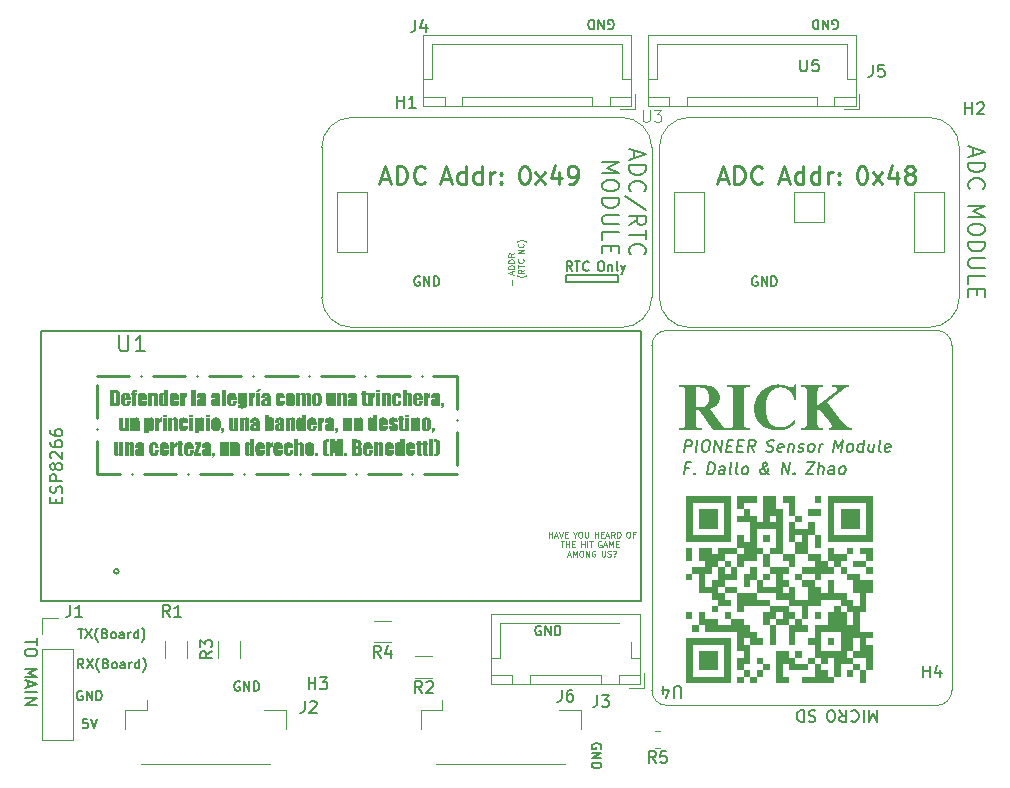
<source format=gbr>
%TF.GenerationSoftware,KiCad,Pcbnew,(7.0.0-0)*%
%TF.CreationDate,2023-04-22T09:58:04-07:00*%
%TF.ProjectId,SensorV2,53656e73-6f72-4563-922e-6b696361645f,rev?*%
%TF.SameCoordinates,Original*%
%TF.FileFunction,Legend,Top*%
%TF.FilePolarity,Positive*%
%FSLAX46Y46*%
G04 Gerber Fmt 4.6, Leading zero omitted, Abs format (unit mm)*
G04 Created by KiCad (PCBNEW (7.0.0-0)) date 2023-04-22 09:58:04*
%MOMM*%
%LPD*%
G01*
G04 APERTURE LIST*
%ADD10C,0.150000*%
%ADD11C,0.250000*%
%ADD12C,0.200000*%
%ADD13C,0.125000*%
%ADD14C,0.100000*%
%ADD15C,0.750000*%
%ADD16C,0.120000*%
%ADD17C,0.127000*%
%ADD18C,0.203200*%
G04 APERTURE END LIST*
D10*
X66992500Y-97790000D02*
X71437500Y-97790000D01*
X71437500Y-97790000D02*
X71437500Y-98425000D01*
X71437500Y-98425000D02*
X66992500Y-98425000D01*
X66992500Y-98425000D02*
X66992500Y-97790000D01*
D11*
X27305000Y-106362500D02*
X30055000Y-106362500D01*
X31055000Y-106362500D02*
X31055000Y-106362500D01*
X32055000Y-106362500D02*
X34805000Y-106362500D01*
X35805000Y-106362500D02*
X35805000Y-106362500D01*
X36805000Y-106362500D02*
X39555000Y-106362500D01*
X40555000Y-106362500D02*
X40555000Y-106362500D01*
X41555000Y-106362500D02*
X44305000Y-106362500D01*
X45305000Y-106362500D02*
X45305000Y-106362500D01*
X46305000Y-106362500D02*
X49055000Y-106362500D01*
X50055000Y-106362500D02*
X50055000Y-106362500D01*
X51055000Y-106362500D02*
X53805000Y-106362500D01*
X54805000Y-106362500D02*
X54805000Y-106362500D01*
X55805000Y-106362500D02*
X57785000Y-106362500D01*
X57785000Y-106362500D02*
X57785000Y-109112500D01*
X57785000Y-110112500D02*
X57785000Y-110112500D01*
X57785000Y-111112500D02*
X57785000Y-113862500D01*
X57785000Y-114617500D02*
X55035000Y-114617500D01*
X54035000Y-114617500D02*
X54035000Y-114617500D01*
X53035000Y-114617500D02*
X50285000Y-114617500D01*
X49285000Y-114617500D02*
X49285000Y-114617500D01*
X48285000Y-114617500D02*
X45535000Y-114617500D01*
X44535000Y-114617500D02*
X44535000Y-114617500D01*
X43535000Y-114617500D02*
X40785000Y-114617500D01*
X39785000Y-114617500D02*
X39785000Y-114617500D01*
X38785000Y-114617500D02*
X36035000Y-114617500D01*
X35035000Y-114617500D02*
X35035000Y-114617500D01*
X34035000Y-114617500D02*
X31285000Y-114617500D01*
X30285000Y-114617500D02*
X30285000Y-114617500D01*
X29285000Y-114617500D02*
X27305000Y-114617500D01*
X27305000Y-114617500D02*
X27305000Y-111867500D01*
X27305000Y-110867500D02*
X27305000Y-110867500D01*
X27305000Y-109867500D02*
X27305000Y-107117500D01*
D12*
X101485666Y-87024999D02*
X101485666Y-87691666D01*
X101085666Y-86891666D02*
X102485666Y-87358333D01*
X102485666Y-87358333D02*
X101085666Y-87824999D01*
X101085666Y-88291666D02*
X102485666Y-88291666D01*
X102485666Y-88291666D02*
X102485666Y-88624999D01*
X102485666Y-88624999D02*
X102419000Y-88824999D01*
X102419000Y-88824999D02*
X102285666Y-88958333D01*
X102285666Y-88958333D02*
X102152333Y-89024999D01*
X102152333Y-89024999D02*
X101885666Y-89091666D01*
X101885666Y-89091666D02*
X101685666Y-89091666D01*
X101685666Y-89091666D02*
X101419000Y-89024999D01*
X101419000Y-89024999D02*
X101285666Y-88958333D01*
X101285666Y-88958333D02*
X101152333Y-88824999D01*
X101152333Y-88824999D02*
X101085666Y-88624999D01*
X101085666Y-88624999D02*
X101085666Y-88291666D01*
X101219000Y-90491666D02*
X101152333Y-90424999D01*
X101152333Y-90424999D02*
X101085666Y-90224999D01*
X101085666Y-90224999D02*
X101085666Y-90091666D01*
X101085666Y-90091666D02*
X101152333Y-89891666D01*
X101152333Y-89891666D02*
X101285666Y-89758333D01*
X101285666Y-89758333D02*
X101419000Y-89691666D01*
X101419000Y-89691666D02*
X101685666Y-89624999D01*
X101685666Y-89624999D02*
X101885666Y-89624999D01*
X101885666Y-89624999D02*
X102152333Y-89691666D01*
X102152333Y-89691666D02*
X102285666Y-89758333D01*
X102285666Y-89758333D02*
X102419000Y-89891666D01*
X102419000Y-89891666D02*
X102485666Y-90091666D01*
X102485666Y-90091666D02*
X102485666Y-90224999D01*
X102485666Y-90224999D02*
X102419000Y-90424999D01*
X102419000Y-90424999D02*
X102352333Y-90491666D01*
X101085666Y-91931666D02*
X102485666Y-91931666D01*
X102485666Y-91931666D02*
X101485666Y-92398333D01*
X101485666Y-92398333D02*
X102485666Y-92864999D01*
X102485666Y-92864999D02*
X101085666Y-92864999D01*
X102485666Y-93798333D02*
X102485666Y-94064999D01*
X102485666Y-94064999D02*
X102419000Y-94198333D01*
X102419000Y-94198333D02*
X102285666Y-94331666D01*
X102285666Y-94331666D02*
X102019000Y-94398333D01*
X102019000Y-94398333D02*
X101552333Y-94398333D01*
X101552333Y-94398333D02*
X101285666Y-94331666D01*
X101285666Y-94331666D02*
X101152333Y-94198333D01*
X101152333Y-94198333D02*
X101085666Y-94064999D01*
X101085666Y-94064999D02*
X101085666Y-93798333D01*
X101085666Y-93798333D02*
X101152333Y-93664999D01*
X101152333Y-93664999D02*
X101285666Y-93531666D01*
X101285666Y-93531666D02*
X101552333Y-93464999D01*
X101552333Y-93464999D02*
X102019000Y-93464999D01*
X102019000Y-93464999D02*
X102285666Y-93531666D01*
X102285666Y-93531666D02*
X102419000Y-93664999D01*
X102419000Y-93664999D02*
X102485666Y-93798333D01*
X101085666Y-94998333D02*
X102485666Y-94998333D01*
X102485666Y-94998333D02*
X102485666Y-95331666D01*
X102485666Y-95331666D02*
X102419000Y-95531666D01*
X102419000Y-95531666D02*
X102285666Y-95665000D01*
X102285666Y-95665000D02*
X102152333Y-95731666D01*
X102152333Y-95731666D02*
X101885666Y-95798333D01*
X101885666Y-95798333D02*
X101685666Y-95798333D01*
X101685666Y-95798333D02*
X101419000Y-95731666D01*
X101419000Y-95731666D02*
X101285666Y-95665000D01*
X101285666Y-95665000D02*
X101152333Y-95531666D01*
X101152333Y-95531666D02*
X101085666Y-95331666D01*
X101085666Y-95331666D02*
X101085666Y-94998333D01*
X102485666Y-96398333D02*
X101352333Y-96398333D01*
X101352333Y-96398333D02*
X101219000Y-96465000D01*
X101219000Y-96465000D02*
X101152333Y-96531666D01*
X101152333Y-96531666D02*
X101085666Y-96665000D01*
X101085666Y-96665000D02*
X101085666Y-96931666D01*
X101085666Y-96931666D02*
X101152333Y-97065000D01*
X101152333Y-97065000D02*
X101219000Y-97131666D01*
X101219000Y-97131666D02*
X101352333Y-97198333D01*
X101352333Y-97198333D02*
X102485666Y-97198333D01*
X101085666Y-98531667D02*
X101085666Y-97865000D01*
X101085666Y-97865000D02*
X102485666Y-97865000D01*
X101819000Y-98998333D02*
X101819000Y-99465000D01*
X101085666Y-99665000D02*
X101085666Y-98998333D01*
X101085666Y-98998333D02*
X102485666Y-98998333D01*
X102485666Y-98998333D02*
X102485666Y-99665000D01*
D13*
X65550714Y-120023690D02*
X65550714Y-119523690D01*
X65550714Y-119761785D02*
X65836428Y-119761785D01*
X65836428Y-120023690D02*
X65836428Y-119523690D01*
X66050715Y-119880833D02*
X66288810Y-119880833D01*
X66003096Y-120023690D02*
X66169762Y-119523690D01*
X66169762Y-119523690D02*
X66336429Y-120023690D01*
X66431667Y-119523690D02*
X66598333Y-120023690D01*
X66598333Y-120023690D02*
X66765000Y-119523690D01*
X66931666Y-119761785D02*
X67098333Y-119761785D01*
X67169761Y-120023690D02*
X66931666Y-120023690D01*
X66931666Y-120023690D02*
X66931666Y-119523690D01*
X66931666Y-119523690D02*
X67169761Y-119523690D01*
X67779285Y-119785595D02*
X67779285Y-120023690D01*
X67612619Y-119523690D02*
X67779285Y-119785595D01*
X67779285Y-119785595D02*
X67945952Y-119523690D01*
X68207856Y-119523690D02*
X68303094Y-119523690D01*
X68303094Y-119523690D02*
X68350713Y-119547500D01*
X68350713Y-119547500D02*
X68398332Y-119595119D01*
X68398332Y-119595119D02*
X68422142Y-119690357D01*
X68422142Y-119690357D02*
X68422142Y-119857023D01*
X68422142Y-119857023D02*
X68398332Y-119952261D01*
X68398332Y-119952261D02*
X68350713Y-119999880D01*
X68350713Y-119999880D02*
X68303094Y-120023690D01*
X68303094Y-120023690D02*
X68207856Y-120023690D01*
X68207856Y-120023690D02*
X68160237Y-119999880D01*
X68160237Y-119999880D02*
X68112618Y-119952261D01*
X68112618Y-119952261D02*
X68088809Y-119857023D01*
X68088809Y-119857023D02*
X68088809Y-119690357D01*
X68088809Y-119690357D02*
X68112618Y-119595119D01*
X68112618Y-119595119D02*
X68160237Y-119547500D01*
X68160237Y-119547500D02*
X68207856Y-119523690D01*
X68636428Y-119523690D02*
X68636428Y-119928452D01*
X68636428Y-119928452D02*
X68660238Y-119976071D01*
X68660238Y-119976071D02*
X68684047Y-119999880D01*
X68684047Y-119999880D02*
X68731666Y-120023690D01*
X68731666Y-120023690D02*
X68826904Y-120023690D01*
X68826904Y-120023690D02*
X68874523Y-119999880D01*
X68874523Y-119999880D02*
X68898333Y-119976071D01*
X68898333Y-119976071D02*
X68922142Y-119928452D01*
X68922142Y-119928452D02*
X68922142Y-119523690D01*
X69460238Y-120023690D02*
X69460238Y-119523690D01*
X69460238Y-119761785D02*
X69745952Y-119761785D01*
X69745952Y-120023690D02*
X69745952Y-119523690D01*
X69984048Y-119761785D02*
X70150715Y-119761785D01*
X70222143Y-120023690D02*
X69984048Y-120023690D01*
X69984048Y-120023690D02*
X69984048Y-119523690D01*
X69984048Y-119523690D02*
X70222143Y-119523690D01*
X70412620Y-119880833D02*
X70650715Y-119880833D01*
X70365001Y-120023690D02*
X70531667Y-119523690D01*
X70531667Y-119523690D02*
X70698334Y-120023690D01*
X71150714Y-120023690D02*
X70984048Y-119785595D01*
X70865000Y-120023690D02*
X70865000Y-119523690D01*
X70865000Y-119523690D02*
X71055476Y-119523690D01*
X71055476Y-119523690D02*
X71103095Y-119547500D01*
X71103095Y-119547500D02*
X71126905Y-119571309D01*
X71126905Y-119571309D02*
X71150714Y-119618928D01*
X71150714Y-119618928D02*
X71150714Y-119690357D01*
X71150714Y-119690357D02*
X71126905Y-119737976D01*
X71126905Y-119737976D02*
X71103095Y-119761785D01*
X71103095Y-119761785D02*
X71055476Y-119785595D01*
X71055476Y-119785595D02*
X70865000Y-119785595D01*
X71365000Y-120023690D02*
X71365000Y-119523690D01*
X71365000Y-119523690D02*
X71484048Y-119523690D01*
X71484048Y-119523690D02*
X71555476Y-119547500D01*
X71555476Y-119547500D02*
X71603095Y-119595119D01*
X71603095Y-119595119D02*
X71626905Y-119642738D01*
X71626905Y-119642738D02*
X71650714Y-119737976D01*
X71650714Y-119737976D02*
X71650714Y-119809404D01*
X71650714Y-119809404D02*
X71626905Y-119904642D01*
X71626905Y-119904642D02*
X71603095Y-119952261D01*
X71603095Y-119952261D02*
X71555476Y-119999880D01*
X71555476Y-119999880D02*
X71484048Y-120023690D01*
X71484048Y-120023690D02*
X71365000Y-120023690D01*
X72260238Y-119523690D02*
X72355476Y-119523690D01*
X72355476Y-119523690D02*
X72403095Y-119547500D01*
X72403095Y-119547500D02*
X72450714Y-119595119D01*
X72450714Y-119595119D02*
X72474524Y-119690357D01*
X72474524Y-119690357D02*
X72474524Y-119857023D01*
X72474524Y-119857023D02*
X72450714Y-119952261D01*
X72450714Y-119952261D02*
X72403095Y-119999880D01*
X72403095Y-119999880D02*
X72355476Y-120023690D01*
X72355476Y-120023690D02*
X72260238Y-120023690D01*
X72260238Y-120023690D02*
X72212619Y-119999880D01*
X72212619Y-119999880D02*
X72165000Y-119952261D01*
X72165000Y-119952261D02*
X72141191Y-119857023D01*
X72141191Y-119857023D02*
X72141191Y-119690357D01*
X72141191Y-119690357D02*
X72165000Y-119595119D01*
X72165000Y-119595119D02*
X72212619Y-119547500D01*
X72212619Y-119547500D02*
X72260238Y-119523690D01*
X72855477Y-119761785D02*
X72688810Y-119761785D01*
X72688810Y-120023690D02*
X72688810Y-119523690D01*
X72688810Y-119523690D02*
X72926905Y-119523690D01*
X66586429Y-120333690D02*
X66872143Y-120333690D01*
X66729286Y-120833690D02*
X66729286Y-120333690D01*
X67038809Y-120833690D02*
X67038809Y-120333690D01*
X67038809Y-120571785D02*
X67324523Y-120571785D01*
X67324523Y-120833690D02*
X67324523Y-120333690D01*
X67562619Y-120571785D02*
X67729286Y-120571785D01*
X67800714Y-120833690D02*
X67562619Y-120833690D01*
X67562619Y-120833690D02*
X67562619Y-120333690D01*
X67562619Y-120333690D02*
X67800714Y-120333690D01*
X68315000Y-120833690D02*
X68315000Y-120333690D01*
X68315000Y-120571785D02*
X68600714Y-120571785D01*
X68600714Y-120833690D02*
X68600714Y-120333690D01*
X68838810Y-120833690D02*
X68838810Y-120333690D01*
X69005477Y-120333690D02*
X69291191Y-120333690D01*
X69148334Y-120833690D02*
X69148334Y-120333690D01*
X70019762Y-120357500D02*
X69972143Y-120333690D01*
X69972143Y-120333690D02*
X69900714Y-120333690D01*
X69900714Y-120333690D02*
X69829286Y-120357500D01*
X69829286Y-120357500D02*
X69781667Y-120405119D01*
X69781667Y-120405119D02*
X69757857Y-120452738D01*
X69757857Y-120452738D02*
X69734048Y-120547976D01*
X69734048Y-120547976D02*
X69734048Y-120619404D01*
X69734048Y-120619404D02*
X69757857Y-120714642D01*
X69757857Y-120714642D02*
X69781667Y-120762261D01*
X69781667Y-120762261D02*
X69829286Y-120809880D01*
X69829286Y-120809880D02*
X69900714Y-120833690D01*
X69900714Y-120833690D02*
X69948333Y-120833690D01*
X69948333Y-120833690D02*
X70019762Y-120809880D01*
X70019762Y-120809880D02*
X70043571Y-120786071D01*
X70043571Y-120786071D02*
X70043571Y-120619404D01*
X70043571Y-120619404D02*
X69948333Y-120619404D01*
X70234048Y-120690833D02*
X70472143Y-120690833D01*
X70186429Y-120833690D02*
X70353095Y-120333690D01*
X70353095Y-120333690D02*
X70519762Y-120833690D01*
X70686428Y-120833690D02*
X70686428Y-120333690D01*
X70686428Y-120333690D02*
X70853095Y-120690833D01*
X70853095Y-120690833D02*
X71019761Y-120333690D01*
X71019761Y-120333690D02*
X71019761Y-120833690D01*
X71257857Y-120571785D02*
X71424524Y-120571785D01*
X71495952Y-120833690D02*
X71257857Y-120833690D01*
X71257857Y-120833690D02*
X71257857Y-120333690D01*
X71257857Y-120333690D02*
X71495952Y-120333690D01*
X67172143Y-121500833D02*
X67410238Y-121500833D01*
X67124524Y-121643690D02*
X67291190Y-121143690D01*
X67291190Y-121143690D02*
X67457857Y-121643690D01*
X67624523Y-121643690D02*
X67624523Y-121143690D01*
X67624523Y-121143690D02*
X67791190Y-121500833D01*
X67791190Y-121500833D02*
X67957856Y-121143690D01*
X67957856Y-121143690D02*
X67957856Y-121643690D01*
X68291190Y-121143690D02*
X68386428Y-121143690D01*
X68386428Y-121143690D02*
X68434047Y-121167500D01*
X68434047Y-121167500D02*
X68481666Y-121215119D01*
X68481666Y-121215119D02*
X68505476Y-121310357D01*
X68505476Y-121310357D02*
X68505476Y-121477023D01*
X68505476Y-121477023D02*
X68481666Y-121572261D01*
X68481666Y-121572261D02*
X68434047Y-121619880D01*
X68434047Y-121619880D02*
X68386428Y-121643690D01*
X68386428Y-121643690D02*
X68291190Y-121643690D01*
X68291190Y-121643690D02*
X68243571Y-121619880D01*
X68243571Y-121619880D02*
X68195952Y-121572261D01*
X68195952Y-121572261D02*
X68172143Y-121477023D01*
X68172143Y-121477023D02*
X68172143Y-121310357D01*
X68172143Y-121310357D02*
X68195952Y-121215119D01*
X68195952Y-121215119D02*
X68243571Y-121167500D01*
X68243571Y-121167500D02*
X68291190Y-121143690D01*
X68719762Y-121643690D02*
X68719762Y-121143690D01*
X68719762Y-121143690D02*
X69005476Y-121643690D01*
X69005476Y-121643690D02*
X69005476Y-121143690D01*
X69505477Y-121167500D02*
X69457858Y-121143690D01*
X69457858Y-121143690D02*
X69386429Y-121143690D01*
X69386429Y-121143690D02*
X69315001Y-121167500D01*
X69315001Y-121167500D02*
X69267382Y-121215119D01*
X69267382Y-121215119D02*
X69243572Y-121262738D01*
X69243572Y-121262738D02*
X69219763Y-121357976D01*
X69219763Y-121357976D02*
X69219763Y-121429404D01*
X69219763Y-121429404D02*
X69243572Y-121524642D01*
X69243572Y-121524642D02*
X69267382Y-121572261D01*
X69267382Y-121572261D02*
X69315001Y-121619880D01*
X69315001Y-121619880D02*
X69386429Y-121643690D01*
X69386429Y-121643690D02*
X69434048Y-121643690D01*
X69434048Y-121643690D02*
X69505477Y-121619880D01*
X69505477Y-121619880D02*
X69529286Y-121596071D01*
X69529286Y-121596071D02*
X69529286Y-121429404D01*
X69529286Y-121429404D02*
X69434048Y-121429404D01*
X70043572Y-121143690D02*
X70043572Y-121548452D01*
X70043572Y-121548452D02*
X70067382Y-121596071D01*
X70067382Y-121596071D02*
X70091191Y-121619880D01*
X70091191Y-121619880D02*
X70138810Y-121643690D01*
X70138810Y-121643690D02*
X70234048Y-121643690D01*
X70234048Y-121643690D02*
X70281667Y-121619880D01*
X70281667Y-121619880D02*
X70305477Y-121596071D01*
X70305477Y-121596071D02*
X70329286Y-121548452D01*
X70329286Y-121548452D02*
X70329286Y-121143690D01*
X70543573Y-121619880D02*
X70615001Y-121643690D01*
X70615001Y-121643690D02*
X70734049Y-121643690D01*
X70734049Y-121643690D02*
X70781668Y-121619880D01*
X70781668Y-121619880D02*
X70805477Y-121596071D01*
X70805477Y-121596071D02*
X70829287Y-121548452D01*
X70829287Y-121548452D02*
X70829287Y-121500833D01*
X70829287Y-121500833D02*
X70805477Y-121453214D01*
X70805477Y-121453214D02*
X70781668Y-121429404D01*
X70781668Y-121429404D02*
X70734049Y-121405595D01*
X70734049Y-121405595D02*
X70638811Y-121381785D01*
X70638811Y-121381785D02*
X70591192Y-121357976D01*
X70591192Y-121357976D02*
X70567382Y-121334166D01*
X70567382Y-121334166D02*
X70543573Y-121286547D01*
X70543573Y-121286547D02*
X70543573Y-121238928D01*
X70543573Y-121238928D02*
X70567382Y-121191309D01*
X70567382Y-121191309D02*
X70591192Y-121167500D01*
X70591192Y-121167500D02*
X70638811Y-121143690D01*
X70638811Y-121143690D02*
X70757858Y-121143690D01*
X70757858Y-121143690D02*
X70829287Y-121167500D01*
X71115001Y-121596071D02*
X71138810Y-121619880D01*
X71138810Y-121619880D02*
X71115001Y-121643690D01*
X71115001Y-121643690D02*
X71091191Y-121619880D01*
X71091191Y-121619880D02*
X71115001Y-121596071D01*
X71115001Y-121596071D02*
X71115001Y-121643690D01*
X71019763Y-121167500D02*
X71067382Y-121143690D01*
X71067382Y-121143690D02*
X71186429Y-121143690D01*
X71186429Y-121143690D02*
X71234048Y-121167500D01*
X71234048Y-121167500D02*
X71257858Y-121215119D01*
X71257858Y-121215119D02*
X71257858Y-121262738D01*
X71257858Y-121262738D02*
X71234048Y-121310357D01*
X71234048Y-121310357D02*
X71210239Y-121334166D01*
X71210239Y-121334166D02*
X71162620Y-121357976D01*
X71162620Y-121357976D02*
X71138810Y-121381785D01*
X71138810Y-121381785D02*
X71115001Y-121429404D01*
X71115001Y-121429404D02*
X71115001Y-121453214D01*
D12*
G36*
X28708362Y-107521474D02*
G01*
X28724237Y-107521544D01*
X28739780Y-107521662D01*
X28754991Y-107521827D01*
X28769871Y-107522039D01*
X28784420Y-107522298D01*
X28798637Y-107522604D01*
X28812522Y-107522958D01*
X28826076Y-107523358D01*
X28839298Y-107523805D01*
X28852189Y-107524300D01*
X28864748Y-107524842D01*
X28876976Y-107525431D01*
X28900436Y-107526750D01*
X28922571Y-107528257D01*
X28943379Y-107529953D01*
X28962861Y-107531837D01*
X28981017Y-107533910D01*
X28997847Y-107536171D01*
X29013351Y-107538621D01*
X29027528Y-107541259D01*
X29040380Y-107544085D01*
X29046308Y-107545569D01*
X29063207Y-107550308D01*
X29079328Y-107555594D01*
X29094670Y-107561428D01*
X29109234Y-107567809D01*
X29123020Y-107574737D01*
X29136028Y-107582213D01*
X29148258Y-107590236D01*
X29159709Y-107598806D01*
X29170383Y-107607924D01*
X29180278Y-107617590D01*
X29186443Y-107624337D01*
X29195168Y-107634697D01*
X29203255Y-107645282D01*
X29210703Y-107656092D01*
X29217512Y-107667128D01*
X29223683Y-107678389D01*
X29229215Y-107689875D01*
X29234108Y-107701587D01*
X29238363Y-107713524D01*
X29241979Y-107725687D01*
X29244957Y-107738075D01*
X29246587Y-107746459D01*
X29248770Y-107760196D01*
X29250738Y-107776219D01*
X29252491Y-107794528D01*
X29253540Y-107808004D01*
X29254494Y-107822497D01*
X29255353Y-107838005D01*
X29256116Y-107854530D01*
X29256784Y-107872070D01*
X29257356Y-107890627D01*
X29257833Y-107910200D01*
X29258215Y-107930789D01*
X29258501Y-107952394D01*
X29258692Y-107975015D01*
X29258788Y-107998652D01*
X29258799Y-108010852D01*
X29258799Y-108496590D01*
X29258730Y-108519461D01*
X29258523Y-108541364D01*
X29258177Y-108562299D01*
X29257693Y-108582266D01*
X29257070Y-108601263D01*
X29256309Y-108619293D01*
X29255410Y-108636354D01*
X29254373Y-108652447D01*
X29253197Y-108667572D01*
X29251882Y-108681728D01*
X29250430Y-108694915D01*
X29248839Y-108707135D01*
X29246193Y-108723648D01*
X29243236Y-108737982D01*
X29241092Y-108746328D01*
X29236326Y-108761627D01*
X29230731Y-108776076D01*
X29224305Y-108789676D01*
X29217049Y-108802428D01*
X29208963Y-108814330D01*
X29200048Y-108825383D01*
X29190302Y-108835586D01*
X29179726Y-108844941D01*
X29168487Y-108853466D01*
X29156599Y-108861332D01*
X29144063Y-108868540D01*
X29130877Y-108875090D01*
X29117043Y-108880981D01*
X29102560Y-108886214D01*
X29087429Y-108890789D01*
X29071648Y-108894706D01*
X29058996Y-108897215D01*
X29045194Y-108899478D01*
X29030245Y-108901494D01*
X29014146Y-108903264D01*
X28996900Y-108904786D01*
X28978505Y-108906061D01*
X28965603Y-108906775D01*
X28952191Y-108907378D01*
X28938269Y-108907872D01*
X28923836Y-108908256D01*
X28908893Y-108908530D01*
X28893439Y-108908695D01*
X28877475Y-108908750D01*
X28421657Y-108908750D01*
X28421657Y-107755923D01*
X28783137Y-107755923D01*
X28783137Y-108674276D01*
X28797263Y-108674000D01*
X28810331Y-108673171D01*
X28826112Y-108671205D01*
X28840012Y-108668257D01*
X28852034Y-108664327D01*
X28864417Y-108658031D01*
X28873864Y-108650200D01*
X28879307Y-108642830D01*
X28884496Y-108630357D01*
X28888015Y-108616568D01*
X28890284Y-108604004D01*
X28892236Y-108589535D01*
X28893872Y-108573160D01*
X28895192Y-108554880D01*
X28895895Y-108541635D01*
X28896458Y-108527544D01*
X28896880Y-108512605D01*
X28897162Y-108496820D01*
X28897302Y-108480188D01*
X28897320Y-108471555D01*
X28897320Y-107929336D01*
X28897266Y-107912134D01*
X28897105Y-107896134D01*
X28896837Y-107881336D01*
X28896461Y-107867741D01*
X28895978Y-107855347D01*
X28895167Y-107840693D01*
X28894166Y-107828175D01*
X28892645Y-107815534D01*
X28891214Y-107807825D01*
X28887321Y-107795288D01*
X28881444Y-107784545D01*
X28872461Y-107774604D01*
X28863737Y-107768441D01*
X28850685Y-107762964D01*
X28837791Y-107759884D01*
X28825012Y-107757989D01*
X28810385Y-107756706D01*
X28797352Y-107756119D01*
X28783137Y-107755923D01*
X28421657Y-107755923D01*
X28421657Y-107521450D01*
X28692156Y-107521450D01*
X28708362Y-107521474D01*
G37*
G36*
X29770213Y-107756138D02*
G01*
X29787857Y-107756782D01*
X29805103Y-107757855D01*
X29821951Y-107759358D01*
X29838400Y-107761290D01*
X29854452Y-107763651D01*
X29870104Y-107766442D01*
X29885359Y-107769662D01*
X29900215Y-107773311D01*
X29914673Y-107777390D01*
X29928732Y-107781898D01*
X29942393Y-107786835D01*
X29955656Y-107792202D01*
X29968521Y-107797998D01*
X29980987Y-107804223D01*
X29993055Y-107810878D01*
X30004701Y-107817887D01*
X30015905Y-107825175D01*
X30026664Y-107832742D01*
X30036980Y-107840588D01*
X30046852Y-107848713D01*
X30056281Y-107857117D01*
X30065266Y-107865800D01*
X30073807Y-107874763D01*
X30081905Y-107884004D01*
X30089559Y-107893525D01*
X30100208Y-107908328D01*
X30109859Y-107923760D01*
X30118512Y-107939820D01*
X30123726Y-107950875D01*
X30126167Y-107956508D01*
X30130788Y-107968131D01*
X30135111Y-107980331D01*
X30139136Y-107993108D01*
X30142863Y-108006463D01*
X30146292Y-108020395D01*
X30149422Y-108034904D01*
X30152255Y-108049990D01*
X30154789Y-108065654D01*
X30157025Y-108081894D01*
X30158963Y-108098712D01*
X30160603Y-108116108D01*
X30161945Y-108134080D01*
X30162988Y-108152629D01*
X30163734Y-108171756D01*
X30164181Y-108191460D01*
X30164330Y-108211741D01*
X30164330Y-108361646D01*
X29715228Y-108361646D01*
X29715228Y-108610163D01*
X29715325Y-108624274D01*
X29715615Y-108637415D01*
X29716302Y-108653424D01*
X29717332Y-108667706D01*
X29718706Y-108680262D01*
X29720906Y-108693528D01*
X29724255Y-108705886D01*
X29726219Y-108710607D01*
X29734191Y-108721381D01*
X29745400Y-108728629D01*
X29758079Y-108732111D01*
X29769267Y-108732895D01*
X29783217Y-108731864D01*
X29795299Y-108728773D01*
X29807034Y-108722562D01*
X29816228Y-108713546D01*
X29822085Y-108703586D01*
X29826650Y-108690548D01*
X29829733Y-108676732D01*
X29831727Y-108663747D01*
X29833301Y-108649045D01*
X29834455Y-108632625D01*
X29835046Y-108619183D01*
X29835400Y-108604776D01*
X29835518Y-108589402D01*
X29835518Y-108439803D01*
X30164330Y-108439803D01*
X30164330Y-108522540D01*
X30164277Y-108535366D01*
X30164120Y-108547814D01*
X30163687Y-108565780D01*
X30163018Y-108582898D01*
X30162113Y-108599168D01*
X30160972Y-108614590D01*
X30159594Y-108629164D01*
X30157980Y-108642890D01*
X30156131Y-108655768D01*
X30153297Y-108671620D01*
X30150896Y-108682520D01*
X30147052Y-108696535D01*
X30142081Y-108710798D01*
X30135984Y-108725310D01*
X30130673Y-108736356D01*
X30124729Y-108747542D01*
X30118151Y-108758868D01*
X30110940Y-108770332D01*
X30103096Y-108781937D01*
X30094618Y-108793681D01*
X30088615Y-108801588D01*
X30079225Y-108813161D01*
X30069373Y-108824182D01*
X30059060Y-108834649D01*
X30048286Y-108844564D01*
X30037050Y-108853926D01*
X30025352Y-108862736D01*
X30013193Y-108870992D01*
X30000573Y-108878696D01*
X29987491Y-108885847D01*
X29973947Y-108892446D01*
X29964661Y-108896537D01*
X29950244Y-108902212D01*
X29935155Y-108907328D01*
X29919396Y-108911886D01*
X29902966Y-108915886D01*
X29885865Y-108919328D01*
X29868094Y-108922211D01*
X29855873Y-108923824D01*
X29843354Y-108925188D01*
X29830538Y-108926304D01*
X29817423Y-108927173D01*
X29804010Y-108927793D01*
X29790298Y-108928165D01*
X29776289Y-108928289D01*
X29762651Y-108928166D01*
X29749212Y-108927798D01*
X29735975Y-108927183D01*
X29722937Y-108926324D01*
X29710100Y-108925218D01*
X29697463Y-108923867D01*
X29685027Y-108922270D01*
X29672791Y-108920427D01*
X29660755Y-108918339D01*
X29643078Y-108914746D01*
X29625851Y-108910600D01*
X29609075Y-108905902D01*
X29592749Y-108900651D01*
X29582116Y-108896843D01*
X29566698Y-108890685D01*
X29551930Y-108884120D01*
X29537811Y-108877147D01*
X29524342Y-108869766D01*
X29511522Y-108861977D01*
X29499351Y-108853781D01*
X29487830Y-108845176D01*
X29476958Y-108836164D01*
X29466735Y-108826743D01*
X29457162Y-108816915D01*
X29451141Y-108810136D01*
X29442635Y-108799736D01*
X29434633Y-108789142D01*
X29427136Y-108778355D01*
X29420143Y-108767375D01*
X29413655Y-108756201D01*
X29407671Y-108744835D01*
X29402191Y-108733275D01*
X29397216Y-108721522D01*
X29392746Y-108709576D01*
X29388780Y-108697437D01*
X29386416Y-108689236D01*
X29383197Y-108676288D01*
X29380295Y-108662288D01*
X29377709Y-108647237D01*
X29375440Y-108631133D01*
X29373487Y-108613978D01*
X29371851Y-108595770D01*
X29370937Y-108583048D01*
X29370163Y-108569858D01*
X29369529Y-108556200D01*
X29369037Y-108542075D01*
X29368685Y-108527483D01*
X29368474Y-108512423D01*
X29368403Y-108496895D01*
X29368403Y-108185791D01*
X29715228Y-108185791D01*
X29816589Y-108185791D01*
X29816589Y-108098169D01*
X29816506Y-108081346D01*
X29816256Y-108065682D01*
X29815840Y-108051178D01*
X29815258Y-108037833D01*
X29814223Y-108021843D01*
X29812892Y-108007913D01*
X29810812Y-107993399D01*
X29807707Y-107980233D01*
X29807125Y-107978490D01*
X29801152Y-107966602D01*
X29791468Y-107957288D01*
X29778644Y-107952273D01*
X29768351Y-107951318D01*
X29755807Y-107952133D01*
X29743615Y-107955147D01*
X29732901Y-107961310D01*
X29724953Y-107971711D01*
X29723777Y-107974521D01*
X29720446Y-107988264D01*
X29718568Y-108002642D01*
X29717365Y-108016881D01*
X29716639Y-108029158D01*
X29716063Y-108042802D01*
X29715637Y-108057816D01*
X29715362Y-108074197D01*
X29715237Y-108091948D01*
X29715228Y-108098169D01*
X29715228Y-108185791D01*
X29368403Y-108185791D01*
X29368403Y-108166862D01*
X29368561Y-108148560D01*
X29369033Y-108130750D01*
X29369820Y-108113431D01*
X29370922Y-108096604D01*
X29372339Y-108080268D01*
X29374071Y-108064423D01*
X29376117Y-108049070D01*
X29378478Y-108034207D01*
X29381155Y-108019837D01*
X29384146Y-108005957D01*
X29387452Y-107992569D01*
X29391072Y-107979673D01*
X29395008Y-107967267D01*
X29399258Y-107955353D01*
X29403823Y-107943931D01*
X29408704Y-107932999D01*
X29416713Y-107917268D01*
X29425630Y-107902245D01*
X29435454Y-107887930D01*
X29446184Y-107874324D01*
X29457822Y-107861426D01*
X29470367Y-107849236D01*
X29483818Y-107837755D01*
X29498177Y-107826983D01*
X29513442Y-107816918D01*
X29524123Y-107810602D01*
X29535207Y-107804601D01*
X29540900Y-107801719D01*
X29552494Y-107796173D01*
X29564303Y-107790985D01*
X29576327Y-107786155D01*
X29588566Y-107781683D01*
X29601019Y-107777569D01*
X29613686Y-107773812D01*
X29626569Y-107770413D01*
X29639666Y-107767372D01*
X29652977Y-107764689D01*
X29666504Y-107762363D01*
X29680245Y-107760395D01*
X29694201Y-107758785D01*
X29708371Y-107757533D01*
X29722756Y-107756639D01*
X29737356Y-107756102D01*
X29752170Y-107755923D01*
X29770213Y-107756138D01*
G37*
G36*
X30714792Y-107521450D02*
G01*
X30714792Y-107697305D01*
X30701739Y-107697342D01*
X30689371Y-107697453D01*
X30672102Y-107697758D01*
X30656373Y-107698229D01*
X30642184Y-107698867D01*
X30629536Y-107699671D01*
X30615068Y-107701002D01*
X30600833Y-107703082D01*
X30588091Y-107706769D01*
X30578793Y-107714846D01*
X30573083Y-107726648D01*
X30570059Y-107740544D01*
X30568932Y-107755105D01*
X30568857Y-107760503D01*
X30568857Y-107795002D01*
X30714792Y-107795002D01*
X30714792Y-107970857D01*
X30632360Y-107970857D01*
X30632360Y-108908750D01*
X30285535Y-108908750D01*
X30285535Y-107970857D01*
X30214094Y-107970857D01*
X30214094Y-107795002D01*
X30285535Y-107795002D01*
X30285565Y-107781473D01*
X30285655Y-107768517D01*
X30285804Y-107756133D01*
X30286139Y-107738631D01*
X30286609Y-107722416D01*
X30287212Y-107707490D01*
X30287950Y-107693851D01*
X30288822Y-107681501D01*
X30290194Y-107667037D01*
X30291804Y-107654863D01*
X30293168Y-107647235D01*
X30296928Y-107633557D01*
X30302256Y-107620459D01*
X30309150Y-107607940D01*
X30317611Y-107596001D01*
X30325860Y-107586495D01*
X30331331Y-107580984D01*
X30341468Y-107572256D01*
X30352798Y-107564199D01*
X30365320Y-107556812D01*
X30379035Y-107550096D01*
X30390865Y-107545207D01*
X30403459Y-107540746D01*
X30416816Y-107536715D01*
X30431509Y-107533138D01*
X30443780Y-107530767D01*
X30457126Y-107528665D01*
X30471544Y-107526832D01*
X30487036Y-107525266D01*
X30503601Y-107523969D01*
X30521239Y-107522941D01*
X30533595Y-107522404D01*
X30546427Y-107521987D01*
X30559736Y-107521689D01*
X30573522Y-107521510D01*
X30587786Y-107521450D01*
X30714792Y-107521450D01*
G37*
G36*
X31169724Y-107756138D02*
G01*
X31187369Y-107756782D01*
X31204615Y-107757855D01*
X31221463Y-107759358D01*
X31237912Y-107761290D01*
X31253963Y-107763651D01*
X31269616Y-107766442D01*
X31284870Y-107769662D01*
X31299726Y-107773311D01*
X31314184Y-107777390D01*
X31328244Y-107781898D01*
X31341905Y-107786835D01*
X31355168Y-107792202D01*
X31368032Y-107797998D01*
X31380498Y-107804223D01*
X31392566Y-107810878D01*
X31404213Y-107817887D01*
X31415416Y-107825175D01*
X31426176Y-107832742D01*
X31436492Y-107840588D01*
X31446364Y-107848713D01*
X31455793Y-107857117D01*
X31464778Y-107865800D01*
X31473319Y-107874763D01*
X31481417Y-107884004D01*
X31489071Y-107893525D01*
X31499720Y-107908328D01*
X31509371Y-107923760D01*
X31518024Y-107939820D01*
X31523238Y-107950875D01*
X31525678Y-107956508D01*
X31530300Y-107968131D01*
X31534623Y-107980331D01*
X31538648Y-107993108D01*
X31542375Y-108006463D01*
X31545803Y-108020395D01*
X31548934Y-108034904D01*
X31551766Y-108049990D01*
X31554301Y-108065654D01*
X31556537Y-108081894D01*
X31558475Y-108098712D01*
X31560115Y-108116108D01*
X31561456Y-108134080D01*
X31562500Y-108152629D01*
X31563245Y-108171756D01*
X31563692Y-108191460D01*
X31563841Y-108211741D01*
X31563841Y-108361646D01*
X31114740Y-108361646D01*
X31114740Y-108610163D01*
X31114836Y-108624274D01*
X31115126Y-108637415D01*
X31115813Y-108653424D01*
X31116844Y-108667706D01*
X31118217Y-108680262D01*
X31120418Y-108693528D01*
X31123767Y-108705886D01*
X31125731Y-108710607D01*
X31133703Y-108721381D01*
X31144911Y-108728629D01*
X31157591Y-108732111D01*
X31168779Y-108732895D01*
X31182728Y-108731864D01*
X31194810Y-108728773D01*
X31206546Y-108722562D01*
X31215739Y-108713546D01*
X31221596Y-108703586D01*
X31226161Y-108690548D01*
X31229244Y-108676732D01*
X31231238Y-108663747D01*
X31232812Y-108649045D01*
X31233967Y-108632625D01*
X31234557Y-108619183D01*
X31234911Y-108604776D01*
X31235029Y-108589402D01*
X31235029Y-108439803D01*
X31563841Y-108439803D01*
X31563841Y-108522540D01*
X31563789Y-108535366D01*
X31563631Y-108547814D01*
X31563199Y-108565780D01*
X31562530Y-108582898D01*
X31561624Y-108599168D01*
X31560483Y-108614590D01*
X31559106Y-108629164D01*
X31557492Y-108642890D01*
X31555642Y-108655768D01*
X31552809Y-108671620D01*
X31550408Y-108682520D01*
X31546563Y-108696535D01*
X31541592Y-108710798D01*
X31535496Y-108725310D01*
X31530185Y-108736356D01*
X31524240Y-108747542D01*
X31517662Y-108758868D01*
X31510451Y-108770332D01*
X31502607Y-108781937D01*
X31494130Y-108793681D01*
X31488126Y-108801588D01*
X31478736Y-108813161D01*
X31468885Y-108824182D01*
X31458572Y-108834649D01*
X31447797Y-108844564D01*
X31436561Y-108853926D01*
X31424864Y-108862736D01*
X31412705Y-108870992D01*
X31400084Y-108878696D01*
X31387002Y-108885847D01*
X31373458Y-108892446D01*
X31364173Y-108896537D01*
X31349755Y-108902212D01*
X31334667Y-108907328D01*
X31318908Y-108911886D01*
X31302478Y-108915886D01*
X31285377Y-108919328D01*
X31267605Y-108922211D01*
X31255385Y-108923824D01*
X31242866Y-108925188D01*
X31230049Y-108926304D01*
X31216934Y-108927173D01*
X31203521Y-108927793D01*
X31189810Y-108928165D01*
X31175801Y-108928289D01*
X31162162Y-108928166D01*
X31148724Y-108927798D01*
X31135486Y-108927183D01*
X31122449Y-108926324D01*
X31109612Y-108925218D01*
X31096975Y-108923867D01*
X31084539Y-108922270D01*
X31072303Y-108920427D01*
X31060267Y-108918339D01*
X31042589Y-108914746D01*
X31025362Y-108910600D01*
X31008586Y-108905902D01*
X30992261Y-108900651D01*
X30981627Y-108896843D01*
X30966210Y-108890685D01*
X30951442Y-108884120D01*
X30937323Y-108877147D01*
X30923854Y-108869766D01*
X30911033Y-108861977D01*
X30898863Y-108853781D01*
X30887341Y-108845176D01*
X30876469Y-108836164D01*
X30866247Y-108826743D01*
X30856674Y-108816915D01*
X30850652Y-108810136D01*
X30842146Y-108799736D01*
X30834144Y-108789142D01*
X30826647Y-108778355D01*
X30819654Y-108767375D01*
X30813166Y-108756201D01*
X30807182Y-108744835D01*
X30801703Y-108733275D01*
X30796728Y-108721522D01*
X30792258Y-108709576D01*
X30788292Y-108697437D01*
X30785928Y-108689236D01*
X30782709Y-108676288D01*
X30779806Y-108662288D01*
X30777220Y-108647237D01*
X30774951Y-108631133D01*
X30772999Y-108613978D01*
X30771363Y-108595770D01*
X30770448Y-108583048D01*
X30769674Y-108569858D01*
X30769041Y-108556200D01*
X30768548Y-108542075D01*
X30768196Y-108527483D01*
X30767985Y-108512423D01*
X30767915Y-108496895D01*
X30767915Y-108185791D01*
X31114740Y-108185791D01*
X31216101Y-108185791D01*
X31216101Y-108098169D01*
X31216017Y-108081346D01*
X31215768Y-108065682D01*
X31215352Y-108051178D01*
X31214770Y-108037833D01*
X31213735Y-108021843D01*
X31212404Y-108007913D01*
X31210324Y-107993399D01*
X31207218Y-107980233D01*
X31206636Y-107978490D01*
X31200664Y-107966602D01*
X31190980Y-107957288D01*
X31178156Y-107952273D01*
X31167863Y-107951318D01*
X31155319Y-107952133D01*
X31143127Y-107955147D01*
X31132412Y-107961310D01*
X31124464Y-107971711D01*
X31123288Y-107974521D01*
X31119957Y-107988264D01*
X31118079Y-108002642D01*
X31116877Y-108016881D01*
X31116151Y-108029158D01*
X31115575Y-108042802D01*
X31115149Y-108057816D01*
X31114873Y-108074197D01*
X31114748Y-108091948D01*
X31114740Y-108098169D01*
X31114740Y-108185791D01*
X30767915Y-108185791D01*
X30767915Y-108166862D01*
X30768072Y-108148560D01*
X30768545Y-108130750D01*
X30769332Y-108113431D01*
X30770434Y-108096604D01*
X30771851Y-108080268D01*
X30773582Y-108064423D01*
X30775629Y-108049070D01*
X30777990Y-108034207D01*
X30780666Y-108019837D01*
X30783657Y-108005957D01*
X30786963Y-107992569D01*
X30790584Y-107979673D01*
X30794519Y-107967267D01*
X30798770Y-107955353D01*
X30803335Y-107943931D01*
X30808215Y-107932999D01*
X30816225Y-107917268D01*
X30825142Y-107902245D01*
X30834965Y-107887930D01*
X30845696Y-107874324D01*
X30857333Y-107861426D01*
X30869878Y-107849236D01*
X30883330Y-107837755D01*
X30897688Y-107826983D01*
X30912954Y-107816918D01*
X30923634Y-107810602D01*
X30934718Y-107804601D01*
X30940412Y-107801719D01*
X30952006Y-107796173D01*
X30963815Y-107790985D01*
X30975839Y-107786155D01*
X30988077Y-107781683D01*
X31000530Y-107777569D01*
X31013198Y-107773812D01*
X31026080Y-107770413D01*
X31039177Y-107767372D01*
X31052489Y-107764689D01*
X31066015Y-107762363D01*
X31079756Y-107760395D01*
X31093712Y-107758785D01*
X31107882Y-107757533D01*
X31122267Y-107756639D01*
X31136867Y-107756102D01*
X31151682Y-107755923D01*
X31169724Y-107756138D01*
G37*
G36*
X32024850Y-107775463D02*
G01*
X32019049Y-107878045D01*
X32026292Y-107866864D01*
X32033825Y-107856220D01*
X32041648Y-107846113D01*
X32049761Y-107836542D01*
X32058163Y-107827509D01*
X32069817Y-107816298D01*
X32081986Y-107806042D01*
X32094671Y-107796740D01*
X32107870Y-107788392D01*
X32111251Y-107786454D01*
X32125171Y-107779298D01*
X32139606Y-107773097D01*
X32154556Y-107767849D01*
X32170022Y-107763556D01*
X32181959Y-107760962D01*
X32194186Y-107758905D01*
X32206703Y-107757384D01*
X32219509Y-107756400D01*
X32232606Y-107755953D01*
X32237036Y-107755923D01*
X32253519Y-107756291D01*
X32269422Y-107757394D01*
X32284745Y-107759232D01*
X32299489Y-107761805D01*
X32313654Y-107765114D01*
X32327239Y-107769157D01*
X32340244Y-107773936D01*
X32352669Y-107779451D01*
X32364515Y-107785700D01*
X32375782Y-107792685D01*
X32382971Y-107797750D01*
X32393261Y-107805783D01*
X32402838Y-107814197D01*
X32411701Y-107822992D01*
X32419851Y-107832168D01*
X32429606Y-107844996D01*
X32438092Y-107858500D01*
X32445310Y-107872683D01*
X32451259Y-107887542D01*
X32455938Y-107903080D01*
X32458885Y-107915735D01*
X32461541Y-107929888D01*
X32463908Y-107945538D01*
X32465985Y-107962685D01*
X32467208Y-107974949D01*
X32468303Y-107987878D01*
X32469269Y-108001472D01*
X32470106Y-108015732D01*
X32470815Y-108030657D01*
X32471394Y-108046248D01*
X32471845Y-108062504D01*
X32472167Y-108079426D01*
X32472360Y-108097013D01*
X32472425Y-108115266D01*
X32472425Y-108908750D01*
X32125600Y-108908750D01*
X32125600Y-108120456D01*
X32125569Y-108106122D01*
X32125476Y-108092506D01*
X32125321Y-108079608D01*
X32124972Y-108061608D01*
X32124484Y-108045222D01*
X32123856Y-108030452D01*
X32123088Y-108017298D01*
X32121848Y-108002271D01*
X32120360Y-107990116D01*
X32117662Y-107977268D01*
X32112128Y-107965915D01*
X32101798Y-107957020D01*
X32088965Y-107952559D01*
X32074920Y-107951318D01*
X32062032Y-107952359D01*
X32049439Y-107956205D01*
X32038267Y-107964071D01*
X32030529Y-107975640D01*
X32028513Y-107980932D01*
X32025297Y-107995515D01*
X32023522Y-108009101D01*
X32022386Y-108021319D01*
X32021415Y-108035276D01*
X32020611Y-108050972D01*
X32019973Y-108068406D01*
X32019641Y-108080995D01*
X32019382Y-108094357D01*
X32019197Y-108108492D01*
X32019086Y-108123399D01*
X32019049Y-108139079D01*
X32019049Y-108908750D01*
X31672224Y-108908750D01*
X31672224Y-107775463D01*
X32024850Y-107775463D01*
G37*
G36*
X33375818Y-108908750D02*
G01*
X33028993Y-108908750D01*
X33028993Y-108823875D01*
X33019617Y-108833436D01*
X33010149Y-108842540D01*
X33000590Y-108851189D01*
X32990940Y-108859381D01*
X32981199Y-108867117D01*
X32971366Y-108874397D01*
X32958114Y-108883394D01*
X32944700Y-108891580D01*
X32931123Y-108898955D01*
X32924274Y-108902338D01*
X32910454Y-108908420D01*
X32896472Y-108913692D01*
X32882328Y-108918152D01*
X32868022Y-108921801D01*
X32853553Y-108924640D01*
X32838923Y-108926667D01*
X32824130Y-108927883D01*
X32809175Y-108928289D01*
X32794250Y-108927919D01*
X32779701Y-108926808D01*
X32765528Y-108924956D01*
X32751730Y-108922364D01*
X32738308Y-108919031D01*
X32725261Y-108914958D01*
X32712591Y-108910144D01*
X32700296Y-108904590D01*
X32688376Y-108898295D01*
X32676833Y-108891259D01*
X32669346Y-108886157D01*
X32658613Y-108878139D01*
X32648627Y-108869885D01*
X32639386Y-108861395D01*
X32628226Y-108849708D01*
X32618392Y-108837601D01*
X32609884Y-108825074D01*
X32602702Y-108812127D01*
X32596846Y-108798760D01*
X32593325Y-108788460D01*
X32589389Y-108773481D01*
X32586782Y-108760819D01*
X32584470Y-108746934D01*
X32582453Y-108731825D01*
X32580731Y-108715492D01*
X32579305Y-108697936D01*
X32578517Y-108685552D01*
X32577862Y-108672625D01*
X32577337Y-108659153D01*
X32576943Y-108645138D01*
X32576681Y-108630579D01*
X32576581Y-108619016D01*
X32923358Y-108619016D01*
X32923449Y-108631704D01*
X32923855Y-108647310D01*
X32924585Y-108661419D01*
X32925639Y-108674029D01*
X32927413Y-108687686D01*
X32930211Y-108700984D01*
X32933738Y-108710913D01*
X32941051Y-108721539D01*
X32951309Y-108728687D01*
X32964514Y-108732358D01*
X32973123Y-108732895D01*
X32986734Y-108731726D01*
X32999643Y-108727528D01*
X33009727Y-108720277D01*
X33016988Y-108709973D01*
X33017697Y-108708470D01*
X33021536Y-108696696D01*
X33024128Y-108683063D01*
X33025805Y-108669656D01*
X33027129Y-108654026D01*
X33027890Y-108640844D01*
X33028453Y-108626413D01*
X33028817Y-108610730D01*
X33028982Y-108593798D01*
X33028993Y-108587875D01*
X33028993Y-108057563D01*
X33028826Y-108042417D01*
X33028325Y-108028578D01*
X33027490Y-108016047D01*
X33025977Y-108002220D01*
X33023473Y-107988324D01*
X33019601Y-107975829D01*
X33018308Y-107972994D01*
X33010631Y-107962516D01*
X32999621Y-107955467D01*
X32987037Y-107952080D01*
X32975870Y-107951318D01*
X32963225Y-107952253D01*
X32951170Y-107955611D01*
X32940665Y-107962308D01*
X32934044Y-107970857D01*
X32929369Y-107983489D01*
X32926739Y-107996920D01*
X32925122Y-108010703D01*
X32924203Y-108023426D01*
X32923619Y-108037656D01*
X32923369Y-108053393D01*
X32923358Y-108057563D01*
X32923358Y-108619016D01*
X32576581Y-108619016D01*
X32576550Y-108615476D01*
X32576533Y-108607720D01*
X32576533Y-108078324D01*
X32576599Y-108062288D01*
X32576796Y-108046849D01*
X32577124Y-108032006D01*
X32577583Y-108017759D01*
X32578173Y-108004109D01*
X32578895Y-107991055D01*
X32579747Y-107978597D01*
X32581272Y-107961028D01*
X32583093Y-107944801D01*
X32585208Y-107929916D01*
X32587618Y-107916372D01*
X32590324Y-107904170D01*
X32593325Y-107893310D01*
X32598196Y-107879857D01*
X32604411Y-107866825D01*
X32611972Y-107854212D01*
X32620879Y-107842019D01*
X32631130Y-107830246D01*
X32642727Y-107818892D01*
X32652307Y-107810653D01*
X32662644Y-107802649D01*
X32669956Y-107797445D01*
X32681437Y-107790024D01*
X32693326Y-107783334D01*
X32705623Y-107777373D01*
X32718328Y-107772143D01*
X32731440Y-107767642D01*
X32744961Y-107763871D01*
X32758889Y-107760830D01*
X32773225Y-107758518D01*
X32787969Y-107756937D01*
X32803121Y-107756085D01*
X32813449Y-107755923D01*
X32829387Y-107756295D01*
X32844991Y-107757412D01*
X32860260Y-107759272D01*
X32875196Y-107761877D01*
X32889799Y-107765225D01*
X32904067Y-107769318D01*
X32918001Y-107774156D01*
X32931601Y-107779737D01*
X32944877Y-107785986D01*
X32957838Y-107792979D01*
X32970485Y-107800717D01*
X32982816Y-107809199D01*
X32994833Y-107818425D01*
X33006534Y-107828395D01*
X33017921Y-107839109D01*
X33028993Y-107850567D01*
X33028993Y-107521450D01*
X33375818Y-107521450D01*
X33375818Y-108908750D01*
G37*
G36*
X33886926Y-107756138D02*
G01*
X33904570Y-107756782D01*
X33921816Y-107757855D01*
X33938664Y-107759358D01*
X33955114Y-107761290D01*
X33971165Y-107763651D01*
X33986817Y-107766442D01*
X34002072Y-107769662D01*
X34016928Y-107773311D01*
X34031386Y-107777390D01*
X34045445Y-107781898D01*
X34059106Y-107786835D01*
X34072369Y-107792202D01*
X34085234Y-107797998D01*
X34097700Y-107804223D01*
X34109768Y-107810878D01*
X34121415Y-107817887D01*
X34132618Y-107825175D01*
X34143377Y-107832742D01*
X34153693Y-107840588D01*
X34163566Y-107848713D01*
X34172994Y-107857117D01*
X34181979Y-107865800D01*
X34190521Y-107874763D01*
X34198618Y-107884004D01*
X34206272Y-107893525D01*
X34216922Y-107908328D01*
X34226573Y-107923760D01*
X34235225Y-107939820D01*
X34240439Y-107950875D01*
X34242880Y-107956508D01*
X34247501Y-107968131D01*
X34251825Y-107980331D01*
X34255850Y-107993108D01*
X34259576Y-108006463D01*
X34263005Y-108020395D01*
X34266136Y-108034904D01*
X34268968Y-108049990D01*
X34271502Y-108065654D01*
X34273738Y-108081894D01*
X34275676Y-108098712D01*
X34277316Y-108116108D01*
X34278658Y-108134080D01*
X34279701Y-108152629D01*
X34280447Y-108171756D01*
X34280894Y-108191460D01*
X34281043Y-108211741D01*
X34281043Y-108361646D01*
X33831942Y-108361646D01*
X33831942Y-108610163D01*
X33832038Y-108624274D01*
X33832328Y-108637415D01*
X33833015Y-108653424D01*
X33834045Y-108667706D01*
X33835419Y-108680262D01*
X33837619Y-108693528D01*
X33840968Y-108705886D01*
X33842932Y-108710607D01*
X33850905Y-108721381D01*
X33862113Y-108728629D01*
X33874793Y-108732111D01*
X33885980Y-108732895D01*
X33899930Y-108731864D01*
X33912012Y-108728773D01*
X33923748Y-108722562D01*
X33932941Y-108713546D01*
X33938798Y-108703586D01*
X33943363Y-108690548D01*
X33946446Y-108676732D01*
X33948440Y-108663747D01*
X33950014Y-108649045D01*
X33951169Y-108632625D01*
X33951759Y-108619183D01*
X33952113Y-108604776D01*
X33952231Y-108589402D01*
X33952231Y-108439803D01*
X34281043Y-108439803D01*
X34281043Y-108522540D01*
X34280991Y-108535366D01*
X34280833Y-108547814D01*
X34280400Y-108565780D01*
X34279731Y-108582898D01*
X34278826Y-108599168D01*
X34277685Y-108614590D01*
X34276307Y-108629164D01*
X34274694Y-108642890D01*
X34272844Y-108655768D01*
X34270010Y-108671620D01*
X34267610Y-108682520D01*
X34263765Y-108696535D01*
X34258794Y-108710798D01*
X34252698Y-108725310D01*
X34247386Y-108736356D01*
X34241442Y-108747542D01*
X34234864Y-108758868D01*
X34227653Y-108770332D01*
X34219809Y-108781937D01*
X34211331Y-108793681D01*
X34205328Y-108801588D01*
X34195938Y-108813161D01*
X34186086Y-108824182D01*
X34175774Y-108834649D01*
X34164999Y-108844564D01*
X34153763Y-108853926D01*
X34142066Y-108862736D01*
X34129906Y-108870992D01*
X34117286Y-108878696D01*
X34104204Y-108885847D01*
X34090660Y-108892446D01*
X34081375Y-108896537D01*
X34066957Y-108902212D01*
X34051869Y-108907328D01*
X34036109Y-108911886D01*
X34019679Y-108915886D01*
X34002578Y-108919328D01*
X33984807Y-108922211D01*
X33972586Y-108923824D01*
X33960068Y-108925188D01*
X33947251Y-108926304D01*
X33934136Y-108927173D01*
X33920723Y-108927793D01*
X33907012Y-108928165D01*
X33893002Y-108928289D01*
X33879364Y-108928166D01*
X33865926Y-108927798D01*
X33852688Y-108927183D01*
X33839650Y-108926324D01*
X33826813Y-108925218D01*
X33814177Y-108923867D01*
X33801740Y-108922270D01*
X33789504Y-108920427D01*
X33777469Y-108918339D01*
X33759791Y-108914746D01*
X33742564Y-108910600D01*
X33725788Y-108905902D01*
X33709462Y-108900651D01*
X33698829Y-108896843D01*
X33683412Y-108890685D01*
X33668643Y-108884120D01*
X33654525Y-108877147D01*
X33641055Y-108869766D01*
X33628235Y-108861977D01*
X33616064Y-108853781D01*
X33604543Y-108845176D01*
X33593671Y-108836164D01*
X33583449Y-108826743D01*
X33573875Y-108816915D01*
X33567854Y-108810136D01*
X33559348Y-108799736D01*
X33551346Y-108789142D01*
X33543849Y-108778355D01*
X33536856Y-108767375D01*
X33530368Y-108756201D01*
X33524384Y-108744835D01*
X33518905Y-108733275D01*
X33513930Y-108721522D01*
X33509459Y-108709576D01*
X33505493Y-108697437D01*
X33503130Y-108689236D01*
X33499910Y-108676288D01*
X33497008Y-108662288D01*
X33494422Y-108647237D01*
X33492153Y-108631133D01*
X33490200Y-108613978D01*
X33488564Y-108595770D01*
X33487650Y-108583048D01*
X33486876Y-108569858D01*
X33486242Y-108556200D01*
X33485750Y-108542075D01*
X33485398Y-108527483D01*
X33485187Y-108512423D01*
X33485117Y-108496895D01*
X33485117Y-108185791D01*
X33831942Y-108185791D01*
X33933302Y-108185791D01*
X33933302Y-108098169D01*
X33933219Y-108081346D01*
X33932970Y-108065682D01*
X33932554Y-108051178D01*
X33931971Y-108037833D01*
X33930936Y-108021843D01*
X33929605Y-108007913D01*
X33927526Y-107993399D01*
X33924420Y-107980233D01*
X33923838Y-107978490D01*
X33917865Y-107966602D01*
X33908181Y-107957288D01*
X33895358Y-107952273D01*
X33885064Y-107951318D01*
X33872521Y-107952133D01*
X33860328Y-107955147D01*
X33849614Y-107961310D01*
X33841666Y-107971711D01*
X33840490Y-107974521D01*
X33837159Y-107988264D01*
X33835281Y-108002642D01*
X33834079Y-108016881D01*
X33833352Y-108029158D01*
X33832776Y-108042802D01*
X33832351Y-108057816D01*
X33832075Y-108074197D01*
X33831950Y-108091948D01*
X33831942Y-108098169D01*
X33831942Y-108185791D01*
X33485117Y-108185791D01*
X33485117Y-108166862D01*
X33485274Y-108148560D01*
X33485746Y-108130750D01*
X33486533Y-108113431D01*
X33487635Y-108096604D01*
X33489052Y-108080268D01*
X33490784Y-108064423D01*
X33492830Y-108049070D01*
X33495192Y-108034207D01*
X33497868Y-108019837D01*
X33500859Y-108005957D01*
X33504165Y-107992569D01*
X33507785Y-107979673D01*
X33511721Y-107967267D01*
X33515971Y-107955353D01*
X33520537Y-107943931D01*
X33525417Y-107932999D01*
X33533426Y-107917268D01*
X33542343Y-107902245D01*
X33552167Y-107887930D01*
X33562898Y-107874324D01*
X33574535Y-107861426D01*
X33587080Y-107849236D01*
X33600531Y-107837755D01*
X33614890Y-107826983D01*
X33630155Y-107816918D01*
X33640836Y-107810602D01*
X33651920Y-107804601D01*
X33657613Y-107801719D01*
X33669208Y-107796173D01*
X33681017Y-107790985D01*
X33693040Y-107786155D01*
X33705279Y-107781683D01*
X33717732Y-107777569D01*
X33730399Y-107773812D01*
X33743282Y-107770413D01*
X33756379Y-107767372D01*
X33769691Y-107764689D01*
X33783217Y-107762363D01*
X33796958Y-107760395D01*
X33810914Y-107758785D01*
X33825084Y-107757533D01*
X33839469Y-107756639D01*
X33854069Y-107756102D01*
X33868883Y-107755923D01*
X33886926Y-107756138D01*
G37*
G36*
X34736251Y-107775463D02*
G01*
X34722512Y-107938800D01*
X34732204Y-107917836D01*
X34742428Y-107898142D01*
X34753184Y-107879720D01*
X34764472Y-107862570D01*
X34776292Y-107846690D01*
X34788644Y-107832082D01*
X34801527Y-107818745D01*
X34814943Y-107806680D01*
X34828890Y-107795886D01*
X34843369Y-107786363D01*
X34858380Y-107778111D01*
X34873923Y-107771131D01*
X34889998Y-107765422D01*
X34906605Y-107760985D01*
X34923744Y-107757818D01*
X34941415Y-107755923D01*
X34941415Y-108166251D01*
X34923997Y-108166474D01*
X34907465Y-108167142D01*
X34891819Y-108168256D01*
X34877058Y-108169815D01*
X34863182Y-108171819D01*
X34850192Y-108174269D01*
X34838088Y-108177164D01*
X34823326Y-108181718D01*
X34810138Y-108187063D01*
X34801280Y-108191591D01*
X34790671Y-108198160D01*
X34778912Y-108207243D01*
X34768823Y-108217295D01*
X34760403Y-108228316D01*
X34753653Y-108240306D01*
X34748573Y-108253265D01*
X34746326Y-108261506D01*
X34743964Y-108274558D01*
X34742400Y-108286751D01*
X34741013Y-108301005D01*
X34739802Y-108317319D01*
X34738769Y-108335695D01*
X34738179Y-108349090D01*
X34737667Y-108363401D01*
X34737235Y-108378628D01*
X34736880Y-108394771D01*
X34736605Y-108411830D01*
X34736408Y-108429805D01*
X34736290Y-108448695D01*
X34736251Y-108468502D01*
X34736251Y-108908750D01*
X34389426Y-108908750D01*
X34389426Y-107775463D01*
X34736251Y-107775463D01*
G37*
G36*
X35680860Y-107521450D02*
G01*
X35680860Y-108908750D01*
X35323655Y-108908750D01*
X35323655Y-107521450D01*
X35680860Y-107521450D01*
G37*
G36*
X36199879Y-107756165D02*
G01*
X36220880Y-107756892D01*
X36241200Y-107758102D01*
X36260841Y-107759797D01*
X36279802Y-107761976D01*
X36298083Y-107764639D01*
X36315685Y-107767786D01*
X36332607Y-107771417D01*
X36348849Y-107775533D01*
X36364411Y-107780133D01*
X36379293Y-107785217D01*
X36393496Y-107790785D01*
X36407018Y-107796838D01*
X36419861Y-107803374D01*
X36432025Y-107810395D01*
X36443508Y-107817900D01*
X36454411Y-107825720D01*
X36464755Y-107833761D01*
X36474542Y-107842025D01*
X36483770Y-107850510D01*
X36492440Y-107859217D01*
X36504399Y-107872694D01*
X36515102Y-107886670D01*
X36524549Y-107901144D01*
X36532740Y-107916118D01*
X36539676Y-107931591D01*
X36545356Y-107947563D01*
X36549779Y-107964034D01*
X36550975Y-107969636D01*
X36554194Y-107988200D01*
X36556164Y-108002439D01*
X36557994Y-108018170D01*
X36559682Y-108035391D01*
X36561230Y-108054103D01*
X36562638Y-108074305D01*
X36563904Y-108095998D01*
X36565030Y-108119182D01*
X36566015Y-108143857D01*
X36566455Y-108156753D01*
X36566859Y-108170023D01*
X36567229Y-108183664D01*
X36567563Y-108197679D01*
X36567862Y-108212066D01*
X36568126Y-108226826D01*
X36568355Y-108241958D01*
X36568548Y-108257463D01*
X36568706Y-108273341D01*
X36568830Y-108289592D01*
X36568918Y-108306215D01*
X36568970Y-108323211D01*
X36568988Y-108340580D01*
X36568988Y-108908750D01*
X36231627Y-108908750D01*
X36231627Y-108805557D01*
X36225510Y-108816795D01*
X36219066Y-108827496D01*
X36212294Y-108837660D01*
X36202756Y-108850378D01*
X36192635Y-108862142D01*
X36181933Y-108872951D01*
X36170649Y-108882807D01*
X36158782Y-108891709D01*
X36149501Y-108897759D01*
X36136678Y-108904914D01*
X36123245Y-108911116D01*
X36109201Y-108916363D01*
X36094546Y-108920656D01*
X36079281Y-108923996D01*
X36063405Y-108926381D01*
X36051098Y-108927544D01*
X36038447Y-108928170D01*
X36029822Y-108928289D01*
X36012894Y-108927838D01*
X35996230Y-108926486D01*
X35979829Y-108924232D01*
X35963690Y-108921076D01*
X35947815Y-108917019D01*
X35932202Y-108912060D01*
X35916853Y-108906200D01*
X35901766Y-108899438D01*
X35886942Y-108891774D01*
X35872382Y-108883209D01*
X35862821Y-108876998D01*
X35849235Y-108866253D01*
X35836986Y-108853367D01*
X35829562Y-108843586D01*
X35822732Y-108832854D01*
X35816496Y-108821170D01*
X35810854Y-108808535D01*
X35805805Y-108794948D01*
X35801351Y-108780409D01*
X35797491Y-108764918D01*
X35794224Y-108748476D01*
X35791551Y-108731082D01*
X35789473Y-108712736D01*
X35787988Y-108693439D01*
X35787097Y-108673190D01*
X35786800Y-108651989D01*
X35786800Y-108588791D01*
X36112254Y-108588791D01*
X36112356Y-108605284D01*
X36112662Y-108620644D01*
X36113171Y-108634872D01*
X36113885Y-108647968D01*
X36115154Y-108663667D01*
X36116786Y-108677353D01*
X36119335Y-108691630D01*
X36123142Y-108704610D01*
X36123855Y-108706333D01*
X36131068Y-108717954D01*
X36141105Y-108726254D01*
X36153966Y-108731235D01*
X36167536Y-108732869D01*
X36169651Y-108732895D01*
X36182847Y-108731901D01*
X36195245Y-108728333D01*
X36205772Y-108721217D01*
X36212088Y-108712134D01*
X36216014Y-108699808D01*
X36218228Y-108687032D01*
X36219644Y-108674429D01*
X36220746Y-108659708D01*
X36221366Y-108647277D01*
X36221809Y-108633654D01*
X36222075Y-108618841D01*
X36222163Y-108602835D01*
X36222163Y-108361646D01*
X36212018Y-108369427D01*
X36202419Y-108377049D01*
X36189044Y-108388182D01*
X36176898Y-108398956D01*
X36165982Y-108409370D01*
X36156294Y-108419424D01*
X36147835Y-108429119D01*
X36138468Y-108441486D01*
X36131287Y-108453214D01*
X36125382Y-108466975D01*
X36121600Y-108481139D01*
X36119036Y-108493768D01*
X36116882Y-108507552D01*
X36115138Y-108522491D01*
X36113805Y-108538584D01*
X36113074Y-108551411D01*
X36112574Y-108564887D01*
X36112305Y-108579013D01*
X36112254Y-108588791D01*
X35786800Y-108588791D01*
X35786800Y-108557650D01*
X35786958Y-108541903D01*
X35787430Y-108526796D01*
X35788217Y-108512327D01*
X35789319Y-108498498D01*
X35790736Y-108485308D01*
X35792467Y-108472757D01*
X35795655Y-108455129D01*
X35799551Y-108438940D01*
X35804156Y-108424189D01*
X35809469Y-108410876D01*
X35815490Y-108399001D01*
X35822220Y-108388565D01*
X35827100Y-108382406D01*
X35835708Y-108373514D01*
X35846420Y-108364353D01*
X35859236Y-108354923D01*
X35874155Y-108345226D01*
X35885270Y-108338612D01*
X35897320Y-108331878D01*
X35910305Y-108325026D01*
X35924225Y-108318054D01*
X35939080Y-108310963D01*
X35954870Y-108303752D01*
X35971595Y-108296423D01*
X35989255Y-108288974D01*
X36007850Y-108281406D01*
X36027379Y-108273718D01*
X36048092Y-108265457D01*
X36067565Y-108257542D01*
X36085797Y-108249972D01*
X36102789Y-108242749D01*
X36118541Y-108235871D01*
X36133053Y-108229339D01*
X36146324Y-108223153D01*
X36158355Y-108217313D01*
X36174075Y-108209202D01*
X36187005Y-108201868D01*
X36199905Y-108193300D01*
X36209052Y-108184536D01*
X36209951Y-108183043D01*
X36214709Y-108170686D01*
X36217858Y-108156582D01*
X36219826Y-108142353D01*
X36220970Y-108129349D01*
X36221734Y-108114904D01*
X36222115Y-108099019D01*
X36222163Y-108090536D01*
X36222045Y-108074810D01*
X36221691Y-108060146D01*
X36221100Y-108046545D01*
X36220274Y-108034007D01*
X36218805Y-108018942D01*
X36216916Y-108005767D01*
X36213964Y-107991953D01*
X36209556Y-107979274D01*
X36208730Y-107977574D01*
X36201059Y-107966087D01*
X36191175Y-107957882D01*
X36179077Y-107952959D01*
X36166676Y-107951343D01*
X36164766Y-107951318D01*
X36152430Y-107952101D01*
X36140425Y-107954996D01*
X36128769Y-107961852D01*
X36121363Y-107972234D01*
X36120802Y-107973605D01*
X36117471Y-107986730D01*
X36115593Y-108000238D01*
X36114391Y-108013523D01*
X36113456Y-108029013D01*
X36112930Y-108042076D01*
X36112554Y-108056379D01*
X36112329Y-108071922D01*
X36112254Y-108088704D01*
X36112254Y-108205330D01*
X35786800Y-108205330D01*
X35786800Y-108130836D01*
X35786919Y-108115000D01*
X35787277Y-108099624D01*
X35787874Y-108084708D01*
X35788708Y-108070252D01*
X35789782Y-108056257D01*
X35791094Y-108042723D01*
X35792644Y-108029648D01*
X35794433Y-108017034D01*
X35796460Y-108004880D01*
X35799949Y-107987513D01*
X35803974Y-107971181D01*
X35808535Y-107955885D01*
X35813634Y-107941625D01*
X35817331Y-107932694D01*
X35823594Y-107919730D01*
X35830937Y-107907056D01*
X35839358Y-107894671D01*
X35848858Y-107882577D01*
X35859437Y-107870772D01*
X35871094Y-107859257D01*
X35883830Y-107848031D01*
X35897644Y-107837096D01*
X35912538Y-107826450D01*
X35923066Y-107819514D01*
X35934074Y-107812707D01*
X35939757Y-107809351D01*
X35951458Y-107802882D01*
X35963585Y-107796829D01*
X35976140Y-107791194D01*
X35989121Y-107785977D01*
X36002529Y-107781176D01*
X36016365Y-107776794D01*
X36030627Y-107772828D01*
X36045316Y-107769280D01*
X36060432Y-107766150D01*
X36075975Y-107763437D01*
X36091945Y-107761141D01*
X36108342Y-107759263D01*
X36125166Y-107757802D01*
X36142417Y-107756758D01*
X36160095Y-107756132D01*
X36178199Y-107755923D01*
X36199879Y-107756165D01*
G37*
G36*
X37389342Y-107756165D02*
G01*
X37410343Y-107756892D01*
X37430663Y-107758102D01*
X37450304Y-107759797D01*
X37469265Y-107761976D01*
X37487546Y-107764639D01*
X37505148Y-107767786D01*
X37522069Y-107771417D01*
X37538311Y-107775533D01*
X37553873Y-107780133D01*
X37568756Y-107785217D01*
X37582958Y-107790785D01*
X37596481Y-107796838D01*
X37609324Y-107803374D01*
X37621487Y-107810395D01*
X37632971Y-107817900D01*
X37643873Y-107825720D01*
X37654218Y-107833761D01*
X37664004Y-107842025D01*
X37673233Y-107850510D01*
X37681903Y-107859217D01*
X37693862Y-107872694D01*
X37704565Y-107886670D01*
X37714012Y-107901144D01*
X37722203Y-107916118D01*
X37729138Y-107931591D01*
X37734818Y-107947563D01*
X37739242Y-107964034D01*
X37740438Y-107969636D01*
X37743657Y-107988200D01*
X37745627Y-108002439D01*
X37747456Y-108018170D01*
X37749145Y-108035391D01*
X37750693Y-108054103D01*
X37752100Y-108074305D01*
X37753367Y-108095998D01*
X37754493Y-108119182D01*
X37755478Y-108143857D01*
X37755918Y-108156753D01*
X37756322Y-108170023D01*
X37756692Y-108183664D01*
X37757026Y-108197679D01*
X37757325Y-108212066D01*
X37757589Y-108226826D01*
X37757817Y-108241958D01*
X37758011Y-108257463D01*
X37758169Y-108273341D01*
X37758292Y-108289592D01*
X37758380Y-108306215D01*
X37758433Y-108323211D01*
X37758451Y-108340580D01*
X37758451Y-108908750D01*
X37421090Y-108908750D01*
X37421090Y-108805557D01*
X37414973Y-108816795D01*
X37408529Y-108827496D01*
X37401757Y-108837660D01*
X37392218Y-108850378D01*
X37382098Y-108862142D01*
X37371396Y-108872951D01*
X37360111Y-108882807D01*
X37348245Y-108891709D01*
X37338963Y-108897759D01*
X37326141Y-108904914D01*
X37312707Y-108911116D01*
X37298663Y-108916363D01*
X37284009Y-108920656D01*
X37268744Y-108923996D01*
X37252868Y-108926381D01*
X37240560Y-108927544D01*
X37227909Y-108928170D01*
X37219284Y-108928289D01*
X37202357Y-108927838D01*
X37185693Y-108926486D01*
X37169291Y-108924232D01*
X37153153Y-108921076D01*
X37137277Y-108917019D01*
X37121665Y-108912060D01*
X37106315Y-108906200D01*
X37091229Y-108899438D01*
X37076405Y-108891774D01*
X37061844Y-108883209D01*
X37052283Y-108876998D01*
X37038698Y-108866253D01*
X37026448Y-108853367D01*
X37019024Y-108843586D01*
X37012194Y-108832854D01*
X37005958Y-108821170D01*
X37000316Y-108808535D01*
X36995268Y-108794948D01*
X36990814Y-108780409D01*
X36986953Y-108764918D01*
X36983687Y-108748476D01*
X36981014Y-108731082D01*
X36978935Y-108712736D01*
X36977451Y-108693439D01*
X36976560Y-108673190D01*
X36976263Y-108651989D01*
X36976263Y-108588791D01*
X37301716Y-108588791D01*
X37301818Y-108605284D01*
X37302124Y-108620644D01*
X37302634Y-108634872D01*
X37303348Y-108647968D01*
X37304617Y-108663667D01*
X37306248Y-108677353D01*
X37308797Y-108691630D01*
X37312604Y-108704610D01*
X37313318Y-108706333D01*
X37320531Y-108717954D01*
X37330568Y-108726254D01*
X37343429Y-108731235D01*
X37356998Y-108732869D01*
X37359114Y-108732895D01*
X37372310Y-108731901D01*
X37384708Y-108728333D01*
X37395235Y-108721217D01*
X37401551Y-108712134D01*
X37405476Y-108699808D01*
X37407690Y-108687032D01*
X37409107Y-108674429D01*
X37410209Y-108659708D01*
X37410829Y-108647277D01*
X37411272Y-108633654D01*
X37411537Y-108618841D01*
X37411626Y-108602835D01*
X37411626Y-108361646D01*
X37401480Y-108369427D01*
X37391881Y-108377049D01*
X37378507Y-108388182D01*
X37366361Y-108398956D01*
X37355444Y-108409370D01*
X37345756Y-108419424D01*
X37337298Y-108429119D01*
X37327931Y-108441486D01*
X37320749Y-108453214D01*
X37314845Y-108466975D01*
X37311063Y-108481139D01*
X37308498Y-108493768D01*
X37306345Y-108507552D01*
X37304601Y-108522491D01*
X37303268Y-108538584D01*
X37302537Y-108551411D01*
X37302037Y-108564887D01*
X37301768Y-108579013D01*
X37301716Y-108588791D01*
X36976263Y-108588791D01*
X36976263Y-108557650D01*
X36976420Y-108541903D01*
X36976893Y-108526796D01*
X36977680Y-108512327D01*
X36978782Y-108498498D01*
X36980198Y-108485308D01*
X36981930Y-108472757D01*
X36985118Y-108455129D01*
X36989014Y-108438940D01*
X36993619Y-108424189D01*
X36998932Y-108410876D01*
X37004953Y-108399001D01*
X37011683Y-108388565D01*
X37016563Y-108382406D01*
X37025171Y-108373514D01*
X37035883Y-108364353D01*
X37048699Y-108354923D01*
X37063618Y-108345226D01*
X37074733Y-108338612D01*
X37086783Y-108331878D01*
X37099768Y-108325026D01*
X37113688Y-108318054D01*
X37128543Y-108310963D01*
X37144332Y-108303752D01*
X37161057Y-108296423D01*
X37178717Y-108288974D01*
X37197312Y-108281406D01*
X37216842Y-108273718D01*
X37237555Y-108265457D01*
X37257028Y-108257542D01*
X37275260Y-108249972D01*
X37292252Y-108242749D01*
X37308004Y-108235871D01*
X37322515Y-108229339D01*
X37335786Y-108223153D01*
X37347817Y-108217313D01*
X37363538Y-108209202D01*
X37376468Y-108201868D01*
X37389367Y-108193300D01*
X37398514Y-108184536D01*
X37399414Y-108183043D01*
X37404172Y-108170686D01*
X37407320Y-108156582D01*
X37409288Y-108142353D01*
X37410433Y-108129349D01*
X37411196Y-108114904D01*
X37411578Y-108099019D01*
X37411626Y-108090536D01*
X37411508Y-108074810D01*
X37411153Y-108060146D01*
X37410563Y-108046545D01*
X37409737Y-108034007D01*
X37408267Y-108018942D01*
X37406378Y-108005767D01*
X37403427Y-107991953D01*
X37399019Y-107979274D01*
X37398192Y-107977574D01*
X37390522Y-107966087D01*
X37380637Y-107957882D01*
X37368540Y-107952959D01*
X37356139Y-107951343D01*
X37354229Y-107951318D01*
X37341892Y-107952101D01*
X37329888Y-107954996D01*
X37318231Y-107961852D01*
X37310825Y-107972234D01*
X37310265Y-107973605D01*
X37306934Y-107986730D01*
X37305056Y-108000238D01*
X37303854Y-108013523D01*
X37302919Y-108029013D01*
X37302393Y-108042076D01*
X37302017Y-108056379D01*
X37301792Y-108071922D01*
X37301716Y-108088704D01*
X37301716Y-108205330D01*
X36976263Y-108205330D01*
X36976263Y-108130836D01*
X36976382Y-108115000D01*
X36976740Y-108099624D01*
X36977336Y-108084708D01*
X36978171Y-108070252D01*
X36979244Y-108056257D01*
X36980556Y-108042723D01*
X36982107Y-108029648D01*
X36983895Y-108017034D01*
X36985923Y-108004880D01*
X36989411Y-107987513D01*
X36993436Y-107971181D01*
X36997998Y-107955885D01*
X37003096Y-107941625D01*
X37006793Y-107932694D01*
X37013057Y-107919730D01*
X37020400Y-107907056D01*
X37028821Y-107894671D01*
X37038321Y-107882577D01*
X37048899Y-107870772D01*
X37060556Y-107859257D01*
X37073292Y-107848031D01*
X37087107Y-107837096D01*
X37102001Y-107826450D01*
X37112529Y-107819514D01*
X37123536Y-107812707D01*
X37129220Y-107809351D01*
X37140920Y-107802882D01*
X37153048Y-107796829D01*
X37165602Y-107791194D01*
X37178584Y-107785977D01*
X37191992Y-107781176D01*
X37205827Y-107776794D01*
X37220089Y-107772828D01*
X37234779Y-107769280D01*
X37249895Y-107766150D01*
X37265438Y-107763437D01*
X37281408Y-107761141D01*
X37297805Y-107759263D01*
X37314629Y-107757802D01*
X37331879Y-107756758D01*
X37349557Y-107756132D01*
X37367662Y-107755923D01*
X37389342Y-107756165D01*
G37*
G36*
X38230755Y-107521450D02*
G01*
X38230755Y-108908750D01*
X37873550Y-108908750D01*
X37873550Y-107521450D01*
X38230755Y-107521450D01*
G37*
G36*
X38743695Y-107756138D02*
G01*
X38761339Y-107756782D01*
X38778585Y-107757855D01*
X38795433Y-107759358D01*
X38811883Y-107761290D01*
X38827934Y-107763651D01*
X38843586Y-107766442D01*
X38858841Y-107769662D01*
X38873697Y-107773311D01*
X38888155Y-107777390D01*
X38902214Y-107781898D01*
X38915875Y-107786835D01*
X38929138Y-107792202D01*
X38942003Y-107797998D01*
X38954469Y-107804223D01*
X38966537Y-107810878D01*
X38978184Y-107817887D01*
X38989387Y-107825175D01*
X39000146Y-107832742D01*
X39010462Y-107840588D01*
X39020335Y-107848713D01*
X39029763Y-107857117D01*
X39038748Y-107865800D01*
X39047290Y-107874763D01*
X39055387Y-107884004D01*
X39063041Y-107893525D01*
X39073691Y-107908328D01*
X39083342Y-107923760D01*
X39091994Y-107939820D01*
X39097208Y-107950875D01*
X39099649Y-107956508D01*
X39104270Y-107968131D01*
X39108594Y-107980331D01*
X39112619Y-107993108D01*
X39116345Y-108006463D01*
X39119774Y-108020395D01*
X39122905Y-108034904D01*
X39125737Y-108049990D01*
X39128271Y-108065654D01*
X39130507Y-108081894D01*
X39132445Y-108098712D01*
X39134085Y-108116108D01*
X39135427Y-108134080D01*
X39136470Y-108152629D01*
X39137216Y-108171756D01*
X39137663Y-108191460D01*
X39137812Y-108211741D01*
X39137812Y-108361646D01*
X38688711Y-108361646D01*
X38688711Y-108610163D01*
X38688807Y-108624274D01*
X38689097Y-108637415D01*
X38689784Y-108653424D01*
X38690814Y-108667706D01*
X38692188Y-108680262D01*
X38694388Y-108693528D01*
X38697737Y-108705886D01*
X38699701Y-108710607D01*
X38707674Y-108721381D01*
X38718882Y-108728629D01*
X38731562Y-108732111D01*
X38742749Y-108732895D01*
X38756699Y-108731864D01*
X38768781Y-108728773D01*
X38780517Y-108722562D01*
X38789710Y-108713546D01*
X38795567Y-108703586D01*
X38800132Y-108690548D01*
X38803215Y-108676732D01*
X38805209Y-108663747D01*
X38806783Y-108649045D01*
X38807938Y-108632625D01*
X38808528Y-108619183D01*
X38808882Y-108604776D01*
X38809000Y-108589402D01*
X38809000Y-108439803D01*
X39137812Y-108439803D01*
X39137812Y-108522540D01*
X39137760Y-108535366D01*
X39137602Y-108547814D01*
X39137169Y-108565780D01*
X39136500Y-108582898D01*
X39135595Y-108599168D01*
X39134454Y-108614590D01*
X39133076Y-108629164D01*
X39131463Y-108642890D01*
X39129613Y-108655768D01*
X39126779Y-108671620D01*
X39124379Y-108682520D01*
X39120534Y-108696535D01*
X39115563Y-108710798D01*
X39109467Y-108725310D01*
X39104155Y-108736356D01*
X39098211Y-108747542D01*
X39091633Y-108758868D01*
X39084422Y-108770332D01*
X39076578Y-108781937D01*
X39068100Y-108793681D01*
X39062097Y-108801588D01*
X39052707Y-108813161D01*
X39042855Y-108824182D01*
X39032543Y-108834649D01*
X39021768Y-108844564D01*
X39010532Y-108853926D01*
X38998835Y-108862736D01*
X38986675Y-108870992D01*
X38974055Y-108878696D01*
X38960973Y-108885847D01*
X38947429Y-108892446D01*
X38938144Y-108896537D01*
X38923726Y-108902212D01*
X38908638Y-108907328D01*
X38892878Y-108911886D01*
X38876448Y-108915886D01*
X38859347Y-108919328D01*
X38841576Y-108922211D01*
X38829355Y-108923824D01*
X38816837Y-108925188D01*
X38804020Y-108926304D01*
X38790905Y-108927173D01*
X38777492Y-108927793D01*
X38763781Y-108928165D01*
X38749771Y-108928289D01*
X38736133Y-108928166D01*
X38722695Y-108927798D01*
X38709457Y-108927183D01*
X38696419Y-108926324D01*
X38683582Y-108925218D01*
X38670946Y-108923867D01*
X38658509Y-108922270D01*
X38646273Y-108920427D01*
X38634238Y-108918339D01*
X38616560Y-108914746D01*
X38599333Y-108910600D01*
X38582557Y-108905902D01*
X38566231Y-108900651D01*
X38555598Y-108896843D01*
X38540181Y-108890685D01*
X38525412Y-108884120D01*
X38511294Y-108877147D01*
X38497824Y-108869766D01*
X38485004Y-108861977D01*
X38472833Y-108853781D01*
X38461312Y-108845176D01*
X38450440Y-108836164D01*
X38440218Y-108826743D01*
X38430644Y-108816915D01*
X38424623Y-108810136D01*
X38416117Y-108799736D01*
X38408115Y-108789142D01*
X38400618Y-108778355D01*
X38393625Y-108767375D01*
X38387137Y-108756201D01*
X38381153Y-108744835D01*
X38375674Y-108733275D01*
X38370699Y-108721522D01*
X38366228Y-108709576D01*
X38362262Y-108697437D01*
X38359899Y-108689236D01*
X38356679Y-108676288D01*
X38353777Y-108662288D01*
X38351191Y-108647237D01*
X38348922Y-108631133D01*
X38346969Y-108613978D01*
X38345333Y-108595770D01*
X38344419Y-108583048D01*
X38343645Y-108569858D01*
X38343011Y-108556200D01*
X38342519Y-108542075D01*
X38342167Y-108527483D01*
X38341956Y-108512423D01*
X38341886Y-108496895D01*
X38341886Y-108185791D01*
X38688711Y-108185791D01*
X38790071Y-108185791D01*
X38790071Y-108098169D01*
X38789988Y-108081346D01*
X38789739Y-108065682D01*
X38789323Y-108051178D01*
X38788740Y-108037833D01*
X38787705Y-108021843D01*
X38786374Y-108007913D01*
X38784295Y-107993399D01*
X38781189Y-107980233D01*
X38780607Y-107978490D01*
X38774634Y-107966602D01*
X38764950Y-107957288D01*
X38752127Y-107952273D01*
X38741833Y-107951318D01*
X38729290Y-107952133D01*
X38717097Y-107955147D01*
X38706383Y-107961310D01*
X38698435Y-107971711D01*
X38697259Y-107974521D01*
X38693928Y-107988264D01*
X38692050Y-108002642D01*
X38690848Y-108016881D01*
X38690121Y-108029158D01*
X38689545Y-108042802D01*
X38689120Y-108057816D01*
X38688844Y-108074197D01*
X38688719Y-108091948D01*
X38688711Y-108098169D01*
X38688711Y-108185791D01*
X38341886Y-108185791D01*
X38341886Y-108166862D01*
X38342043Y-108148560D01*
X38342515Y-108130750D01*
X38343302Y-108113431D01*
X38344404Y-108096604D01*
X38345821Y-108080268D01*
X38347553Y-108064423D01*
X38349599Y-108049070D01*
X38351961Y-108034207D01*
X38354637Y-108019837D01*
X38357628Y-108005957D01*
X38360934Y-107992569D01*
X38364554Y-107979673D01*
X38368490Y-107967267D01*
X38372740Y-107955353D01*
X38377306Y-107943931D01*
X38382186Y-107932999D01*
X38390195Y-107917268D01*
X38399112Y-107902245D01*
X38408936Y-107887930D01*
X38419667Y-107874324D01*
X38431304Y-107861426D01*
X38443849Y-107849236D01*
X38457300Y-107837755D01*
X38471659Y-107826983D01*
X38486924Y-107816918D01*
X38497605Y-107810602D01*
X38508689Y-107804601D01*
X38514382Y-107801719D01*
X38525977Y-107796173D01*
X38537786Y-107790985D01*
X38549809Y-107786155D01*
X38562048Y-107781683D01*
X38574501Y-107777569D01*
X38587168Y-107773812D01*
X38600051Y-107770413D01*
X38613148Y-107767372D01*
X38626460Y-107764689D01*
X38639986Y-107762363D01*
X38653727Y-107760395D01*
X38667683Y-107758785D01*
X38681853Y-107757533D01*
X38696238Y-107756639D01*
X38710838Y-107756102D01*
X38725652Y-107755923D01*
X38743695Y-107756138D01*
G37*
G36*
X39487962Y-107756348D02*
G01*
X39503737Y-107757622D01*
X39519141Y-107759744D01*
X39534172Y-107762716D01*
X39548832Y-107766537D01*
X39563119Y-107771208D01*
X39577034Y-107776727D01*
X39590577Y-107783095D01*
X39603829Y-107790232D01*
X39616719Y-107798208D01*
X39629246Y-107807023D01*
X39641410Y-107816679D01*
X39653212Y-107827173D01*
X39664652Y-107838508D01*
X39672993Y-107847560D01*
X39681131Y-107857084D01*
X39686443Y-107863695D01*
X39711477Y-107775463D01*
X40034183Y-107775463D01*
X40034183Y-108648020D01*
X40034151Y-108669629D01*
X40034055Y-108690262D01*
X40033894Y-108709919D01*
X40033668Y-108728601D01*
X40033378Y-108746308D01*
X40033024Y-108763039D01*
X40032606Y-108778794D01*
X40032123Y-108793574D01*
X40031575Y-108807378D01*
X40030963Y-108820207D01*
X40029925Y-108837621D01*
X40028742Y-108852840D01*
X40027413Y-108865864D01*
X40025940Y-108876693D01*
X40023297Y-108889682D01*
X40019338Y-108902853D01*
X40014062Y-108916206D01*
X40007469Y-108929739D01*
X39999560Y-108943454D01*
X39992764Y-108953859D01*
X39985227Y-108964366D01*
X39976950Y-108974975D01*
X39967932Y-108985686D01*
X39958258Y-108996264D01*
X39947897Y-109006358D01*
X39936849Y-109015970D01*
X39925114Y-109025099D01*
X39912692Y-109033744D01*
X39899583Y-109041907D01*
X39885787Y-109049587D01*
X39871304Y-109056784D01*
X39856134Y-109063497D01*
X39840277Y-109069728D01*
X39829325Y-109073613D01*
X39812264Y-109079070D01*
X39800443Y-109082409D01*
X39788264Y-109085510D01*
X39775728Y-109088372D01*
X39762833Y-109090995D01*
X39749581Y-109093381D01*
X39735971Y-109095527D01*
X39722004Y-109097435D01*
X39707678Y-109099105D01*
X39692995Y-109100536D01*
X39677954Y-109101729D01*
X39662556Y-109102683D01*
X39646799Y-109103398D01*
X39630685Y-109103875D01*
X39614213Y-109104114D01*
X39605842Y-109104144D01*
X39585375Y-109103927D01*
X39565418Y-109103276D01*
X39545972Y-109102190D01*
X39527036Y-109100671D01*
X39508610Y-109098717D01*
X39490695Y-109096330D01*
X39473291Y-109093508D01*
X39456396Y-109090252D01*
X39440012Y-109086563D01*
X39424139Y-109082439D01*
X39408776Y-109077881D01*
X39393924Y-109072888D01*
X39379581Y-109067462D01*
X39365750Y-109061602D01*
X39352429Y-109055307D01*
X39339618Y-109048579D01*
X39327441Y-109041251D01*
X39316023Y-109033084D01*
X39305364Y-109024078D01*
X39295463Y-109014232D01*
X39286321Y-109003546D01*
X39277937Y-108992021D01*
X39270311Y-108979656D01*
X39263444Y-108966452D01*
X39257336Y-108952408D01*
X39251986Y-108937524D01*
X39247395Y-108921801D01*
X39243562Y-108905239D01*
X39240487Y-108887836D01*
X39238171Y-108869594D01*
X39236614Y-108850513D01*
X39235815Y-108830592D01*
X39572259Y-108830592D01*
X39572742Y-108844559D01*
X39574191Y-108857153D01*
X39577626Y-108871808D01*
X39582778Y-108884020D01*
X39591633Y-108895850D01*
X39603171Y-108903865D01*
X39617393Y-108908063D01*
X39627214Y-108908750D01*
X39641153Y-108907880D01*
X39653203Y-108905272D01*
X39664873Y-108900031D01*
X39675063Y-108891144D01*
X39679726Y-108884020D01*
X39684722Y-108870600D01*
X39687540Y-108857831D01*
X39689343Y-108845704D01*
X39690745Y-108831880D01*
X39691747Y-108816357D01*
X39692236Y-108803600D01*
X39692499Y-108789889D01*
X39692549Y-108780217D01*
X39692549Y-108688320D01*
X39681329Y-108698381D01*
X39669956Y-108707803D01*
X39658431Y-108716585D01*
X39646753Y-108724728D01*
X39634923Y-108732232D01*
X39622939Y-108739096D01*
X39610804Y-108745321D01*
X39598515Y-108750908D01*
X39586079Y-108755845D01*
X39573499Y-108760124D01*
X39560777Y-108763745D01*
X39547911Y-108766707D01*
X39534902Y-108769011D01*
X39521750Y-108770657D01*
X39508455Y-108771644D01*
X39495017Y-108771974D01*
X39477788Y-108771646D01*
X39461132Y-108770664D01*
X39445051Y-108769027D01*
X39429544Y-108766736D01*
X39414611Y-108763789D01*
X39400253Y-108760188D01*
X39386468Y-108755933D01*
X39373258Y-108751022D01*
X39360623Y-108745457D01*
X39348561Y-108739237D01*
X39340839Y-108734726D01*
X39329840Y-108727539D01*
X39319512Y-108719943D01*
X39309854Y-108711940D01*
X39300868Y-108703528D01*
X39289930Y-108691679D01*
X39280184Y-108679104D01*
X39271630Y-108665804D01*
X39264270Y-108651779D01*
X39258102Y-108637029D01*
X39254119Y-108625190D01*
X39250528Y-108612454D01*
X39247328Y-108598821D01*
X39244520Y-108584293D01*
X39242105Y-108568868D01*
X39240080Y-108552547D01*
X39238448Y-108535330D01*
X39237207Y-108517217D01*
X39236598Y-108504643D01*
X39236163Y-108491671D01*
X39235902Y-108478301D01*
X39235815Y-108464533D01*
X39235815Y-108454763D01*
X39582639Y-108454763D01*
X39582723Y-108468605D01*
X39582972Y-108481507D01*
X39583564Y-108497249D01*
X39584451Y-108511322D01*
X39585634Y-108523725D01*
X39587529Y-108536881D01*
X39590412Y-108549224D01*
X39592104Y-108553987D01*
X39599046Y-108564908D01*
X39609223Y-108572255D01*
X39620987Y-108575785D01*
X39631488Y-108576579D01*
X39645413Y-108575264D01*
X39657000Y-108571320D01*
X39667380Y-108563592D01*
X39674707Y-108552429D01*
X39676062Y-108549102D01*
X39679590Y-108536361D01*
X39681972Y-108522022D01*
X39683513Y-108508114D01*
X39684729Y-108492040D01*
X39685429Y-108478564D01*
X39685946Y-108463869D01*
X39686280Y-108447956D01*
X39686432Y-108430825D01*
X39686443Y-108424843D01*
X39686443Y-108072218D01*
X39686362Y-108058062D01*
X39686121Y-108044905D01*
X39685548Y-108028915D01*
X39684689Y-108014699D01*
X39683545Y-108002258D01*
X39681711Y-107989202D01*
X39678920Y-107977195D01*
X39677283Y-107972689D01*
X39670564Y-107962358D01*
X39660368Y-107955408D01*
X39648385Y-107952069D01*
X39637594Y-107951318D01*
X39625218Y-107952486D01*
X39613149Y-107956684D01*
X39603293Y-107963935D01*
X39595651Y-107974239D01*
X39594851Y-107975742D01*
X39590093Y-107988706D01*
X39587410Y-108000758D01*
X39585323Y-108015134D01*
X39584082Y-108028310D01*
X39583224Y-108042974D01*
X39582747Y-108059127D01*
X39582639Y-108072218D01*
X39582639Y-108454763D01*
X39235815Y-108454763D01*
X39235815Y-108056647D01*
X39236042Y-108036964D01*
X39236726Y-108017983D01*
X39237865Y-107999707D01*
X39239459Y-107982134D01*
X39241509Y-107965265D01*
X39244015Y-107949099D01*
X39246976Y-107933637D01*
X39250393Y-107918879D01*
X39254265Y-107904824D01*
X39258593Y-107891473D01*
X39263376Y-107878826D01*
X39268616Y-107866882D01*
X39274310Y-107855642D01*
X39283706Y-107840101D01*
X39294127Y-107826143D01*
X39305598Y-107813594D01*
X39318142Y-107802279D01*
X39331759Y-107792199D01*
X39346449Y-107783353D01*
X39362213Y-107775741D01*
X39379050Y-107769364D01*
X39390871Y-107765798D01*
X39403169Y-107762781D01*
X39415944Y-107760312D01*
X39429196Y-107758392D01*
X39442925Y-107757020D01*
X39457131Y-107756198D01*
X39471814Y-107755923D01*
X39487962Y-107756348D01*
G37*
G36*
X40500382Y-107775463D02*
G01*
X40486643Y-107938800D01*
X40496335Y-107917836D01*
X40506559Y-107898142D01*
X40517315Y-107879720D01*
X40528603Y-107862570D01*
X40540423Y-107846690D01*
X40552775Y-107832082D01*
X40565658Y-107818745D01*
X40579074Y-107806680D01*
X40593021Y-107795886D01*
X40607500Y-107786363D01*
X40622512Y-107778111D01*
X40638055Y-107771131D01*
X40654130Y-107765422D01*
X40670736Y-107760985D01*
X40687875Y-107757818D01*
X40705546Y-107755923D01*
X40705546Y-108166251D01*
X40688128Y-108166474D01*
X40671596Y-108167142D01*
X40655950Y-108168256D01*
X40641189Y-108169815D01*
X40627313Y-108171819D01*
X40614323Y-108174269D01*
X40602219Y-108177164D01*
X40587457Y-108181718D01*
X40574269Y-108187063D01*
X40565412Y-108191591D01*
X40554802Y-108198160D01*
X40543043Y-108207243D01*
X40532954Y-108217295D01*
X40524534Y-108228316D01*
X40517784Y-108240306D01*
X40512704Y-108253265D01*
X40510457Y-108261506D01*
X40508096Y-108274558D01*
X40506531Y-108286751D01*
X40505144Y-108301005D01*
X40503934Y-108317319D01*
X40502901Y-108335695D01*
X40502310Y-108349090D01*
X40501799Y-108363401D01*
X40501366Y-108378628D01*
X40501012Y-108394771D01*
X40500736Y-108411830D01*
X40500539Y-108429805D01*
X40500421Y-108448695D01*
X40500382Y-108468502D01*
X40500382Y-108908750D01*
X40153557Y-108908750D01*
X40153557Y-107775463D01*
X40500382Y-107775463D01*
G37*
G36*
X41137245Y-107775463D02*
G01*
X41137245Y-108908750D01*
X40780040Y-108908750D01*
X40780040Y-107775463D01*
X41137245Y-107775463D01*
G37*
G36*
X41254787Y-107462832D02*
G01*
X40972381Y-107697305D01*
X40798053Y-107697305D01*
X40949178Y-107462832D01*
X41254787Y-107462832D01*
G37*
G36*
X41656265Y-107756165D02*
G01*
X41677265Y-107756892D01*
X41697586Y-107758102D01*
X41717226Y-107759797D01*
X41736187Y-107761976D01*
X41754469Y-107764639D01*
X41772070Y-107767786D01*
X41788992Y-107771417D01*
X41805234Y-107775533D01*
X41820796Y-107780133D01*
X41835678Y-107785217D01*
X41849881Y-107790785D01*
X41863404Y-107796838D01*
X41876247Y-107803374D01*
X41888410Y-107810395D01*
X41899893Y-107817900D01*
X41910796Y-107825720D01*
X41921141Y-107833761D01*
X41930927Y-107842025D01*
X41940155Y-107850510D01*
X41948825Y-107859217D01*
X41960784Y-107872694D01*
X41971487Y-107886670D01*
X41980934Y-107901144D01*
X41989125Y-107916118D01*
X41996061Y-107931591D01*
X42001741Y-107947563D01*
X42006165Y-107964034D01*
X42007360Y-107969636D01*
X42010579Y-107988200D01*
X42012549Y-108002439D01*
X42014379Y-108018170D01*
X42016068Y-108035391D01*
X42017616Y-108054103D01*
X42019023Y-108074305D01*
X42020289Y-108095998D01*
X42021415Y-108119182D01*
X42022400Y-108143857D01*
X42022840Y-108156753D01*
X42023245Y-108170023D01*
X42023614Y-108183664D01*
X42023948Y-108197679D01*
X42024247Y-108212066D01*
X42024511Y-108226826D01*
X42024740Y-108241958D01*
X42024933Y-108257463D01*
X42025092Y-108273341D01*
X42025215Y-108289592D01*
X42025303Y-108306215D01*
X42025356Y-108323211D01*
X42025373Y-108340580D01*
X42025373Y-108908750D01*
X41688013Y-108908750D01*
X41688013Y-108805557D01*
X41681896Y-108816795D01*
X41675451Y-108827496D01*
X41668679Y-108837660D01*
X41659141Y-108850378D01*
X41649021Y-108862142D01*
X41638318Y-108872951D01*
X41627034Y-108882807D01*
X41615168Y-108891709D01*
X41605886Y-108897759D01*
X41593063Y-108904914D01*
X41579630Y-108911116D01*
X41565586Y-108916363D01*
X41550931Y-108920656D01*
X41535666Y-108923996D01*
X41519790Y-108926381D01*
X41507483Y-108927544D01*
X41494832Y-108928170D01*
X41486207Y-108928289D01*
X41469280Y-108927838D01*
X41452615Y-108926486D01*
X41436214Y-108924232D01*
X41420075Y-108921076D01*
X41404200Y-108917019D01*
X41388587Y-108912060D01*
X41373238Y-108906200D01*
X41358151Y-108899438D01*
X41343328Y-108891774D01*
X41328767Y-108883209D01*
X41319206Y-108876998D01*
X41305620Y-108866253D01*
X41293371Y-108853367D01*
X41285947Y-108843586D01*
X41279117Y-108832854D01*
X41272881Y-108821170D01*
X41267239Y-108808535D01*
X41262191Y-108794948D01*
X41257736Y-108780409D01*
X41253876Y-108764918D01*
X41250609Y-108748476D01*
X41247937Y-108731082D01*
X41245858Y-108712736D01*
X41244373Y-108693439D01*
X41243482Y-108673190D01*
X41243185Y-108651989D01*
X41243185Y-108588791D01*
X41568639Y-108588791D01*
X41568741Y-108605284D01*
X41569047Y-108620644D01*
X41569557Y-108634872D01*
X41570270Y-108647968D01*
X41571539Y-108663667D01*
X41573171Y-108677353D01*
X41575720Y-108691630D01*
X41579527Y-108704610D01*
X41580241Y-108706333D01*
X41587453Y-108717954D01*
X41597490Y-108726254D01*
X41610351Y-108731235D01*
X41623921Y-108732869D01*
X41626036Y-108732895D01*
X41639232Y-108731901D01*
X41651631Y-108728333D01*
X41662157Y-108721217D01*
X41668473Y-108712134D01*
X41672399Y-108699808D01*
X41674613Y-108687032D01*
X41676030Y-108674429D01*
X41677131Y-108659708D01*
X41677751Y-108647277D01*
X41678194Y-108633654D01*
X41678460Y-108618841D01*
X41678548Y-108602835D01*
X41678548Y-108361646D01*
X41668403Y-108369427D01*
X41658804Y-108377049D01*
X41645429Y-108388182D01*
X41633283Y-108398956D01*
X41622367Y-108409370D01*
X41612679Y-108419424D01*
X41604220Y-108429119D01*
X41594854Y-108441486D01*
X41587672Y-108453214D01*
X41581767Y-108466975D01*
X41577985Y-108481139D01*
X41575421Y-108493768D01*
X41573267Y-108507552D01*
X41571524Y-108522491D01*
X41570190Y-108538584D01*
X41569459Y-108551411D01*
X41568960Y-108564887D01*
X41568690Y-108579013D01*
X41568639Y-108588791D01*
X41243185Y-108588791D01*
X41243185Y-108557650D01*
X41243343Y-108541903D01*
X41243815Y-108526796D01*
X41244602Y-108512327D01*
X41245704Y-108498498D01*
X41247121Y-108485308D01*
X41248853Y-108472757D01*
X41252040Y-108455129D01*
X41255937Y-108438940D01*
X41260541Y-108424189D01*
X41265854Y-108410876D01*
X41271876Y-108399001D01*
X41278605Y-108388565D01*
X41283485Y-108382406D01*
X41292094Y-108373514D01*
X41302805Y-108364353D01*
X41315621Y-108354923D01*
X41330540Y-108345226D01*
X41341655Y-108338612D01*
X41353705Y-108331878D01*
X41366690Y-108325026D01*
X41380610Y-108318054D01*
X41395465Y-108310963D01*
X41411255Y-108303752D01*
X41427980Y-108296423D01*
X41445640Y-108288974D01*
X41464235Y-108281406D01*
X41483765Y-108273718D01*
X41504478Y-108265457D01*
X41523950Y-108257542D01*
X41542183Y-108249972D01*
X41559175Y-108242749D01*
X41574926Y-108235871D01*
X41589438Y-108229339D01*
X41602709Y-108223153D01*
X41614740Y-108217313D01*
X41630461Y-108209202D01*
X41643391Y-108201868D01*
X41656290Y-108193300D01*
X41665437Y-108184536D01*
X41666336Y-108183043D01*
X41671095Y-108170686D01*
X41674243Y-108156582D01*
X41676211Y-108142353D01*
X41677356Y-108129349D01*
X41678119Y-108114904D01*
X41678501Y-108099019D01*
X41678548Y-108090536D01*
X41678430Y-108074810D01*
X41678076Y-108060146D01*
X41677486Y-108046545D01*
X41676659Y-108034007D01*
X41675190Y-108018942D01*
X41673301Y-108005767D01*
X41670349Y-107991953D01*
X41665941Y-107979274D01*
X41665115Y-107977574D01*
X41657444Y-107966087D01*
X41647560Y-107957882D01*
X41635462Y-107952959D01*
X41623061Y-107951343D01*
X41621151Y-107951318D01*
X41608815Y-107952101D01*
X41596810Y-107954996D01*
X41585154Y-107961852D01*
X41577748Y-107972234D01*
X41577187Y-107973605D01*
X41573857Y-107986730D01*
X41571978Y-108000238D01*
X41570776Y-108013523D01*
X41569841Y-108029013D01*
X41569315Y-108042076D01*
X41568940Y-108056379D01*
X41568714Y-108071922D01*
X41568639Y-108088704D01*
X41568639Y-108205330D01*
X41243185Y-108205330D01*
X41243185Y-108130836D01*
X41243305Y-108115000D01*
X41243662Y-108099624D01*
X41244259Y-108084708D01*
X41245094Y-108070252D01*
X41246167Y-108056257D01*
X41247479Y-108042723D01*
X41249029Y-108029648D01*
X41250818Y-108017034D01*
X41252845Y-108004880D01*
X41256334Y-107987513D01*
X41260359Y-107971181D01*
X41264920Y-107955885D01*
X41270019Y-107941625D01*
X41273716Y-107932694D01*
X41279980Y-107919730D01*
X41287322Y-107907056D01*
X41295743Y-107894671D01*
X41305243Y-107882577D01*
X41315822Y-107870772D01*
X41327479Y-107859257D01*
X41340215Y-107848031D01*
X41354030Y-107837096D01*
X41368923Y-107826450D01*
X41379451Y-107819514D01*
X41390459Y-107812707D01*
X41396142Y-107809351D01*
X41407843Y-107802882D01*
X41419970Y-107796829D01*
X41432525Y-107791194D01*
X41445506Y-107785977D01*
X41458915Y-107781176D01*
X41472750Y-107776794D01*
X41487012Y-107772828D01*
X41501701Y-107769280D01*
X41516817Y-107766150D01*
X41532360Y-107763437D01*
X41548330Y-107761141D01*
X41564727Y-107759263D01*
X41581551Y-107757802D01*
X41598802Y-107756758D01*
X41616480Y-107756132D01*
X41634585Y-107755923D01*
X41656265Y-107756165D01*
G37*
G36*
X43214836Y-108205330D02*
G01*
X42887856Y-108205330D01*
X42887856Y-108071302D01*
X42887756Y-108058587D01*
X42887315Y-108042862D01*
X42886521Y-108028539D01*
X42885374Y-108015618D01*
X42883443Y-108001440D01*
X42880961Y-107989453D01*
X42876559Y-107976352D01*
X42869862Y-107965400D01*
X42859453Y-107956818D01*
X42847647Y-107952515D01*
X42835343Y-107951318D01*
X42821605Y-107952672D01*
X42809068Y-107957435D01*
X42799623Y-107965627D01*
X42795043Y-107972994D01*
X42790999Y-107984930D01*
X42788323Y-107999277D01*
X42786650Y-108014135D01*
X42785677Y-108027921D01*
X42785028Y-108043396D01*
X42784754Y-108056111D01*
X42784663Y-108069775D01*
X42784663Y-108610163D01*
X42784902Y-108625027D01*
X42785617Y-108638937D01*
X42786810Y-108651894D01*
X42788971Y-108666748D01*
X42791878Y-108680111D01*
X42795531Y-108691983D01*
X42799928Y-108702364D01*
X42807442Y-108714260D01*
X42816357Y-108723235D01*
X42828264Y-108729913D01*
X42840185Y-108732626D01*
X42845724Y-108732895D01*
X42858096Y-108731757D01*
X42870522Y-108727554D01*
X42880786Y-108720253D01*
X42888888Y-108709856D01*
X42893351Y-108700532D01*
X42897605Y-108686368D01*
X42900478Y-108671465D01*
X42902336Y-108657514D01*
X42903803Y-108641760D01*
X42904646Y-108628761D01*
X42905270Y-108614748D01*
X42905673Y-108599720D01*
X42905856Y-108583678D01*
X42905869Y-108578106D01*
X42905869Y-108439803D01*
X43214836Y-108439803D01*
X43214689Y-108456559D01*
X43214478Y-108472786D01*
X43214203Y-108488482D01*
X43213863Y-108503650D01*
X43213458Y-108518288D01*
X43212990Y-108532396D01*
X43212457Y-108545975D01*
X43211859Y-108559024D01*
X43211197Y-108571544D01*
X43210084Y-108589331D01*
X43208825Y-108605927D01*
X43207422Y-108621331D01*
X43205873Y-108635543D01*
X43204761Y-108644357D01*
X43202752Y-108657152D01*
X43200045Y-108670006D01*
X43196641Y-108682919D01*
X43192539Y-108695891D01*
X43187739Y-108708922D01*
X43182242Y-108722012D01*
X43176047Y-108735161D01*
X43169155Y-108748370D01*
X43161564Y-108761637D01*
X43153277Y-108774963D01*
X43147364Y-108783880D01*
X43138002Y-108796970D01*
X43128119Y-108809447D01*
X43117716Y-108821313D01*
X43106792Y-108832567D01*
X43095347Y-108843209D01*
X43083382Y-108853239D01*
X43070897Y-108862658D01*
X43057891Y-108871464D01*
X43044364Y-108879659D01*
X43030317Y-108887242D01*
X43020663Y-108891958D01*
X43005738Y-108898451D01*
X42990159Y-108904305D01*
X42973924Y-108909520D01*
X42957036Y-108914097D01*
X42939492Y-108918035D01*
X42927432Y-108920306D01*
X42915082Y-108922293D01*
X42902440Y-108923996D01*
X42889508Y-108925415D01*
X42876285Y-108926550D01*
X42862770Y-108927402D01*
X42848965Y-108927970D01*
X42834868Y-108928253D01*
X42827711Y-108928289D01*
X42809592Y-108928095D01*
X42791947Y-108927511D01*
X42774778Y-108926539D01*
X42758083Y-108925179D01*
X42741862Y-108923429D01*
X42726116Y-108921291D01*
X42710845Y-108918764D01*
X42696049Y-108915848D01*
X42681727Y-108912543D01*
X42667880Y-108908850D01*
X42654507Y-108904767D01*
X42641609Y-108900296D01*
X42629186Y-108895437D01*
X42617237Y-108890188D01*
X42605764Y-108884551D01*
X42594764Y-108878524D01*
X42584236Y-108872111D01*
X42569177Y-108861909D01*
X42554998Y-108851009D01*
X42541700Y-108839412D01*
X42529281Y-108827117D01*
X42517743Y-108814124D01*
X42507085Y-108800434D01*
X42497307Y-108786045D01*
X42488409Y-108770960D01*
X42480391Y-108755176D01*
X42473253Y-108738695D01*
X42468965Y-108727143D01*
X42464953Y-108715001D01*
X42461218Y-108702270D01*
X42457759Y-108688950D01*
X42454577Y-108675041D01*
X42451672Y-108660542D01*
X42449044Y-108645455D01*
X42446692Y-108629778D01*
X42444617Y-108613513D01*
X42442818Y-108596658D01*
X42441297Y-108579214D01*
X42440052Y-108561180D01*
X42439083Y-108542558D01*
X42438392Y-108523347D01*
X42437977Y-108503546D01*
X42437838Y-108483156D01*
X42437838Y-108161672D01*
X42437952Y-108143935D01*
X42438291Y-108126753D01*
X42438858Y-108110123D01*
X42439651Y-108094047D01*
X42440671Y-108078524D01*
X42441917Y-108063555D01*
X42443390Y-108049139D01*
X42445089Y-108035276D01*
X42447015Y-108021967D01*
X42449168Y-108009211D01*
X42451547Y-107997008D01*
X42455541Y-107979742D01*
X42460044Y-107963720D01*
X42465058Y-107948944D01*
X42466842Y-107944296D01*
X42472917Y-107930696D01*
X42480151Y-107917376D01*
X42488545Y-107904335D01*
X42498098Y-107891573D01*
X42508809Y-107879091D01*
X42520680Y-107866887D01*
X42533711Y-107854962D01*
X42547900Y-107843316D01*
X42558004Y-107835708D01*
X42568623Y-107828223D01*
X42579757Y-107820862D01*
X42591406Y-107813626D01*
X42603511Y-107806638D01*
X42615935Y-107800102D01*
X42628679Y-107794016D01*
X42641743Y-107788381D01*
X42655126Y-107783197D01*
X42668829Y-107778463D01*
X42682851Y-107774181D01*
X42697194Y-107770349D01*
X42711855Y-107766968D01*
X42726837Y-107764038D01*
X42742138Y-107761558D01*
X42757758Y-107759530D01*
X42773698Y-107757952D01*
X42789958Y-107756825D01*
X42806538Y-107756149D01*
X42823437Y-107755923D01*
X42840227Y-107756147D01*
X42856710Y-107756820D01*
X42872885Y-107757941D01*
X42888753Y-107759511D01*
X42904312Y-107761528D01*
X42919564Y-107763995D01*
X42934509Y-107766909D01*
X42949145Y-107770273D01*
X42963474Y-107774084D01*
X42977496Y-107778344D01*
X42991209Y-107783052D01*
X43004615Y-107788209D01*
X43017713Y-107793814D01*
X43030504Y-107799868D01*
X43042987Y-107806370D01*
X43055162Y-107813320D01*
X43066932Y-107820612D01*
X43078198Y-107828137D01*
X43088961Y-107835896D01*
X43099221Y-107843889D01*
X43108978Y-107852115D01*
X43118231Y-107860576D01*
X43126981Y-107869270D01*
X43139163Y-107882749D01*
X43150212Y-107896754D01*
X43160128Y-107911285D01*
X43168913Y-107926342D01*
X43176565Y-107941925D01*
X43183084Y-107958034D01*
X43188759Y-107975045D01*
X43192231Y-107987095D01*
X43195456Y-107999712D01*
X43198433Y-108012898D01*
X43201162Y-108026651D01*
X43203642Y-108040971D01*
X43205875Y-108055860D01*
X43207859Y-108071316D01*
X43209596Y-108087339D01*
X43211084Y-108103931D01*
X43212324Y-108121090D01*
X43213316Y-108138816D01*
X43214061Y-108157111D01*
X43214557Y-108175973D01*
X43214805Y-108195402D01*
X43214836Y-108205330D01*
G37*
G36*
X43703153Y-107756058D02*
G01*
X43717380Y-107756462D01*
X43731346Y-107757136D01*
X43745053Y-107758079D01*
X43758499Y-107759292D01*
X43771686Y-107760775D01*
X43784612Y-107762527D01*
X43797279Y-107764548D01*
X43809685Y-107766839D01*
X43821832Y-107769400D01*
X43833718Y-107772230D01*
X43851061Y-107776980D01*
X43867818Y-107782337D01*
X43883991Y-107788300D01*
X43889251Y-107790423D01*
X43904601Y-107797076D01*
X43919280Y-107804100D01*
X43933288Y-107811495D01*
X43946625Y-107819259D01*
X43959291Y-107827394D01*
X43971286Y-107835900D01*
X43982611Y-107844775D01*
X43993264Y-107854021D01*
X44003247Y-107863637D01*
X44012559Y-107873624D01*
X44018395Y-107880487D01*
X44026672Y-107890881D01*
X44034445Y-107901338D01*
X44041713Y-107911861D01*
X44048477Y-107922447D01*
X44054736Y-107933098D01*
X44062297Y-107947400D01*
X44068961Y-107961816D01*
X44074729Y-107976346D01*
X44079599Y-107990991D01*
X44080677Y-107994671D01*
X44084612Y-108010356D01*
X44087220Y-108023372D01*
X44089532Y-108037461D01*
X44091549Y-108052623D01*
X44093270Y-108068859D01*
X44094697Y-108086169D01*
X44095829Y-108104551D01*
X44096419Y-108117403D01*
X44096878Y-108130731D01*
X44097206Y-108144537D01*
X44097403Y-108158819D01*
X44097468Y-108173579D01*
X44097468Y-108450794D01*
X44097408Y-108469557D01*
X44097225Y-108487683D01*
X44096921Y-108505173D01*
X44096495Y-108522025D01*
X44095948Y-108538241D01*
X44095279Y-108553820D01*
X44094488Y-108568762D01*
X44093576Y-108583067D01*
X44092542Y-108596735D01*
X44091386Y-108609767D01*
X44090109Y-108622161D01*
X44087965Y-108639559D01*
X44085547Y-108655524D01*
X44082856Y-108670056D01*
X44081898Y-108674582D01*
X44078724Y-108687839D01*
X44074928Y-108700936D01*
X44070510Y-108713871D01*
X44065469Y-108726645D01*
X44059805Y-108739259D01*
X44053519Y-108751711D01*
X44046610Y-108764003D01*
X44039079Y-108776133D01*
X44030925Y-108788103D01*
X44022149Y-108799911D01*
X44015952Y-108807694D01*
X44006198Y-108818976D01*
X43995938Y-108829694D01*
X43985175Y-108839848D01*
X43973906Y-108849440D01*
X43962134Y-108858467D01*
X43949856Y-108866931D01*
X43937075Y-108874832D01*
X43923789Y-108882169D01*
X43909998Y-108888943D01*
X43895703Y-108895153D01*
X43885893Y-108898980D01*
X43870800Y-108904218D01*
X43855289Y-108908940D01*
X43839359Y-108913148D01*
X43823010Y-108916840D01*
X43806243Y-108920017D01*
X43789057Y-108922679D01*
X43771452Y-108924826D01*
X43753429Y-108926457D01*
X43741182Y-108927259D01*
X43728748Y-108927831D01*
X43716128Y-108928174D01*
X43703321Y-108928289D01*
X43689071Y-108928191D01*
X43675095Y-108927898D01*
X43661394Y-108927409D01*
X43647966Y-108926724D01*
X43634813Y-108925844D01*
X43621934Y-108924768D01*
X43609330Y-108923497D01*
X43597000Y-108922030D01*
X43579019Y-108919463D01*
X43561655Y-108916456D01*
X43544908Y-108913009D01*
X43528778Y-108909122D01*
X43513266Y-108904794D01*
X43508233Y-108903254D01*
X43493603Y-108898280D01*
X43479596Y-108892861D01*
X43466212Y-108886996D01*
X43453450Y-108880685D01*
X43441310Y-108873930D01*
X43429793Y-108866729D01*
X43418899Y-108859082D01*
X43408627Y-108850990D01*
X43398978Y-108842452D01*
X43389951Y-108833470D01*
X43384279Y-108827233D01*
X43376256Y-108817543D01*
X43368673Y-108807477D01*
X43361530Y-108797035D01*
X43354827Y-108786218D01*
X43348564Y-108775025D01*
X43342741Y-108763456D01*
X43337359Y-108751512D01*
X43332416Y-108739192D01*
X43327913Y-108726496D01*
X43323851Y-108713424D01*
X43321387Y-108704501D01*
X43318004Y-108690358D01*
X43314954Y-108674949D01*
X43312237Y-108658273D01*
X43309852Y-108640330D01*
X43308447Y-108627665D01*
X43307190Y-108614437D01*
X43306233Y-108602530D01*
X43649283Y-108602530D01*
X43649374Y-108617261D01*
X43649648Y-108630998D01*
X43650104Y-108643743D01*
X43650996Y-108659192D01*
X43652212Y-108672876D01*
X43654189Y-108687499D01*
X43657230Y-108701405D01*
X43659663Y-108708470D01*
X43666074Y-108719156D01*
X43676207Y-108727528D01*
X43687808Y-108731726D01*
X43699963Y-108732895D01*
X43712446Y-108731828D01*
X43724243Y-108727998D01*
X43734367Y-108720358D01*
X43740569Y-108710607D01*
X43744494Y-108698254D01*
X43747092Y-108683736D01*
X43748715Y-108668866D01*
X43749660Y-108655156D01*
X43750289Y-108639833D01*
X43750555Y-108627283D01*
X43750644Y-108613826D01*
X43750644Y-108085040D01*
X43750560Y-108069126D01*
X43750311Y-108054354D01*
X43749895Y-108040725D01*
X43749313Y-108028240D01*
X43748277Y-108013370D01*
X43746946Y-108000533D01*
X43744867Y-107987345D01*
X43741179Y-107974215D01*
X43734165Y-107963147D01*
X43723770Y-107955700D01*
X43711691Y-107952123D01*
X43700879Y-107951318D01*
X43688367Y-107952413D01*
X43676465Y-107956349D01*
X43666132Y-107964198D01*
X43659663Y-107974215D01*
X43655618Y-107987345D01*
X43653338Y-108000533D01*
X43651878Y-108013370D01*
X43650742Y-108028240D01*
X43650104Y-108040725D01*
X43649648Y-108054354D01*
X43649374Y-108069126D01*
X43649283Y-108085040D01*
X43649283Y-108602530D01*
X43306233Y-108602530D01*
X43306081Y-108600646D01*
X43305120Y-108586292D01*
X43304306Y-108571375D01*
X43303641Y-108555895D01*
X43303123Y-108539852D01*
X43302754Y-108523247D01*
X43302532Y-108506078D01*
X43302458Y-108488346D01*
X43302458Y-108198308D01*
X43302591Y-108178886D01*
X43302992Y-108160002D01*
X43303660Y-108141658D01*
X43304595Y-108123852D01*
X43305797Y-108106586D01*
X43307266Y-108089859D01*
X43309003Y-108073670D01*
X43311006Y-108058021D01*
X43313277Y-108042911D01*
X43315815Y-108028340D01*
X43318620Y-108014308D01*
X43321692Y-108000815D01*
X43325031Y-107987861D01*
X43328638Y-107975446D01*
X43332511Y-107963570D01*
X43336652Y-107952233D01*
X43343601Y-107935884D01*
X43351510Y-107920152D01*
X43360381Y-107905036D01*
X43370211Y-107890538D01*
X43381003Y-107876657D01*
X43392755Y-107863394D01*
X43405468Y-107850747D01*
X43419141Y-107838718D01*
X43428790Y-107831041D01*
X43438867Y-107823639D01*
X43449370Y-107816511D01*
X43460300Y-107809657D01*
X43471675Y-107803150D01*
X43483436Y-107797063D01*
X43495584Y-107791396D01*
X43508118Y-107786148D01*
X43521039Y-107781321D01*
X43534346Y-107776913D01*
X43548039Y-107772925D01*
X43562119Y-107769357D01*
X43576585Y-107766208D01*
X43591437Y-107763480D01*
X43606676Y-107761171D01*
X43622302Y-107759282D01*
X43638313Y-107757812D01*
X43654711Y-107756763D01*
X43671496Y-107756133D01*
X43688667Y-107755923D01*
X43703153Y-107756058D01*
G37*
G36*
X44549318Y-107775463D02*
G01*
X44543212Y-107885372D01*
X44550905Y-107873521D01*
X44558871Y-107862238D01*
X44567112Y-107851524D01*
X44575626Y-107841380D01*
X44584414Y-107831804D01*
X44593476Y-107822797D01*
X44602811Y-107814358D01*
X44612420Y-107806489D01*
X44622303Y-107799189D01*
X44635905Y-107790340D01*
X44639382Y-107788285D01*
X44653588Y-107780701D01*
X44668272Y-107774127D01*
X44683432Y-107768565D01*
X44699069Y-107764014D01*
X44711110Y-107761264D01*
X44723419Y-107759084D01*
X44735997Y-107757472D01*
X44748843Y-107756429D01*
X44761957Y-107755955D01*
X44766388Y-107755923D01*
X44783558Y-107756429D01*
X44800263Y-107757946D01*
X44816502Y-107760474D01*
X44832277Y-107764014D01*
X44847586Y-107768565D01*
X44862430Y-107774127D01*
X44876809Y-107780701D01*
X44890723Y-107788285D01*
X44904172Y-107796882D01*
X44917156Y-107806489D01*
X44929675Y-107817108D01*
X44941728Y-107828738D01*
X44953317Y-107841380D01*
X44964440Y-107855032D01*
X44975098Y-107869697D01*
X44985291Y-107885372D01*
X44993631Y-107873521D01*
X45002164Y-107862238D01*
X45010890Y-107851524D01*
X45019810Y-107841380D01*
X45028922Y-107831804D01*
X45038228Y-107822797D01*
X45047727Y-107814358D01*
X45057419Y-107806489D01*
X45067304Y-107799189D01*
X45080786Y-107790340D01*
X45084209Y-107788285D01*
X45098134Y-107780701D01*
X45112431Y-107774127D01*
X45127100Y-107768565D01*
X45142141Y-107764014D01*
X45157554Y-107760474D01*
X45173339Y-107757946D01*
X45189496Y-107756429D01*
X45201858Y-107755955D01*
X45206026Y-107755923D01*
X45222358Y-107756299D01*
X45238154Y-107757426D01*
X45253413Y-107759304D01*
X45268136Y-107761934D01*
X45282322Y-107765315D01*
X45295971Y-107769447D01*
X45309083Y-107774331D01*
X45321659Y-107779966D01*
X45333699Y-107786352D01*
X45345201Y-107793490D01*
X45352571Y-107798666D01*
X45363080Y-107806794D01*
X45372854Y-107815267D01*
X45381892Y-107824082D01*
X45390195Y-107833241D01*
X45400122Y-107845988D01*
X45408742Y-107859345D01*
X45416055Y-107873312D01*
X45422061Y-107887891D01*
X45426760Y-107903080D01*
X45429706Y-107915376D01*
X45432363Y-107929026D01*
X45434730Y-107944027D01*
X45436806Y-107960381D01*
X45438594Y-107978088D01*
X45439624Y-107990643D01*
X45440526Y-108003800D01*
X45441298Y-108017558D01*
X45441942Y-108031916D01*
X45442458Y-108046876D01*
X45442844Y-108062437D01*
X45443102Y-108078599D01*
X45443230Y-108095362D01*
X45443246Y-108103969D01*
X45443246Y-108908750D01*
X45106497Y-108908750D01*
X45106497Y-108166557D01*
X45106457Y-108148786D01*
X45106339Y-108131881D01*
X45106142Y-108115842D01*
X45105867Y-108100668D01*
X45105513Y-108086361D01*
X45105080Y-108072919D01*
X45104568Y-108060343D01*
X45103653Y-108043103D01*
X45102561Y-108027810D01*
X45101292Y-108014466D01*
X45099324Y-107999704D01*
X45096422Y-107986122D01*
X45091835Y-107974294D01*
X45084150Y-107963588D01*
X45073953Y-107956212D01*
X45061243Y-107952167D01*
X45050626Y-107951318D01*
X45037696Y-107952530D01*
X45024944Y-107957011D01*
X45014705Y-107964794D01*
X45006979Y-107975878D01*
X45002999Y-107985817D01*
X44999920Y-107999245D01*
X44997833Y-108013938D01*
X44996487Y-108027262D01*
X44995329Y-108042560D01*
X44994358Y-108059834D01*
X44993816Y-108072447D01*
X44993357Y-108085937D01*
X44992981Y-108100306D01*
X44992689Y-108115552D01*
X44992480Y-108131676D01*
X44992355Y-108148677D01*
X44992313Y-108166557D01*
X44992313Y-108908750D01*
X44655563Y-108908750D01*
X44655563Y-108185485D01*
X44655531Y-108165096D01*
X44655434Y-108145753D01*
X44655273Y-108127457D01*
X44655048Y-108110209D01*
X44654758Y-108094008D01*
X44654404Y-108078853D01*
X44653985Y-108064746D01*
X44653502Y-108051686D01*
X44652657Y-108034059D01*
X44651667Y-108018788D01*
X44650532Y-108005874D01*
X44648793Y-107992319D01*
X44647320Y-107984901D01*
X44642459Y-107971815D01*
X44634823Y-107961944D01*
X44624411Y-107955286D01*
X44611223Y-107951842D01*
X44602440Y-107951318D01*
X44589920Y-107952718D01*
X44577255Y-107957560D01*
X44566978Y-107964875D01*
X44562751Y-107969025D01*
X44554784Y-107979442D01*
X44549087Y-107991114D01*
X44545661Y-108004043D01*
X44544738Y-108011768D01*
X44544143Y-108025586D01*
X44543808Y-108038801D01*
X44543593Y-108051381D01*
X44543426Y-108065744D01*
X44543307Y-108081892D01*
X44543249Y-108095174D01*
X44543218Y-108109459D01*
X44543212Y-108119540D01*
X44543212Y-108908750D01*
X44206767Y-108908750D01*
X44206767Y-107775463D01*
X44549318Y-107775463D01*
G37*
G36*
X45945303Y-107756058D02*
G01*
X45959529Y-107756462D01*
X45973496Y-107757136D01*
X45987202Y-107758079D01*
X46000648Y-107759292D01*
X46013835Y-107760775D01*
X46026761Y-107762527D01*
X46039428Y-107764548D01*
X46051835Y-107766839D01*
X46063981Y-107769400D01*
X46075868Y-107772230D01*
X46093210Y-107776980D01*
X46109967Y-107782337D01*
X46126140Y-107788300D01*
X46131401Y-107790423D01*
X46146750Y-107797076D01*
X46161429Y-107804100D01*
X46175437Y-107811495D01*
X46188774Y-107819259D01*
X46201440Y-107827394D01*
X46213436Y-107835900D01*
X46224760Y-107844775D01*
X46235414Y-107854021D01*
X46245397Y-107863637D01*
X46254709Y-107873624D01*
X46260544Y-107880487D01*
X46268821Y-107890881D01*
X46276594Y-107901338D01*
X46283862Y-107911861D01*
X46290626Y-107922447D01*
X46296885Y-107933098D01*
X46304446Y-107947400D01*
X46311111Y-107961816D01*
X46316878Y-107976346D01*
X46321749Y-107990991D01*
X46322826Y-107994671D01*
X46326762Y-108010356D01*
X46329369Y-108023372D01*
X46331681Y-108037461D01*
X46333698Y-108052623D01*
X46335420Y-108068859D01*
X46336846Y-108086169D01*
X46337978Y-108104551D01*
X46338568Y-108117403D01*
X46339027Y-108130731D01*
X46339355Y-108144537D01*
X46339552Y-108158819D01*
X46339618Y-108173579D01*
X46339618Y-108450794D01*
X46339557Y-108469557D01*
X46339374Y-108487683D01*
X46339070Y-108505173D01*
X46338645Y-108522025D01*
X46338097Y-108538241D01*
X46337428Y-108553820D01*
X46336637Y-108568762D01*
X46335725Y-108583067D01*
X46334691Y-108596735D01*
X46333535Y-108609767D01*
X46332258Y-108622161D01*
X46330114Y-108639559D01*
X46327697Y-108655524D01*
X46325005Y-108670056D01*
X46324047Y-108674582D01*
X46320874Y-108687839D01*
X46317078Y-108700936D01*
X46312659Y-108713871D01*
X46307618Y-108726645D01*
X46301954Y-108739259D01*
X46295668Y-108751711D01*
X46288760Y-108764003D01*
X46281228Y-108776133D01*
X46273075Y-108788103D01*
X46264298Y-108799911D01*
X46258102Y-108807694D01*
X46248347Y-108818976D01*
X46238088Y-108829694D01*
X46227324Y-108839848D01*
X46216056Y-108849440D01*
X46204283Y-108858467D01*
X46192006Y-108866931D01*
X46179224Y-108874832D01*
X46165938Y-108882169D01*
X46152148Y-108888943D01*
X46137853Y-108895153D01*
X46128042Y-108898980D01*
X46112949Y-108904218D01*
X46097438Y-108908940D01*
X46081508Y-108913148D01*
X46065159Y-108916840D01*
X46048392Y-108920017D01*
X46031206Y-108922679D01*
X46013602Y-108924826D01*
X45995579Y-108926457D01*
X45983331Y-108927259D01*
X45970897Y-108927831D01*
X45958277Y-108928174D01*
X45945471Y-108928289D01*
X45931221Y-108928191D01*
X45917245Y-108927898D01*
X45903543Y-108927409D01*
X45890115Y-108926724D01*
X45876962Y-108925844D01*
X45864084Y-108924768D01*
X45851479Y-108923497D01*
X45839149Y-108922030D01*
X45821168Y-108919463D01*
X45803804Y-108916456D01*
X45787057Y-108913009D01*
X45770928Y-108909122D01*
X45755415Y-108904794D01*
X45750382Y-108903254D01*
X45735752Y-108898280D01*
X45721745Y-108892861D01*
X45708361Y-108886996D01*
X45695599Y-108880685D01*
X45683460Y-108873930D01*
X45671943Y-108866729D01*
X45661048Y-108859082D01*
X45650777Y-108850990D01*
X45641127Y-108842452D01*
X45632101Y-108833470D01*
X45626429Y-108827233D01*
X45618405Y-108817543D01*
X45610822Y-108807477D01*
X45603679Y-108797035D01*
X45596976Y-108786218D01*
X45590713Y-108775025D01*
X45584891Y-108763456D01*
X45579508Y-108751512D01*
X45574565Y-108739192D01*
X45570063Y-108726496D01*
X45566000Y-108713424D01*
X45563536Y-108704501D01*
X45560153Y-108690358D01*
X45557103Y-108674949D01*
X45554386Y-108658273D01*
X45552001Y-108640330D01*
X45550596Y-108627665D01*
X45549339Y-108614437D01*
X45548382Y-108602530D01*
X45891432Y-108602530D01*
X45891523Y-108617261D01*
X45891797Y-108630998D01*
X45892253Y-108643743D01*
X45893145Y-108659192D01*
X45894362Y-108672876D01*
X45896338Y-108687499D01*
X45899380Y-108701405D01*
X45901812Y-108708470D01*
X45908224Y-108719156D01*
X45918356Y-108727528D01*
X45929958Y-108731726D01*
X45942112Y-108732895D01*
X45954595Y-108731828D01*
X45966392Y-108727998D01*
X45976516Y-108720358D01*
X45982718Y-108710607D01*
X45986644Y-108698254D01*
X45989241Y-108683736D01*
X45990864Y-108668866D01*
X45991809Y-108655156D01*
X45992439Y-108639833D01*
X45992704Y-108627283D01*
X45992793Y-108613826D01*
X45992793Y-108085040D01*
X45992710Y-108069126D01*
X45992460Y-108054354D01*
X45992044Y-108040725D01*
X45991462Y-108028240D01*
X45990427Y-108013370D01*
X45989096Y-108000533D01*
X45987016Y-107987345D01*
X45983328Y-107974215D01*
X45976314Y-107963147D01*
X45965919Y-107955700D01*
X45953840Y-107952123D01*
X45943028Y-107951318D01*
X45930517Y-107952413D01*
X45918615Y-107956349D01*
X45908281Y-107964198D01*
X45901812Y-107974215D01*
X45897768Y-107987345D01*
X45895487Y-108000533D01*
X45894027Y-108013370D01*
X45892892Y-108028240D01*
X45892253Y-108040725D01*
X45891797Y-108054354D01*
X45891523Y-108069126D01*
X45891432Y-108085040D01*
X45891432Y-108602530D01*
X45548382Y-108602530D01*
X45548230Y-108600646D01*
X45547269Y-108586292D01*
X45546456Y-108571375D01*
X45545790Y-108555895D01*
X45545273Y-108539852D01*
X45544903Y-108523247D01*
X45544681Y-108506078D01*
X45544607Y-108488346D01*
X45544607Y-108198308D01*
X45544741Y-108178886D01*
X45545142Y-108160002D01*
X45545809Y-108141658D01*
X45546744Y-108123852D01*
X45547947Y-108106586D01*
X45549416Y-108089859D01*
X45551152Y-108073670D01*
X45553156Y-108058021D01*
X45555426Y-108042911D01*
X45557964Y-108028340D01*
X45560769Y-108014308D01*
X45563841Y-108000815D01*
X45567181Y-107987861D01*
X45570787Y-107975446D01*
X45574661Y-107963570D01*
X45578801Y-107952233D01*
X45585750Y-107935884D01*
X45593660Y-107920152D01*
X45602530Y-107905036D01*
X45612361Y-107890538D01*
X45623152Y-107876657D01*
X45634904Y-107863394D01*
X45647617Y-107850747D01*
X45661290Y-107838718D01*
X45670940Y-107831041D01*
X45681016Y-107823639D01*
X45691519Y-107816511D01*
X45702449Y-107809657D01*
X45713824Y-107803150D01*
X45725585Y-107797063D01*
X45737733Y-107791396D01*
X45750267Y-107786148D01*
X45763188Y-107781321D01*
X45776495Y-107776913D01*
X45790188Y-107772925D01*
X45804268Y-107769357D01*
X45818734Y-107766208D01*
X45833587Y-107763480D01*
X45848826Y-107761171D01*
X45864451Y-107759282D01*
X45880463Y-107757812D01*
X45896861Y-107756763D01*
X45913645Y-107756133D01*
X45930816Y-107755923D01*
X45945303Y-107756058D01*
G37*
G36*
X47550757Y-107775463D02*
G01*
X47550757Y-108908750D01*
X47197826Y-108908750D01*
X47203932Y-108812274D01*
X47197030Y-108822895D01*
X47189832Y-108833007D01*
X47179776Y-108845696D01*
X47169195Y-108857479D01*
X47158090Y-108868355D01*
X47146460Y-108878325D01*
X47134305Y-108887389D01*
X47121625Y-108895546D01*
X47115089Y-108899285D01*
X47101636Y-108906083D01*
X47087688Y-108911974D01*
X47073243Y-108916959D01*
X47058302Y-108921038D01*
X47042865Y-108924210D01*
X47026932Y-108926476D01*
X47014657Y-108927581D01*
X47002103Y-108928176D01*
X46993578Y-108928289D01*
X46979157Y-108928050D01*
X46965203Y-108927334D01*
X46951715Y-108926140D01*
X46938695Y-108924468D01*
X46926141Y-108922319D01*
X46914055Y-108919692D01*
X46898665Y-108915446D01*
X46884106Y-108910351D01*
X46870377Y-108904407D01*
X46863824Y-108901117D01*
X46851416Y-108893971D01*
X46839839Y-108886272D01*
X46829091Y-108878019D01*
X46819173Y-108869213D01*
X46810086Y-108859853D01*
X46801828Y-108849940D01*
X46794401Y-108839474D01*
X46787803Y-108828455D01*
X46781983Y-108817096D01*
X46776736Y-108805614D01*
X46772061Y-108794008D01*
X46767959Y-108782278D01*
X46764429Y-108770423D01*
X46761471Y-108758445D01*
X46759086Y-108746342D01*
X46757273Y-108734116D01*
X46755913Y-108720315D01*
X46755013Y-108707980D01*
X46754214Y-108693943D01*
X46753517Y-108678206D01*
X46752922Y-108660767D01*
X46752583Y-108648196D01*
X46752288Y-108634868D01*
X46752039Y-108620785D01*
X46751835Y-108605946D01*
X46751676Y-108590350D01*
X46751563Y-108573998D01*
X46751495Y-108556891D01*
X46751472Y-108539027D01*
X46751472Y-107775463D01*
X47098297Y-107775463D01*
X47098297Y-108550018D01*
X47098328Y-108566235D01*
X47098421Y-108581607D01*
X47098576Y-108596135D01*
X47098793Y-108609819D01*
X47099072Y-108622659D01*
X47099607Y-108640335D01*
X47100282Y-108656111D01*
X47101095Y-108669987D01*
X47102398Y-108685534D01*
X47103948Y-108697703D01*
X47106235Y-108708165D01*
X47112112Y-108718984D01*
X47122921Y-108727461D01*
X47136258Y-108731711D01*
X47148566Y-108732871D01*
X47150809Y-108732895D01*
X47164140Y-108731993D01*
X47176925Y-108728662D01*
X47187888Y-108721850D01*
X47194957Y-108711832D01*
X47196605Y-108707249D01*
X47199095Y-108693514D01*
X47200469Y-108679909D01*
X47201349Y-108667370D01*
X47202100Y-108652829D01*
X47202723Y-108636286D01*
X47203217Y-108617742D01*
X47203474Y-108604266D01*
X47203674Y-108589902D01*
X47203818Y-108574647D01*
X47203903Y-108558503D01*
X47203932Y-108541469D01*
X47203932Y-107775463D01*
X47550757Y-107775463D01*
G37*
G36*
X48022756Y-107775463D02*
G01*
X48016955Y-107878045D01*
X48024199Y-107866864D01*
X48031732Y-107856220D01*
X48039554Y-107846113D01*
X48047667Y-107836542D01*
X48056070Y-107827509D01*
X48067724Y-107816298D01*
X48079893Y-107806042D01*
X48092577Y-107796740D01*
X48105777Y-107788392D01*
X48109157Y-107786454D01*
X48123077Y-107779298D01*
X48137512Y-107773097D01*
X48152463Y-107767849D01*
X48167928Y-107763556D01*
X48179865Y-107760962D01*
X48192092Y-107758905D01*
X48204609Y-107757384D01*
X48217416Y-107756400D01*
X48230512Y-107755953D01*
X48234942Y-107755923D01*
X48251425Y-107756291D01*
X48267328Y-107757394D01*
X48282652Y-107759232D01*
X48297396Y-107761805D01*
X48311560Y-107765114D01*
X48325145Y-107769157D01*
X48338150Y-107773936D01*
X48350576Y-107779451D01*
X48362422Y-107785700D01*
X48373688Y-107792685D01*
X48380877Y-107797750D01*
X48391168Y-107805783D01*
X48400745Y-107814197D01*
X48409608Y-107822992D01*
X48417757Y-107832168D01*
X48427512Y-107844996D01*
X48435999Y-107858500D01*
X48443216Y-107872683D01*
X48449165Y-107887542D01*
X48453845Y-107903080D01*
X48456791Y-107915735D01*
X48459448Y-107929888D01*
X48461814Y-107945538D01*
X48463891Y-107962685D01*
X48465115Y-107974949D01*
X48466210Y-107987878D01*
X48467176Y-108001472D01*
X48468013Y-108015732D01*
X48468721Y-108030657D01*
X48469301Y-108046248D01*
X48469752Y-108062504D01*
X48470074Y-108079426D01*
X48470267Y-108097013D01*
X48470331Y-108115266D01*
X48470331Y-108908750D01*
X48123506Y-108908750D01*
X48123506Y-108120456D01*
X48123475Y-108106122D01*
X48123382Y-108092506D01*
X48123227Y-108079608D01*
X48122879Y-108061608D01*
X48122390Y-108045222D01*
X48121762Y-108030452D01*
X48120995Y-108017298D01*
X48119755Y-108002271D01*
X48118266Y-107990116D01*
X48115569Y-107977268D01*
X48110035Y-107965915D01*
X48099704Y-107957020D01*
X48086872Y-107952559D01*
X48072826Y-107951318D01*
X48059939Y-107952359D01*
X48047346Y-107956205D01*
X48036173Y-107964071D01*
X48028436Y-107975640D01*
X48026420Y-107980932D01*
X48023203Y-107995515D01*
X48021429Y-108009101D01*
X48020292Y-108021319D01*
X48019322Y-108035276D01*
X48018517Y-108050972D01*
X48017880Y-108068406D01*
X48017547Y-108080995D01*
X48017288Y-108094357D01*
X48017103Y-108108492D01*
X48016992Y-108123399D01*
X48016955Y-108139079D01*
X48016955Y-108908750D01*
X47670131Y-108908750D01*
X47670131Y-107775463D01*
X48022756Y-107775463D01*
G37*
G36*
X48982329Y-107756165D02*
G01*
X49003329Y-107756892D01*
X49023650Y-107758102D01*
X49043291Y-107759797D01*
X49062252Y-107761976D01*
X49080533Y-107764639D01*
X49098134Y-107767786D01*
X49115056Y-107771417D01*
X49131298Y-107775533D01*
X49146860Y-107780133D01*
X49161742Y-107785217D01*
X49175945Y-107790785D01*
X49189468Y-107796838D01*
X49202311Y-107803374D01*
X49214474Y-107810395D01*
X49225958Y-107817900D01*
X49236860Y-107825720D01*
X49247205Y-107833761D01*
X49256991Y-107842025D01*
X49266219Y-107850510D01*
X49274890Y-107859217D01*
X49286848Y-107872694D01*
X49297551Y-107886670D01*
X49306998Y-107901144D01*
X49315190Y-107916118D01*
X49322125Y-107931591D01*
X49327805Y-107947563D01*
X49332229Y-107964034D01*
X49333424Y-107969636D01*
X49336644Y-107988200D01*
X49338614Y-108002439D01*
X49340443Y-108018170D01*
X49342132Y-108035391D01*
X49343680Y-108054103D01*
X49345087Y-108074305D01*
X49346354Y-108095998D01*
X49347479Y-108119182D01*
X49348464Y-108143857D01*
X49348904Y-108156753D01*
X49349309Y-108170023D01*
X49349678Y-108183664D01*
X49350012Y-108197679D01*
X49350312Y-108212066D01*
X49350575Y-108226826D01*
X49350804Y-108241958D01*
X49350998Y-108257463D01*
X49351156Y-108273341D01*
X49351279Y-108289592D01*
X49351367Y-108306215D01*
X49351420Y-108323211D01*
X49351437Y-108340580D01*
X49351437Y-108908750D01*
X49014077Y-108908750D01*
X49014077Y-108805557D01*
X49007960Y-108816795D01*
X49001515Y-108827496D01*
X48994743Y-108837660D01*
X48985205Y-108850378D01*
X48975085Y-108862142D01*
X48964382Y-108872951D01*
X48953098Y-108882807D01*
X48941232Y-108891709D01*
X48931950Y-108897759D01*
X48919127Y-108904914D01*
X48905694Y-108911116D01*
X48891650Y-108916363D01*
X48876996Y-108920656D01*
X48861730Y-108923996D01*
X48845855Y-108926381D01*
X48833547Y-108927544D01*
X48820896Y-108928170D01*
X48812271Y-108928289D01*
X48795344Y-108927838D01*
X48778679Y-108926486D01*
X48762278Y-108924232D01*
X48746140Y-108921076D01*
X48730264Y-108917019D01*
X48714652Y-108912060D01*
X48699302Y-108906200D01*
X48684215Y-108899438D01*
X48669392Y-108891774D01*
X48654831Y-108883209D01*
X48645270Y-108876998D01*
X48631684Y-108866253D01*
X48619435Y-108853367D01*
X48612011Y-108843586D01*
X48605181Y-108832854D01*
X48598945Y-108821170D01*
X48593303Y-108808535D01*
X48588255Y-108794948D01*
X48583800Y-108780409D01*
X48579940Y-108764918D01*
X48576673Y-108748476D01*
X48574001Y-108731082D01*
X48571922Y-108712736D01*
X48570437Y-108693439D01*
X48569547Y-108673190D01*
X48569250Y-108651989D01*
X48569250Y-108588791D01*
X48894703Y-108588791D01*
X48894805Y-108605284D01*
X48895111Y-108620644D01*
X48895621Y-108634872D01*
X48896335Y-108647968D01*
X48897604Y-108663667D01*
X48899235Y-108677353D01*
X48901784Y-108691630D01*
X48905591Y-108704610D01*
X48906305Y-108706333D01*
X48913518Y-108717954D01*
X48923554Y-108726254D01*
X48936415Y-108731235D01*
X48949985Y-108732869D01*
X48952100Y-108732895D01*
X48965297Y-108731901D01*
X48977695Y-108728333D01*
X48988221Y-108721217D01*
X48994537Y-108712134D01*
X48998463Y-108699808D01*
X49000677Y-108687032D01*
X49002094Y-108674429D01*
X49003196Y-108659708D01*
X49003816Y-108647277D01*
X49004258Y-108633654D01*
X49004524Y-108618841D01*
X49004612Y-108602835D01*
X49004612Y-108361646D01*
X48994467Y-108369427D01*
X48984868Y-108377049D01*
X48971493Y-108388182D01*
X48959348Y-108398956D01*
X48948431Y-108409370D01*
X48938743Y-108419424D01*
X48930284Y-108429119D01*
X48920918Y-108441486D01*
X48913736Y-108453214D01*
X48907831Y-108466975D01*
X48904049Y-108481139D01*
X48901485Y-108493768D01*
X48899331Y-108507552D01*
X48897588Y-108522491D01*
X48896254Y-108538584D01*
X48895524Y-108551411D01*
X48895024Y-108564887D01*
X48894754Y-108579013D01*
X48894703Y-108588791D01*
X48569250Y-108588791D01*
X48569250Y-108557650D01*
X48569407Y-108541903D01*
X48569879Y-108526796D01*
X48570666Y-108512327D01*
X48571768Y-108498498D01*
X48573185Y-108485308D01*
X48574917Y-108472757D01*
X48578105Y-108455129D01*
X48582001Y-108438940D01*
X48586605Y-108424189D01*
X48591918Y-108410876D01*
X48597940Y-108399001D01*
X48604670Y-108388565D01*
X48609550Y-108382406D01*
X48618158Y-108373514D01*
X48628870Y-108364353D01*
X48641685Y-108354923D01*
X48656605Y-108345226D01*
X48667720Y-108338612D01*
X48679769Y-108331878D01*
X48692754Y-108325026D01*
X48706674Y-108318054D01*
X48721529Y-108310963D01*
X48737319Y-108303752D01*
X48754044Y-108296423D01*
X48771704Y-108288974D01*
X48790299Y-108281406D01*
X48809829Y-108273718D01*
X48830542Y-108265457D01*
X48850014Y-108257542D01*
X48868247Y-108249972D01*
X48885239Y-108242749D01*
X48900991Y-108235871D01*
X48915502Y-108229339D01*
X48928773Y-108223153D01*
X48940804Y-108217313D01*
X48956525Y-108209202D01*
X48969455Y-108201868D01*
X48982354Y-108193300D01*
X48991501Y-108184536D01*
X48992400Y-108183043D01*
X48997159Y-108170686D01*
X49000307Y-108156582D01*
X49002275Y-108142353D01*
X49003420Y-108129349D01*
X49004183Y-108114904D01*
X49004565Y-108099019D01*
X49004612Y-108090536D01*
X49004494Y-108074810D01*
X49004140Y-108060146D01*
X49003550Y-108046545D01*
X49002723Y-108034007D01*
X49001254Y-108018942D01*
X48999365Y-108005767D01*
X48996413Y-107991953D01*
X48992006Y-107979274D01*
X48991179Y-107977574D01*
X48983508Y-107966087D01*
X48973624Y-107957882D01*
X48961527Y-107952959D01*
X48949125Y-107951343D01*
X48947215Y-107951318D01*
X48934879Y-107952101D01*
X48922875Y-107954996D01*
X48911218Y-107961852D01*
X48903812Y-107972234D01*
X48903252Y-107973605D01*
X48899921Y-107986730D01*
X48898042Y-108000238D01*
X48896840Y-108013523D01*
X48895905Y-108029013D01*
X48895379Y-108042076D01*
X48895004Y-108056379D01*
X48894778Y-108071922D01*
X48894703Y-108088704D01*
X48894703Y-108205330D01*
X48569250Y-108205330D01*
X48569250Y-108130836D01*
X48569369Y-108115000D01*
X48569727Y-108099624D01*
X48570323Y-108084708D01*
X48571158Y-108070252D01*
X48572231Y-108056257D01*
X48573543Y-108042723D01*
X48575093Y-108029648D01*
X48576882Y-108017034D01*
X48578910Y-108004880D01*
X48582398Y-107987513D01*
X48586423Y-107971181D01*
X48590985Y-107955885D01*
X48596083Y-107941625D01*
X48599780Y-107932694D01*
X48606044Y-107919730D01*
X48613386Y-107907056D01*
X48621807Y-107894671D01*
X48631307Y-107882577D01*
X48641886Y-107870772D01*
X48653543Y-107859257D01*
X48666279Y-107848031D01*
X48680094Y-107837096D01*
X48694987Y-107826450D01*
X48705515Y-107819514D01*
X48716523Y-107812707D01*
X48722207Y-107809351D01*
X48733907Y-107802882D01*
X48746035Y-107796829D01*
X48758589Y-107791194D01*
X48771570Y-107785977D01*
X48784979Y-107781176D01*
X48798814Y-107776794D01*
X48813076Y-107772828D01*
X48827765Y-107769280D01*
X48842881Y-107766150D01*
X48858425Y-107763437D01*
X48874395Y-107761141D01*
X48890791Y-107759263D01*
X48907615Y-107757802D01*
X48924866Y-107756758D01*
X48942544Y-107756132D01*
X48960649Y-107755923D01*
X48982329Y-107756165D01*
G37*
G36*
X50140036Y-107619147D02*
G01*
X50140036Y-107795002D01*
X50233459Y-107795002D01*
X50233459Y-107970857D01*
X50140036Y-107970857D01*
X50140036Y-108592150D01*
X50140082Y-108606065D01*
X50140218Y-108619188D01*
X50140444Y-108631520D01*
X50140954Y-108648532D01*
X50141668Y-108663762D01*
X50142586Y-108677211D01*
X50144126Y-108692372D01*
X50146562Y-108706868D01*
X50150924Y-108718847D01*
X50151638Y-108719767D01*
X50163960Y-108726113D01*
X50178614Y-108729190D01*
X50191246Y-108730728D01*
X50206168Y-108731856D01*
X50218862Y-108732433D01*
X50232844Y-108732779D01*
X50248114Y-108732895D01*
X50248114Y-108908750D01*
X50108285Y-108908750D01*
X50093742Y-108908711D01*
X50079729Y-108908597D01*
X50066246Y-108908406D01*
X50053292Y-108908139D01*
X50040868Y-108907795D01*
X50023224Y-108907137D01*
X50006771Y-108906307D01*
X49991510Y-108905305D01*
X49977441Y-108904132D01*
X49964563Y-108902787D01*
X49949245Y-108900726D01*
X49939147Y-108898980D01*
X49926663Y-108896060D01*
X49914551Y-108892339D01*
X49902811Y-108887817D01*
X49891443Y-108882493D01*
X49880447Y-108876368D01*
X49869824Y-108869442D01*
X49859572Y-108861714D01*
X49849693Y-108853184D01*
X49840529Y-108844020D01*
X49832271Y-108834542D01*
X49824920Y-108824748D01*
X49817006Y-108812063D01*
X49810508Y-108798887D01*
X49805426Y-108785218D01*
X49801760Y-108771058D01*
X49799542Y-108757505D01*
X49798072Y-108744780D01*
X49796769Y-108729860D01*
X49795632Y-108712744D01*
X49794967Y-108700115D01*
X49794375Y-108686510D01*
X49793858Y-108671929D01*
X49793414Y-108656373D01*
X49793044Y-108639841D01*
X49792749Y-108622334D01*
X49792527Y-108603851D01*
X49792379Y-108584393D01*
X49792305Y-108563959D01*
X49792296Y-108553376D01*
X49792296Y-107970857D01*
X49717496Y-107970857D01*
X49717496Y-107795002D01*
X49792296Y-107795002D01*
X49792296Y-107619147D01*
X50140036Y-107619147D01*
G37*
G36*
X50653557Y-107775463D02*
G01*
X50639818Y-107938800D01*
X50649511Y-107917836D01*
X50659735Y-107898142D01*
X50670491Y-107879720D01*
X50681778Y-107862570D01*
X50693598Y-107846690D01*
X50705950Y-107832082D01*
X50718834Y-107818745D01*
X50732249Y-107806680D01*
X50746196Y-107795886D01*
X50760676Y-107786363D01*
X50775687Y-107778111D01*
X50791230Y-107771131D01*
X50807305Y-107765422D01*
X50823912Y-107760985D01*
X50841050Y-107757818D01*
X50858721Y-107755923D01*
X50858721Y-108166251D01*
X50841303Y-108166474D01*
X50824771Y-108167142D01*
X50809125Y-108168256D01*
X50794364Y-108169815D01*
X50780488Y-108171819D01*
X50767498Y-108174269D01*
X50755394Y-108177164D01*
X50740632Y-108181718D01*
X50727444Y-108187063D01*
X50718587Y-108191591D01*
X50707977Y-108198160D01*
X50696218Y-108207243D01*
X50686129Y-108217295D01*
X50677709Y-108228316D01*
X50670959Y-108240306D01*
X50665879Y-108253265D01*
X50663632Y-108261506D01*
X50661271Y-108274558D01*
X50659706Y-108286751D01*
X50658319Y-108301005D01*
X50657109Y-108317319D01*
X50656076Y-108335695D01*
X50655485Y-108349090D01*
X50654974Y-108363401D01*
X50654541Y-108378628D01*
X50654187Y-108394771D01*
X50653911Y-108411830D01*
X50653714Y-108429805D01*
X50653596Y-108448695D01*
X50653557Y-108468502D01*
X50653557Y-108908750D01*
X50306732Y-108908750D01*
X50306732Y-107775463D01*
X50653557Y-107775463D01*
G37*
G36*
X51290420Y-107521450D02*
G01*
X51290420Y-107697305D01*
X50933215Y-107697305D01*
X50933215Y-107521450D01*
X51290420Y-107521450D01*
G37*
G36*
X51290420Y-107775463D02*
G01*
X51290420Y-108908750D01*
X50933215Y-108908750D01*
X50933215Y-107775463D01*
X51290420Y-107775463D01*
G37*
G36*
X51764557Y-107775463D02*
G01*
X51758756Y-107878045D01*
X51765999Y-107866864D01*
X51773532Y-107856220D01*
X51781355Y-107846113D01*
X51789468Y-107836542D01*
X51797870Y-107827509D01*
X51809524Y-107816298D01*
X51821693Y-107806042D01*
X51834378Y-107796740D01*
X51847577Y-107788392D01*
X51850958Y-107786454D01*
X51864877Y-107779298D01*
X51879313Y-107773097D01*
X51894263Y-107767849D01*
X51909728Y-107763556D01*
X51921666Y-107760962D01*
X51933893Y-107758905D01*
X51946410Y-107757384D01*
X51959216Y-107756400D01*
X51972313Y-107755953D01*
X51976743Y-107755923D01*
X51993225Y-107756291D01*
X52009129Y-107757394D01*
X52024452Y-107759232D01*
X52039196Y-107761805D01*
X52053361Y-107765114D01*
X52066946Y-107769157D01*
X52079951Y-107773936D01*
X52092376Y-107779451D01*
X52104222Y-107785700D01*
X52115489Y-107792685D01*
X52122678Y-107797750D01*
X52132968Y-107805783D01*
X52142545Y-107814197D01*
X52151408Y-107822992D01*
X52159557Y-107832168D01*
X52169313Y-107844996D01*
X52177799Y-107858500D01*
X52185017Y-107872683D01*
X52190966Y-107887542D01*
X52195645Y-107903080D01*
X52198592Y-107915735D01*
X52201248Y-107929888D01*
X52203615Y-107945538D01*
X52205692Y-107962685D01*
X52206915Y-107974949D01*
X52208010Y-107987878D01*
X52208976Y-108001472D01*
X52209813Y-108015732D01*
X52210522Y-108030657D01*
X52211101Y-108046248D01*
X52211552Y-108062504D01*
X52211874Y-108079426D01*
X52212067Y-108097013D01*
X52212132Y-108115266D01*
X52212132Y-108908750D01*
X51865307Y-108908750D01*
X51865307Y-108120456D01*
X51865276Y-108106122D01*
X51865183Y-108092506D01*
X51865028Y-108079608D01*
X51864679Y-108061608D01*
X51864191Y-108045222D01*
X51863563Y-108030452D01*
X51862795Y-108017298D01*
X51861555Y-108002271D01*
X51860067Y-107990116D01*
X51857369Y-107977268D01*
X51851835Y-107965915D01*
X51841504Y-107957020D01*
X51828672Y-107952559D01*
X51814626Y-107951318D01*
X51801739Y-107952359D01*
X51789146Y-107956205D01*
X51777974Y-107964071D01*
X51770236Y-107975640D01*
X51768220Y-107980932D01*
X51765004Y-107995515D01*
X51763229Y-108009101D01*
X51762092Y-108021319D01*
X51761122Y-108035276D01*
X51760318Y-108050972D01*
X51759680Y-108068406D01*
X51759347Y-108080995D01*
X51759089Y-108094357D01*
X51758904Y-108108492D01*
X51758793Y-108123399D01*
X51758756Y-108139079D01*
X51758756Y-108908750D01*
X51411931Y-108908750D01*
X51411931Y-107775463D01*
X51764557Y-107775463D01*
G37*
G36*
X53093238Y-108205330D02*
G01*
X52766258Y-108205330D01*
X52766258Y-108071302D01*
X52766158Y-108058587D01*
X52765717Y-108042862D01*
X52764923Y-108028539D01*
X52763776Y-108015618D01*
X52761845Y-108001440D01*
X52759363Y-107989453D01*
X52754961Y-107976352D01*
X52748264Y-107965400D01*
X52737855Y-107956818D01*
X52726048Y-107952515D01*
X52713745Y-107951318D01*
X52700007Y-107952672D01*
X52687470Y-107957435D01*
X52678025Y-107965627D01*
X52673445Y-107972994D01*
X52669401Y-107984930D01*
X52666724Y-107999277D01*
X52665052Y-108014135D01*
X52664079Y-108027921D01*
X52663430Y-108043396D01*
X52663156Y-108056111D01*
X52663065Y-108069775D01*
X52663065Y-108610163D01*
X52663304Y-108625027D01*
X52664019Y-108638937D01*
X52665212Y-108651894D01*
X52667373Y-108666748D01*
X52670280Y-108680111D01*
X52673933Y-108691983D01*
X52678330Y-108702364D01*
X52685844Y-108714260D01*
X52694759Y-108723235D01*
X52706666Y-108729913D01*
X52718587Y-108732626D01*
X52724126Y-108732895D01*
X52736498Y-108731757D01*
X52748924Y-108727554D01*
X52759188Y-108720253D01*
X52767290Y-108709856D01*
X52771753Y-108700532D01*
X52776007Y-108686368D01*
X52778880Y-108671465D01*
X52780738Y-108657514D01*
X52782205Y-108641760D01*
X52783048Y-108628761D01*
X52783672Y-108614748D01*
X52784075Y-108599720D01*
X52784258Y-108583678D01*
X52784271Y-108578106D01*
X52784271Y-108439803D01*
X53093238Y-108439803D01*
X53093091Y-108456559D01*
X53092880Y-108472786D01*
X53092604Y-108488482D01*
X53092265Y-108503650D01*
X53091860Y-108518288D01*
X53091392Y-108532396D01*
X53090859Y-108545975D01*
X53090261Y-108559024D01*
X53089599Y-108571544D01*
X53088486Y-108589331D01*
X53087227Y-108605927D01*
X53085824Y-108621331D01*
X53084275Y-108635543D01*
X53083163Y-108644357D01*
X53081154Y-108657152D01*
X53078447Y-108670006D01*
X53075043Y-108682919D01*
X53070941Y-108695891D01*
X53066141Y-108708922D01*
X53060644Y-108722012D01*
X53054449Y-108735161D01*
X53047557Y-108748370D01*
X53039966Y-108761637D01*
X53031679Y-108774963D01*
X53025766Y-108783880D01*
X53016404Y-108796970D01*
X53006521Y-108809447D01*
X52996118Y-108821313D01*
X52985194Y-108832567D01*
X52973749Y-108843209D01*
X52961784Y-108853239D01*
X52949299Y-108862658D01*
X52936293Y-108871464D01*
X52922766Y-108879659D01*
X52908719Y-108887242D01*
X52899065Y-108891958D01*
X52884140Y-108898451D01*
X52868561Y-108904305D01*
X52852326Y-108909520D01*
X52835438Y-108914097D01*
X52817894Y-108918035D01*
X52805834Y-108920306D01*
X52793484Y-108922293D01*
X52780842Y-108923996D01*
X52767910Y-108925415D01*
X52754687Y-108926550D01*
X52741172Y-108927402D01*
X52727367Y-108927970D01*
X52713270Y-108928253D01*
X52706113Y-108928289D01*
X52687994Y-108928095D01*
X52670349Y-108927511D01*
X52653180Y-108926539D01*
X52636485Y-108925179D01*
X52620264Y-108923429D01*
X52604518Y-108921291D01*
X52589247Y-108918764D01*
X52574451Y-108915848D01*
X52560129Y-108912543D01*
X52546282Y-108908850D01*
X52532909Y-108904767D01*
X52520011Y-108900296D01*
X52507588Y-108895437D01*
X52495639Y-108890188D01*
X52484165Y-108884551D01*
X52473166Y-108878524D01*
X52462638Y-108872111D01*
X52447579Y-108861909D01*
X52433400Y-108851009D01*
X52420102Y-108839412D01*
X52407683Y-108827117D01*
X52396145Y-108814124D01*
X52385487Y-108800434D01*
X52375709Y-108786045D01*
X52366811Y-108770960D01*
X52358793Y-108755176D01*
X52351655Y-108738695D01*
X52347367Y-108727143D01*
X52343355Y-108715001D01*
X52339620Y-108702270D01*
X52336161Y-108688950D01*
X52332979Y-108675041D01*
X52330074Y-108660542D01*
X52327446Y-108645455D01*
X52325094Y-108629778D01*
X52323019Y-108613513D01*
X52321220Y-108596658D01*
X52319699Y-108579214D01*
X52318454Y-108561180D01*
X52317485Y-108542558D01*
X52316794Y-108523347D01*
X52316379Y-108503546D01*
X52316240Y-108483156D01*
X52316240Y-108161672D01*
X52316353Y-108143935D01*
X52316693Y-108126753D01*
X52317260Y-108110123D01*
X52318053Y-108094047D01*
X52319073Y-108078524D01*
X52320319Y-108063555D01*
X52321792Y-108049139D01*
X52323491Y-108035276D01*
X52325417Y-108021967D01*
X52327570Y-108009211D01*
X52329949Y-107997008D01*
X52333943Y-107979742D01*
X52338446Y-107963720D01*
X52343460Y-107948944D01*
X52345244Y-107944296D01*
X52351319Y-107930696D01*
X52358553Y-107917376D01*
X52366947Y-107904335D01*
X52376499Y-107891573D01*
X52387211Y-107879091D01*
X52399082Y-107866887D01*
X52412113Y-107854962D01*
X52426302Y-107843316D01*
X52436406Y-107835708D01*
X52447025Y-107828223D01*
X52458159Y-107820862D01*
X52469808Y-107813626D01*
X52481913Y-107806638D01*
X52494337Y-107800102D01*
X52507081Y-107794016D01*
X52520145Y-107788381D01*
X52533528Y-107783197D01*
X52547231Y-107778463D01*
X52561253Y-107774181D01*
X52575596Y-107770349D01*
X52590257Y-107766968D01*
X52605239Y-107764038D01*
X52620540Y-107761558D01*
X52636160Y-107759530D01*
X52652100Y-107757952D01*
X52668360Y-107756825D01*
X52684940Y-107756149D01*
X52701839Y-107755923D01*
X52718629Y-107756147D01*
X52735112Y-107756820D01*
X52751287Y-107757941D01*
X52767154Y-107759511D01*
X52782714Y-107761528D01*
X52797966Y-107763995D01*
X52812911Y-107766909D01*
X52827547Y-107770273D01*
X52841876Y-107774084D01*
X52855898Y-107778344D01*
X52869611Y-107783052D01*
X52883017Y-107788209D01*
X52896115Y-107793814D01*
X52908906Y-107799868D01*
X52921389Y-107806370D01*
X52933564Y-107813320D01*
X52945334Y-107820612D01*
X52956600Y-107828137D01*
X52967363Y-107835896D01*
X52977623Y-107843889D01*
X52987380Y-107852115D01*
X52996633Y-107860576D01*
X53005383Y-107869270D01*
X53017564Y-107882749D01*
X53028614Y-107896754D01*
X53038530Y-107911285D01*
X53047315Y-107926342D01*
X53054967Y-107941925D01*
X53061486Y-107958034D01*
X53067161Y-107975045D01*
X53070633Y-107987095D01*
X53073858Y-107999712D01*
X53076835Y-108012898D01*
X53079563Y-108026651D01*
X53082044Y-108040971D01*
X53084277Y-108055860D01*
X53086261Y-108071316D01*
X53087997Y-108087339D01*
X53089486Y-108103931D01*
X53090726Y-108121090D01*
X53091718Y-108138816D01*
X53092463Y-108157111D01*
X53092959Y-108175973D01*
X53093207Y-108195402D01*
X53093238Y-108205330D01*
G37*
G36*
X53538065Y-107521450D02*
G01*
X53538065Y-107840492D01*
X53549323Y-107830217D01*
X53560810Y-107820609D01*
X53572526Y-107811670D01*
X53584471Y-107803398D01*
X53596645Y-107795794D01*
X53609048Y-107788858D01*
X53621680Y-107782590D01*
X53634541Y-107776989D01*
X53647631Y-107772052D01*
X53660950Y-107767773D01*
X53674498Y-107764152D01*
X53688274Y-107761190D01*
X53702280Y-107758886D01*
X53716515Y-107757240D01*
X53730979Y-107756252D01*
X53745671Y-107755923D01*
X53762491Y-107756328D01*
X53778834Y-107757544D01*
X53794699Y-107759570D01*
X53810086Y-107762406D01*
X53824995Y-107766053D01*
X53839427Y-107770510D01*
X53853381Y-107775777D01*
X53866858Y-107781855D01*
X53879857Y-107788743D01*
X53892378Y-107796442D01*
X53900460Y-107802024D01*
X53912042Y-107810791D01*
X53922743Y-107819806D01*
X53932564Y-107829067D01*
X53941505Y-107838575D01*
X53949565Y-107848329D01*
X53956746Y-107858331D01*
X53964951Y-107872051D01*
X53971591Y-107886209D01*
X53976667Y-107900806D01*
X53978618Y-107908270D01*
X53981182Y-107920422D01*
X53983495Y-107934323D01*
X53985554Y-107949974D01*
X53987362Y-107967375D01*
X53988427Y-107979947D01*
X53989380Y-107993297D01*
X53990221Y-108007424D01*
X53990949Y-108022329D01*
X53991566Y-108038012D01*
X53992070Y-108054472D01*
X53992463Y-108071710D01*
X53992743Y-108089725D01*
X53992911Y-108108518D01*
X53992967Y-108128088D01*
X53992967Y-108908750D01*
X53646142Y-108908750D01*
X53646142Y-108107328D01*
X53646054Y-108089294D01*
X53645788Y-108072516D01*
X53645346Y-108056994D01*
X53644726Y-108042727D01*
X53643929Y-108029717D01*
X53642591Y-108014323D01*
X53640938Y-108001161D01*
X53638429Y-107987849D01*
X53636067Y-107979711D01*
X53630624Y-107968647D01*
X53621542Y-107959331D01*
X53609406Y-107953563D01*
X53596283Y-107951428D01*
X53592104Y-107951318D01*
X53579191Y-107952720D01*
X53566831Y-107957758D01*
X53557028Y-107966459D01*
X53550548Y-107977078D01*
X53549056Y-107980627D01*
X53545321Y-107993532D01*
X53542798Y-108007385D01*
X53541167Y-108020497D01*
X53539879Y-108035411D01*
X53539138Y-108047780D01*
X53538591Y-108061164D01*
X53538237Y-108075562D01*
X53538076Y-108090974D01*
X53538065Y-108096337D01*
X53538065Y-108908750D01*
X53191240Y-108908750D01*
X53191240Y-107521450D01*
X53538065Y-107521450D01*
G37*
G36*
X54498580Y-107756138D02*
G01*
X54516224Y-107756782D01*
X54533470Y-107757855D01*
X54550318Y-107759358D01*
X54566767Y-107761290D01*
X54582819Y-107763651D01*
X54598471Y-107766442D01*
X54613726Y-107769662D01*
X54628582Y-107773311D01*
X54643040Y-107777390D01*
X54657099Y-107781898D01*
X54670760Y-107786835D01*
X54684023Y-107792202D01*
X54696888Y-107797998D01*
X54709354Y-107804223D01*
X54721422Y-107810878D01*
X54733068Y-107817887D01*
X54744272Y-107825175D01*
X54755031Y-107832742D01*
X54765347Y-107840588D01*
X54775219Y-107848713D01*
X54784648Y-107857117D01*
X54793633Y-107865800D01*
X54802174Y-107874763D01*
X54810272Y-107884004D01*
X54817926Y-107893525D01*
X54828575Y-107908328D01*
X54838226Y-107923760D01*
X54846879Y-107939820D01*
X54852093Y-107950875D01*
X54854534Y-107956508D01*
X54859155Y-107968131D01*
X54863478Y-107980331D01*
X54867503Y-107993108D01*
X54871230Y-108006463D01*
X54874659Y-108020395D01*
X54877790Y-108034904D01*
X54880622Y-108049990D01*
X54883156Y-108065654D01*
X54885392Y-108081894D01*
X54887330Y-108098712D01*
X54888970Y-108116108D01*
X54890312Y-108134080D01*
X54891355Y-108152629D01*
X54892101Y-108171756D01*
X54892548Y-108191460D01*
X54892697Y-108211741D01*
X54892697Y-108361646D01*
X54443595Y-108361646D01*
X54443595Y-108610163D01*
X54443692Y-108624274D01*
X54443982Y-108637415D01*
X54444669Y-108653424D01*
X54445699Y-108667706D01*
X54447073Y-108680262D01*
X54449273Y-108693528D01*
X54452622Y-108705886D01*
X54454586Y-108710607D01*
X54462558Y-108721381D01*
X54473767Y-108728629D01*
X54486446Y-108732111D01*
X54497634Y-108732895D01*
X54511584Y-108731864D01*
X54523666Y-108728773D01*
X54535401Y-108722562D01*
X54544595Y-108713546D01*
X54550452Y-108703586D01*
X54555017Y-108690548D01*
X54558100Y-108676732D01*
X54560094Y-108663747D01*
X54561668Y-108649045D01*
X54562822Y-108632625D01*
X54563413Y-108619183D01*
X54563767Y-108604776D01*
X54563885Y-108589402D01*
X54563885Y-108439803D01*
X54892697Y-108439803D01*
X54892697Y-108522540D01*
X54892644Y-108535366D01*
X54892487Y-108547814D01*
X54892054Y-108565780D01*
X54891385Y-108582898D01*
X54890480Y-108599168D01*
X54889339Y-108614590D01*
X54887961Y-108629164D01*
X54886348Y-108642890D01*
X54884498Y-108655768D01*
X54881664Y-108671620D01*
X54879264Y-108682520D01*
X54875419Y-108696535D01*
X54870448Y-108710798D01*
X54864351Y-108725310D01*
X54859040Y-108736356D01*
X54853096Y-108747542D01*
X54846518Y-108758868D01*
X54839307Y-108770332D01*
X54831463Y-108781937D01*
X54822985Y-108793681D01*
X54816982Y-108801588D01*
X54807592Y-108813161D01*
X54797740Y-108824182D01*
X54787427Y-108834649D01*
X54776653Y-108844564D01*
X54765417Y-108853926D01*
X54753719Y-108862736D01*
X54741560Y-108870992D01*
X54728940Y-108878696D01*
X54715858Y-108885847D01*
X54702314Y-108892446D01*
X54693028Y-108896537D01*
X54678611Y-108902212D01*
X54663522Y-108907328D01*
X54647763Y-108911886D01*
X54631333Y-108915886D01*
X54614232Y-108919328D01*
X54596461Y-108922211D01*
X54584240Y-108923824D01*
X54571722Y-108925188D01*
X54558905Y-108926304D01*
X54545790Y-108927173D01*
X54532377Y-108927793D01*
X54518665Y-108928165D01*
X54504656Y-108928289D01*
X54491018Y-108928166D01*
X54477579Y-108927798D01*
X54464342Y-108927183D01*
X54451304Y-108926324D01*
X54438467Y-108925218D01*
X54425831Y-108923867D01*
X54413394Y-108922270D01*
X54401158Y-108920427D01*
X54389123Y-108918339D01*
X54371445Y-108914746D01*
X54354218Y-108910600D01*
X54337442Y-108905902D01*
X54321116Y-108900651D01*
X54310483Y-108896843D01*
X54295065Y-108890685D01*
X54280297Y-108884120D01*
X54266179Y-108877147D01*
X54252709Y-108869766D01*
X54239889Y-108861977D01*
X54227718Y-108853781D01*
X54216197Y-108845176D01*
X54205325Y-108836164D01*
X54195102Y-108826743D01*
X54185529Y-108816915D01*
X54179508Y-108810136D01*
X54171002Y-108799736D01*
X54163000Y-108789142D01*
X54155503Y-108778355D01*
X54148510Y-108767375D01*
X54142022Y-108756201D01*
X54136038Y-108744835D01*
X54130558Y-108733275D01*
X54125584Y-108721522D01*
X54121113Y-108709576D01*
X54117147Y-108697437D01*
X54114783Y-108689236D01*
X54111564Y-108676288D01*
X54108662Y-108662288D01*
X54106076Y-108647237D01*
X54103807Y-108631133D01*
X54101854Y-108613978D01*
X54100218Y-108595770D01*
X54099304Y-108583048D01*
X54098530Y-108569858D01*
X54097896Y-108556200D01*
X54097404Y-108542075D01*
X54097052Y-108527483D01*
X54096841Y-108512423D01*
X54096771Y-108496895D01*
X54096771Y-108185791D01*
X54443595Y-108185791D01*
X54544956Y-108185791D01*
X54544956Y-108098169D01*
X54544873Y-108081346D01*
X54544623Y-108065682D01*
X54544208Y-108051178D01*
X54543625Y-108037833D01*
X54542590Y-108021843D01*
X54541259Y-108007913D01*
X54539180Y-107993399D01*
X54536074Y-107980233D01*
X54535492Y-107978490D01*
X54529519Y-107966602D01*
X54519835Y-107957288D01*
X54507011Y-107952273D01*
X54496718Y-107951318D01*
X54484175Y-107952133D01*
X54471982Y-107955147D01*
X54461268Y-107961310D01*
X54453320Y-107971711D01*
X54452144Y-107974521D01*
X54448813Y-107988264D01*
X54446935Y-108002642D01*
X54445733Y-108016881D01*
X54445006Y-108029158D01*
X54444430Y-108042802D01*
X54444004Y-108057816D01*
X54443729Y-108074197D01*
X54443604Y-108091948D01*
X54443595Y-108098169D01*
X54443595Y-108185791D01*
X54096771Y-108185791D01*
X54096771Y-108166862D01*
X54096928Y-108148560D01*
X54097400Y-108130750D01*
X54098187Y-108113431D01*
X54099289Y-108096604D01*
X54100706Y-108080268D01*
X54102438Y-108064423D01*
X54104484Y-108049070D01*
X54106846Y-108034207D01*
X54109522Y-108019837D01*
X54112513Y-108005957D01*
X54115819Y-107992569D01*
X54119439Y-107979673D01*
X54123375Y-107967267D01*
X54127625Y-107955353D01*
X54132191Y-107943931D01*
X54137071Y-107932999D01*
X54145080Y-107917268D01*
X54153997Y-107902245D01*
X54163821Y-107887930D01*
X54174551Y-107874324D01*
X54186189Y-107861426D01*
X54198734Y-107849236D01*
X54212185Y-107837755D01*
X54226544Y-107826983D01*
X54241809Y-107816918D01*
X54252490Y-107810602D01*
X54263574Y-107804601D01*
X54269267Y-107801719D01*
X54280861Y-107796173D01*
X54292670Y-107790985D01*
X54304694Y-107786155D01*
X54316933Y-107781683D01*
X54329386Y-107777569D01*
X54342053Y-107773812D01*
X54354936Y-107770413D01*
X54368033Y-107767372D01*
X54381344Y-107764689D01*
X54394871Y-107762363D01*
X54408612Y-107760395D01*
X54422568Y-107758785D01*
X54436738Y-107757533D01*
X54451123Y-107756639D01*
X54465723Y-107756102D01*
X54480537Y-107755923D01*
X54498580Y-107756138D01*
G37*
G36*
X55347905Y-107775463D02*
G01*
X55334166Y-107938800D01*
X55343858Y-107917836D01*
X55354082Y-107898142D01*
X55364838Y-107879720D01*
X55376126Y-107862570D01*
X55387946Y-107846690D01*
X55400297Y-107832082D01*
X55413181Y-107818745D01*
X55426597Y-107806680D01*
X55440544Y-107795886D01*
X55455023Y-107786363D01*
X55470034Y-107778111D01*
X55485577Y-107771131D01*
X55501652Y-107765422D01*
X55518259Y-107760985D01*
X55535398Y-107757818D01*
X55553069Y-107755923D01*
X55553069Y-108166251D01*
X55535651Y-108166474D01*
X55519119Y-108167142D01*
X55503472Y-108168256D01*
X55488711Y-108169815D01*
X55474836Y-108171819D01*
X55461846Y-108174269D01*
X55449741Y-108177164D01*
X55434980Y-108181718D01*
X55421792Y-108187063D01*
X55412934Y-108191591D01*
X55402325Y-108198160D01*
X55390566Y-108207243D01*
X55380477Y-108217295D01*
X55372057Y-108228316D01*
X55365307Y-108240306D01*
X55360226Y-108253265D01*
X55357980Y-108261506D01*
X55355618Y-108274558D01*
X55354054Y-108286751D01*
X55352667Y-108301005D01*
X55351456Y-108317319D01*
X55350423Y-108335695D01*
X55349833Y-108349090D01*
X55349321Y-108363401D01*
X55348888Y-108378628D01*
X55348534Y-108394771D01*
X55348259Y-108411830D01*
X55348062Y-108429805D01*
X55347944Y-108448695D01*
X55347905Y-108468502D01*
X55347905Y-108908750D01*
X55001080Y-108908750D01*
X55001080Y-107775463D01*
X55347905Y-107775463D01*
G37*
G36*
X56025071Y-107756165D02*
G01*
X56046072Y-107756892D01*
X56066392Y-107758102D01*
X56086033Y-107759797D01*
X56104994Y-107761976D01*
X56123275Y-107764639D01*
X56140877Y-107767786D01*
X56157799Y-107771417D01*
X56174040Y-107775533D01*
X56189603Y-107780133D01*
X56204485Y-107785217D01*
X56218688Y-107790785D01*
X56232210Y-107796838D01*
X56245053Y-107803374D01*
X56257217Y-107810395D01*
X56268700Y-107817900D01*
X56279603Y-107825720D01*
X56289947Y-107833761D01*
X56299734Y-107842025D01*
X56308962Y-107850510D01*
X56317632Y-107859217D01*
X56329591Y-107872694D01*
X56340294Y-107886670D01*
X56349741Y-107901144D01*
X56357932Y-107916118D01*
X56364868Y-107931591D01*
X56370547Y-107947563D01*
X56374971Y-107964034D01*
X56376167Y-107969636D01*
X56379386Y-107988200D01*
X56381356Y-108002439D01*
X56383186Y-108018170D01*
X56384874Y-108035391D01*
X56386422Y-108054103D01*
X56387830Y-108074305D01*
X56389096Y-108095998D01*
X56390222Y-108119182D01*
X56391207Y-108143857D01*
X56391647Y-108156753D01*
X56392051Y-108170023D01*
X56392421Y-108183664D01*
X56392755Y-108197679D01*
X56393054Y-108212066D01*
X56393318Y-108226826D01*
X56393547Y-108241958D01*
X56393740Y-108257463D01*
X56393898Y-108273341D01*
X56394022Y-108289592D01*
X56394109Y-108306215D01*
X56394162Y-108323211D01*
X56394180Y-108340580D01*
X56394180Y-108908750D01*
X56056819Y-108908750D01*
X56056819Y-108805557D01*
X56050702Y-108816795D01*
X56044258Y-108827496D01*
X56037486Y-108837660D01*
X56027948Y-108850378D01*
X56017827Y-108862142D01*
X56007125Y-108872951D01*
X55995841Y-108882807D01*
X55983974Y-108891709D01*
X55974693Y-108897759D01*
X55961870Y-108904914D01*
X55948437Y-108911116D01*
X55934393Y-108916363D01*
X55919738Y-108920656D01*
X55904473Y-108923996D01*
X55888597Y-108926381D01*
X55876290Y-108927544D01*
X55863639Y-108928170D01*
X55855014Y-108928289D01*
X55838086Y-108927838D01*
X55821422Y-108926486D01*
X55805021Y-108924232D01*
X55788882Y-108921076D01*
X55773007Y-108917019D01*
X55757394Y-108912060D01*
X55742045Y-108906200D01*
X55726958Y-108899438D01*
X55712134Y-108891774D01*
X55697574Y-108883209D01*
X55688013Y-108876998D01*
X55674427Y-108866253D01*
X55662178Y-108853367D01*
X55654754Y-108843586D01*
X55647924Y-108832854D01*
X55641688Y-108821170D01*
X55636045Y-108808535D01*
X55630997Y-108794948D01*
X55626543Y-108780409D01*
X55622682Y-108764918D01*
X55619416Y-108748476D01*
X55616743Y-108731082D01*
X55614665Y-108712736D01*
X55613180Y-108693439D01*
X55612289Y-108673190D01*
X55611992Y-108651989D01*
X55611992Y-108588791D01*
X55937446Y-108588791D01*
X55937548Y-108605284D01*
X55937854Y-108620644D01*
X55938363Y-108634872D01*
X55939077Y-108647968D01*
X55940346Y-108663667D01*
X55941978Y-108677353D01*
X55944527Y-108691630D01*
X55948333Y-108704610D01*
X55949047Y-108706333D01*
X55956260Y-108717954D01*
X55966297Y-108726254D01*
X55979158Y-108731235D01*
X55992728Y-108732869D01*
X55994843Y-108732895D01*
X56008039Y-108731901D01*
X56020437Y-108728333D01*
X56030964Y-108721217D01*
X56037280Y-108712134D01*
X56041206Y-108699808D01*
X56043419Y-108687032D01*
X56044836Y-108674429D01*
X56045938Y-108659708D01*
X56046558Y-108647277D01*
X56047001Y-108633654D01*
X56047266Y-108618841D01*
X56047355Y-108602835D01*
X56047355Y-108361646D01*
X56037210Y-108369427D01*
X56027610Y-108377049D01*
X56014236Y-108388182D01*
X56002090Y-108398956D01*
X55991173Y-108409370D01*
X55981486Y-108419424D01*
X55973027Y-108429119D01*
X55963660Y-108441486D01*
X55956479Y-108453214D01*
X55950574Y-108466975D01*
X55946792Y-108481139D01*
X55944228Y-108493768D01*
X55942074Y-108507552D01*
X55940330Y-108522491D01*
X55938997Y-108538584D01*
X55938266Y-108551411D01*
X55937766Y-108564887D01*
X55937497Y-108579013D01*
X55937446Y-108588791D01*
X55611992Y-108588791D01*
X55611992Y-108557650D01*
X55612150Y-108541903D01*
X55612622Y-108526796D01*
X55613409Y-108512327D01*
X55614511Y-108498498D01*
X55615928Y-108485308D01*
X55617659Y-108472757D01*
X55620847Y-108455129D01*
X55624743Y-108438940D01*
X55629348Y-108424189D01*
X55634661Y-108410876D01*
X55640682Y-108399001D01*
X55647412Y-108388565D01*
X55652292Y-108382406D01*
X55660900Y-108373514D01*
X55671612Y-108364353D01*
X55684428Y-108354923D01*
X55699347Y-108345226D01*
X55710462Y-108338612D01*
X55722512Y-108331878D01*
X55735497Y-108325026D01*
X55749417Y-108318054D01*
X55764272Y-108310963D01*
X55780062Y-108303752D01*
X55796787Y-108296423D01*
X55814447Y-108288974D01*
X55833041Y-108281406D01*
X55852571Y-108273718D01*
X55873284Y-108265457D01*
X55892757Y-108257542D01*
X55910989Y-108249972D01*
X55927981Y-108242749D01*
X55943733Y-108235871D01*
X55958245Y-108229339D01*
X55971516Y-108223153D01*
X55983547Y-108217313D01*
X55999267Y-108209202D01*
X56012197Y-108201868D01*
X56025096Y-108193300D01*
X56034244Y-108184536D01*
X56035143Y-108183043D01*
X56039901Y-108170686D01*
X56043050Y-108156582D01*
X56045017Y-108142353D01*
X56046162Y-108129349D01*
X56046926Y-108114904D01*
X56047307Y-108099019D01*
X56047355Y-108090536D01*
X56047237Y-108074810D01*
X56046883Y-108060146D01*
X56046292Y-108046545D01*
X56045466Y-108034007D01*
X56043997Y-108018942D01*
X56042108Y-108005767D01*
X56039156Y-107991953D01*
X56034748Y-107979274D01*
X56033922Y-107977574D01*
X56026251Y-107966087D01*
X56016367Y-107957882D01*
X56004269Y-107952959D01*
X55991868Y-107951343D01*
X55989958Y-107951318D01*
X55977622Y-107952101D01*
X55965617Y-107954996D01*
X55953961Y-107961852D01*
X55946555Y-107972234D01*
X55945994Y-107973605D01*
X55942663Y-107986730D01*
X55940785Y-108000238D01*
X55939583Y-108013523D01*
X55938648Y-108029013D01*
X55938122Y-108042076D01*
X55937746Y-108056379D01*
X55937521Y-108071922D01*
X55937446Y-108088704D01*
X55937446Y-108205330D01*
X55611992Y-108205330D01*
X55611992Y-108130836D01*
X55612111Y-108115000D01*
X55612469Y-108099624D01*
X55613065Y-108084708D01*
X55613900Y-108070252D01*
X55614974Y-108056257D01*
X55616285Y-108042723D01*
X55617836Y-108029648D01*
X55619625Y-108017034D01*
X55621652Y-108004880D01*
X55625140Y-107987513D01*
X55629165Y-107971181D01*
X55633727Y-107955885D01*
X55638825Y-107941625D01*
X55642522Y-107932694D01*
X55648786Y-107919730D01*
X55656129Y-107907056D01*
X55664550Y-107894671D01*
X55674050Y-107882577D01*
X55684628Y-107870772D01*
X55696286Y-107859257D01*
X55709022Y-107848031D01*
X55722836Y-107837096D01*
X55737730Y-107826450D01*
X55748258Y-107819514D01*
X55759266Y-107812707D01*
X55764949Y-107809351D01*
X55776650Y-107802882D01*
X55788777Y-107796829D01*
X55801332Y-107791194D01*
X55814313Y-107785977D01*
X55827721Y-107781176D01*
X55841557Y-107776794D01*
X55855819Y-107772828D01*
X55870508Y-107769280D01*
X55885624Y-107766150D01*
X55901167Y-107763437D01*
X55917137Y-107761141D01*
X55933534Y-107759263D01*
X55950358Y-107757802D01*
X55967609Y-107756758D01*
X55985287Y-107756132D01*
X56003391Y-107755923D01*
X56025071Y-107756165D01*
G37*
G36*
X56710780Y-108635198D02*
G01*
X56710780Y-108759456D01*
X56710576Y-108777520D01*
X56709964Y-108794962D01*
X56708944Y-108811781D01*
X56707517Y-108827978D01*
X56705681Y-108843552D01*
X56703438Y-108858503D01*
X56700787Y-108872832D01*
X56697728Y-108886539D01*
X56694261Y-108899623D01*
X56690386Y-108912084D01*
X56687577Y-108920046D01*
X56682928Y-108931614D01*
X56677684Y-108942850D01*
X56671844Y-108953754D01*
X56665409Y-108964324D01*
X56658377Y-108974562D01*
X56650750Y-108984467D01*
X56642528Y-108994040D01*
X56633710Y-109003279D01*
X56624296Y-109012186D01*
X56614286Y-109020760D01*
X56607282Y-109026291D01*
X56596446Y-109034222D01*
X56585346Y-109041644D01*
X56573984Y-109048555D01*
X56562359Y-109054957D01*
X56550471Y-109060848D01*
X56538320Y-109066230D01*
X56525906Y-109071102D01*
X56513229Y-109075464D01*
X56500289Y-109079317D01*
X56487086Y-109082659D01*
X56478138Y-109084604D01*
X56478138Y-108986907D01*
X56490341Y-108979275D01*
X56501151Y-108971031D01*
X56510567Y-108962178D01*
X56518591Y-108952713D01*
X56526662Y-108940024D01*
X56532556Y-108926381D01*
X56536274Y-108911783D01*
X56536757Y-108908750D01*
X56478138Y-108908750D01*
X56478138Y-108635198D01*
X56710780Y-108635198D01*
G37*
G36*
X30003130Y-109875463D02*
G01*
X30003130Y-111008750D01*
X29650199Y-111008750D01*
X29656305Y-110912274D01*
X29649402Y-110922895D01*
X29642205Y-110933007D01*
X29632149Y-110945696D01*
X29621568Y-110957479D01*
X29610463Y-110968355D01*
X29598833Y-110978325D01*
X29586678Y-110987389D01*
X29573998Y-110995546D01*
X29567462Y-110999285D01*
X29554009Y-111006083D01*
X29540061Y-111011974D01*
X29525616Y-111016959D01*
X29510675Y-111021038D01*
X29495238Y-111024210D01*
X29479305Y-111026476D01*
X29467030Y-111027581D01*
X29454475Y-111028176D01*
X29445951Y-111028289D01*
X29431530Y-111028050D01*
X29417575Y-111027334D01*
X29404088Y-111026140D01*
X29391068Y-111024468D01*
X29378514Y-111022319D01*
X29366427Y-111019692D01*
X29351038Y-111015446D01*
X29336479Y-111010351D01*
X29322750Y-111004407D01*
X29316197Y-111001117D01*
X29303789Y-110993971D01*
X29292211Y-110986272D01*
X29281464Y-110978019D01*
X29271546Y-110969213D01*
X29262458Y-110959853D01*
X29254201Y-110949940D01*
X29246774Y-110939474D01*
X29240176Y-110928455D01*
X29234356Y-110917096D01*
X29229109Y-110905614D01*
X29224434Y-110894008D01*
X29220331Y-110882278D01*
X29216801Y-110870423D01*
X29213844Y-110858445D01*
X29211458Y-110846342D01*
X29209646Y-110834116D01*
X29208286Y-110820315D01*
X29207385Y-110807980D01*
X29206587Y-110793943D01*
X29205890Y-110778206D01*
X29205295Y-110760767D01*
X29204955Y-110748196D01*
X29204661Y-110734868D01*
X29204411Y-110720785D01*
X29204208Y-110705946D01*
X29204049Y-110690350D01*
X29203936Y-110673998D01*
X29203868Y-110656891D01*
X29203845Y-110639027D01*
X29203845Y-109875463D01*
X29550670Y-109875463D01*
X29550670Y-110650018D01*
X29550701Y-110666235D01*
X29550794Y-110681607D01*
X29550949Y-110696135D01*
X29551166Y-110709819D01*
X29551445Y-110722659D01*
X29551980Y-110740335D01*
X29552654Y-110756111D01*
X29553468Y-110769987D01*
X29554771Y-110785534D01*
X29556321Y-110797703D01*
X29558608Y-110808165D01*
X29564485Y-110818984D01*
X29575293Y-110827461D01*
X29588631Y-110831711D01*
X29600939Y-110832871D01*
X29603182Y-110832895D01*
X29616513Y-110831993D01*
X29629298Y-110828662D01*
X29640260Y-110821850D01*
X29647330Y-110811832D01*
X29648978Y-110807249D01*
X29651468Y-110793514D01*
X29652842Y-110779909D01*
X29653722Y-110767370D01*
X29654473Y-110752829D01*
X29655096Y-110736286D01*
X29655589Y-110717742D01*
X29655847Y-110704266D01*
X29656047Y-110689902D01*
X29656190Y-110674647D01*
X29656276Y-110658503D01*
X29656305Y-110641469D01*
X29656305Y-109875463D01*
X30003130Y-109875463D01*
G37*
G36*
X30475129Y-109875463D02*
G01*
X30469328Y-109978045D01*
X30476571Y-109966864D01*
X30484104Y-109956220D01*
X30491927Y-109946113D01*
X30500040Y-109936542D01*
X30508442Y-109927509D01*
X30520096Y-109916298D01*
X30532265Y-109906042D01*
X30544950Y-109896740D01*
X30558149Y-109888392D01*
X30561530Y-109886454D01*
X30575450Y-109879298D01*
X30589885Y-109873097D01*
X30604835Y-109867849D01*
X30620301Y-109863556D01*
X30632238Y-109860962D01*
X30644465Y-109858905D01*
X30656982Y-109857384D01*
X30669789Y-109856400D01*
X30682885Y-109855953D01*
X30687315Y-109855923D01*
X30703798Y-109856291D01*
X30719701Y-109857394D01*
X30735025Y-109859232D01*
X30749769Y-109861805D01*
X30763933Y-109865114D01*
X30777518Y-109869157D01*
X30790523Y-109873936D01*
X30802949Y-109879451D01*
X30814795Y-109885700D01*
X30826061Y-109892685D01*
X30833250Y-109897750D01*
X30843541Y-109905783D01*
X30853117Y-109914197D01*
X30861980Y-109922992D01*
X30870130Y-109932168D01*
X30879885Y-109944996D01*
X30888372Y-109958500D01*
X30895589Y-109972683D01*
X30901538Y-109987542D01*
X30906218Y-110003080D01*
X30909164Y-110015735D01*
X30911820Y-110029888D01*
X30914187Y-110045538D01*
X30916264Y-110062685D01*
X30917488Y-110074949D01*
X30918582Y-110087878D01*
X30919548Y-110101472D01*
X30920386Y-110115732D01*
X30921094Y-110130657D01*
X30921674Y-110146248D01*
X30922124Y-110162504D01*
X30922446Y-110179426D01*
X30922640Y-110197013D01*
X30922704Y-110215266D01*
X30922704Y-111008750D01*
X30575879Y-111008750D01*
X30575879Y-110220456D01*
X30575848Y-110206122D01*
X30575755Y-110192506D01*
X30575600Y-110179608D01*
X30575251Y-110161608D01*
X30574763Y-110145222D01*
X30574135Y-110130452D01*
X30573368Y-110117298D01*
X30572127Y-110102271D01*
X30570639Y-110090116D01*
X30567941Y-110077268D01*
X30562408Y-110065915D01*
X30552077Y-110057020D01*
X30539245Y-110052559D01*
X30525199Y-110051318D01*
X30512312Y-110052359D01*
X30499718Y-110056205D01*
X30488546Y-110064071D01*
X30480809Y-110075640D01*
X30478793Y-110080932D01*
X30475576Y-110095515D01*
X30473802Y-110109101D01*
X30472665Y-110121319D01*
X30471694Y-110135276D01*
X30470890Y-110150972D01*
X30470252Y-110168406D01*
X30469920Y-110180995D01*
X30469661Y-110194357D01*
X30469476Y-110208492D01*
X30469365Y-110223399D01*
X30469328Y-110239079D01*
X30469328Y-111008750D01*
X30122503Y-111008750D01*
X30122503Y-109875463D01*
X30475129Y-109875463D01*
G37*
G36*
X31930776Y-109856302D02*
G01*
X31945309Y-109857437D01*
X31959455Y-109859328D01*
X31973215Y-109861977D01*
X31986589Y-109865382D01*
X31999576Y-109869544D01*
X32012177Y-109874462D01*
X32024392Y-109880138D01*
X32036220Y-109886570D01*
X32047662Y-109893758D01*
X32055075Y-109898971D01*
X32065734Y-109907161D01*
X32075615Y-109915586D01*
X32084718Y-109924248D01*
X32095644Y-109936164D01*
X32105187Y-109948501D01*
X32113347Y-109961257D01*
X32120123Y-109974432D01*
X32125516Y-109988028D01*
X32128653Y-109998500D01*
X32132088Y-110013770D01*
X32134363Y-110026832D01*
X32136381Y-110041272D01*
X32138141Y-110057092D01*
X32139644Y-110074292D01*
X32140503Y-110086524D01*
X32141247Y-110099369D01*
X32141877Y-110112828D01*
X32142392Y-110126899D01*
X32142792Y-110141584D01*
X32143079Y-110156881D01*
X32143250Y-110172791D01*
X32143308Y-110189315D01*
X32143308Y-110665894D01*
X32143235Y-110684856D01*
X32143017Y-110703122D01*
X32142653Y-110720691D01*
X32142144Y-110737564D01*
X32141489Y-110753740D01*
X32140689Y-110769220D01*
X32139743Y-110784003D01*
X32138652Y-110798090D01*
X32137415Y-110811480D01*
X32136033Y-110824174D01*
X32133687Y-110841909D01*
X32131013Y-110858077D01*
X32128012Y-110872678D01*
X32124684Y-110885712D01*
X32120909Y-110897674D01*
X32116452Y-110909175D01*
X32109449Y-110923792D01*
X32101234Y-110937588D01*
X32091808Y-110950563D01*
X32081170Y-110962718D01*
X32072396Y-110971296D01*
X32062941Y-110979412D01*
X32052805Y-110987066D01*
X32049274Y-110989515D01*
X32038363Y-110996445D01*
X32027038Y-111002692D01*
X32015300Y-111008258D01*
X32003149Y-111013143D01*
X31990585Y-111017346D01*
X31977608Y-111020867D01*
X31964217Y-111023707D01*
X31950413Y-111025866D01*
X31936196Y-111027342D01*
X31921565Y-111028137D01*
X31911582Y-111028289D01*
X31895625Y-111027817D01*
X31879964Y-111026400D01*
X31864599Y-111024039D01*
X31849529Y-111020733D01*
X31834755Y-111016482D01*
X31820277Y-111011287D01*
X31806095Y-111005148D01*
X31792209Y-110998064D01*
X31778618Y-110989973D01*
X31765323Y-110980967D01*
X31755546Y-110973611D01*
X31745935Y-110965740D01*
X31736490Y-110957354D01*
X31727212Y-110948452D01*
X31718101Y-110939035D01*
X31709155Y-110929103D01*
X31700376Y-110918656D01*
X31691764Y-110907694D01*
X31691764Y-111165065D01*
X31344939Y-111165065D01*
X31344939Y-110677495D01*
X31691764Y-110677495D01*
X31691803Y-110690129D01*
X31692010Y-110707945D01*
X31692393Y-110724397D01*
X31692954Y-110739487D01*
X31693692Y-110753213D01*
X31694607Y-110765576D01*
X31696103Y-110779939D01*
X31698415Y-110794486D01*
X31701839Y-110806944D01*
X31708536Y-110818297D01*
X31718249Y-110826407D01*
X31730976Y-110831273D01*
X31744586Y-110832869D01*
X31746718Y-110832895D01*
X31760184Y-110831755D01*
X31772568Y-110827662D01*
X31782668Y-110819499D01*
X31788240Y-110809081D01*
X31791452Y-110795434D01*
X31793263Y-110781732D01*
X31794422Y-110768399D01*
X31795324Y-110752958D01*
X31795831Y-110739993D01*
X31796193Y-110725842D01*
X31796410Y-110710505D01*
X31796483Y-110693982D01*
X31796483Y-110202443D01*
X31796452Y-110189490D01*
X31796359Y-110177193D01*
X31796103Y-110159978D01*
X31795708Y-110144238D01*
X31795173Y-110129975D01*
X31794498Y-110117187D01*
X31793382Y-110102432D01*
X31791638Y-110087678D01*
X31789033Y-110075385D01*
X31788545Y-110073910D01*
X31782078Y-110062989D01*
X31771264Y-110055642D01*
X31758003Y-110052112D01*
X31745802Y-110051318D01*
X31731997Y-110052559D01*
X31719045Y-110057020D01*
X31709108Y-110064724D01*
X31702187Y-110075672D01*
X31701533Y-110077268D01*
X31698213Y-110089576D01*
X31695971Y-110103768D01*
X31694521Y-110117697D01*
X31693376Y-110133916D01*
X31692718Y-110147584D01*
X31692231Y-110162539D01*
X31691916Y-110178782D01*
X31691773Y-110196313D01*
X31691764Y-110202443D01*
X31691764Y-110677495D01*
X31344939Y-110677495D01*
X31344939Y-109875463D01*
X31697564Y-109875463D01*
X31691764Y-109977739D01*
X31700545Y-109966507D01*
X31709488Y-109955822D01*
X31718592Y-109945684D01*
X31727856Y-109936094D01*
X31737282Y-109927051D01*
X31746869Y-109918556D01*
X31756616Y-109910608D01*
X31766525Y-109903207D01*
X31779987Y-109894191D01*
X31793735Y-109886148D01*
X31807865Y-109879064D01*
X31822319Y-109872925D01*
X31837098Y-109867730D01*
X31852201Y-109863480D01*
X31867628Y-109860174D01*
X31883380Y-109857812D01*
X31899456Y-109856396D01*
X31911726Y-109855953D01*
X31915856Y-109855923D01*
X31930776Y-109856302D01*
G37*
G36*
X32599126Y-109875463D02*
G01*
X32585387Y-110038800D01*
X32595079Y-110017836D01*
X32605303Y-109998142D01*
X32616059Y-109979720D01*
X32627347Y-109962570D01*
X32639167Y-109946690D01*
X32651519Y-109932082D01*
X32664402Y-109918745D01*
X32677818Y-109906680D01*
X32691765Y-109895886D01*
X32706244Y-109886363D01*
X32721256Y-109878111D01*
X32736799Y-109871131D01*
X32752874Y-109865422D01*
X32769480Y-109860985D01*
X32786619Y-109857818D01*
X32804290Y-109855923D01*
X32804290Y-110266251D01*
X32786872Y-110266474D01*
X32770340Y-110267142D01*
X32754694Y-110268256D01*
X32739933Y-110269815D01*
X32726057Y-110271819D01*
X32713067Y-110274269D01*
X32700963Y-110277164D01*
X32686201Y-110281718D01*
X32673013Y-110287063D01*
X32664155Y-110291591D01*
X32653546Y-110298160D01*
X32641787Y-110307243D01*
X32631698Y-110317295D01*
X32623278Y-110328316D01*
X32616528Y-110340306D01*
X32611448Y-110353265D01*
X32609201Y-110361506D01*
X32606840Y-110374558D01*
X32605275Y-110386751D01*
X32603888Y-110401005D01*
X32602678Y-110417319D01*
X32601645Y-110435695D01*
X32601054Y-110449090D01*
X32600543Y-110463401D01*
X32600110Y-110478628D01*
X32599756Y-110494771D01*
X32599480Y-110511830D01*
X32599283Y-110529805D01*
X32599165Y-110548695D01*
X32599126Y-110568502D01*
X32599126Y-111008750D01*
X32252301Y-111008750D01*
X32252301Y-109875463D01*
X32599126Y-109875463D01*
G37*
G36*
X33235989Y-109621450D02*
G01*
X33235989Y-109797305D01*
X32878784Y-109797305D01*
X32878784Y-109621450D01*
X33235989Y-109621450D01*
G37*
G36*
X33235989Y-109875463D02*
G01*
X33235989Y-111008750D01*
X32878784Y-111008750D01*
X32878784Y-109875463D01*
X33235989Y-109875463D01*
G37*
G36*
X33710125Y-109875463D02*
G01*
X33704325Y-109978045D01*
X33711568Y-109966864D01*
X33719101Y-109956220D01*
X33726924Y-109946113D01*
X33735036Y-109936542D01*
X33743439Y-109927509D01*
X33755093Y-109916298D01*
X33767262Y-109906042D01*
X33779946Y-109896740D01*
X33793146Y-109888392D01*
X33796526Y-109886454D01*
X33810446Y-109879298D01*
X33824881Y-109873097D01*
X33839832Y-109867849D01*
X33855297Y-109863556D01*
X33867235Y-109860962D01*
X33879462Y-109858905D01*
X33891978Y-109857384D01*
X33904785Y-109856400D01*
X33917882Y-109855953D01*
X33922311Y-109855923D01*
X33938794Y-109856291D01*
X33954697Y-109857394D01*
X33970021Y-109859232D01*
X33984765Y-109861805D01*
X33998930Y-109865114D01*
X34012514Y-109869157D01*
X34025520Y-109873936D01*
X34037945Y-109879451D01*
X34049791Y-109885700D01*
X34061058Y-109892685D01*
X34068247Y-109897750D01*
X34078537Y-109905783D01*
X34088114Y-109914197D01*
X34096977Y-109922992D01*
X34105126Y-109932168D01*
X34114882Y-109944996D01*
X34123368Y-109958500D01*
X34130586Y-109972683D01*
X34136534Y-109987542D01*
X34141214Y-110003080D01*
X34144160Y-110015735D01*
X34146817Y-110029888D01*
X34149184Y-110045538D01*
X34151261Y-110062685D01*
X34152484Y-110074949D01*
X34153579Y-110087878D01*
X34154545Y-110101472D01*
X34155382Y-110115732D01*
X34156091Y-110130657D01*
X34156670Y-110146248D01*
X34157121Y-110162504D01*
X34157443Y-110179426D01*
X34157636Y-110197013D01*
X34157701Y-110215266D01*
X34157701Y-111008750D01*
X33810876Y-111008750D01*
X33810876Y-110220456D01*
X33810845Y-110206122D01*
X33810752Y-110192506D01*
X33810597Y-110179608D01*
X33810248Y-110161608D01*
X33809759Y-110145222D01*
X33809132Y-110130452D01*
X33808364Y-110117298D01*
X33807124Y-110102271D01*
X33805635Y-110090116D01*
X33802938Y-110077268D01*
X33797404Y-110065915D01*
X33787073Y-110057020D01*
X33774241Y-110052559D01*
X33760195Y-110051318D01*
X33747308Y-110052359D01*
X33734715Y-110056205D01*
X33723543Y-110064071D01*
X33715805Y-110075640D01*
X33713789Y-110080932D01*
X33710573Y-110095515D01*
X33708798Y-110109101D01*
X33707661Y-110121319D01*
X33706691Y-110135276D01*
X33705887Y-110150972D01*
X33705249Y-110168406D01*
X33704916Y-110180995D01*
X33704657Y-110194357D01*
X33704473Y-110208492D01*
X33704362Y-110223399D01*
X33704325Y-110239079D01*
X33704325Y-111008750D01*
X33357500Y-111008750D01*
X33357500Y-109875463D01*
X33710125Y-109875463D01*
G37*
G36*
X35038807Y-110305330D02*
G01*
X34711826Y-110305330D01*
X34711826Y-110171302D01*
X34711727Y-110158587D01*
X34711286Y-110142862D01*
X34710492Y-110128539D01*
X34709344Y-110115618D01*
X34707414Y-110101440D01*
X34704932Y-110089453D01*
X34700530Y-110076352D01*
X34693833Y-110065400D01*
X34683424Y-110056818D01*
X34671617Y-110052515D01*
X34659314Y-110051318D01*
X34645576Y-110052672D01*
X34633039Y-110057435D01*
X34623594Y-110065627D01*
X34619014Y-110072994D01*
X34614970Y-110084930D01*
X34612293Y-110099277D01*
X34610621Y-110114135D01*
X34609648Y-110127921D01*
X34608999Y-110143396D01*
X34608725Y-110156111D01*
X34608634Y-110169775D01*
X34608634Y-110710163D01*
X34608872Y-110725027D01*
X34609588Y-110738937D01*
X34610781Y-110751894D01*
X34612942Y-110766748D01*
X34615849Y-110780111D01*
X34619501Y-110791983D01*
X34623899Y-110802364D01*
X34631412Y-110814260D01*
X34640328Y-110823235D01*
X34652235Y-110829913D01*
X34664156Y-110832626D01*
X34669695Y-110832895D01*
X34682067Y-110831757D01*
X34694493Y-110827554D01*
X34704757Y-110820253D01*
X34712859Y-110809856D01*
X34717322Y-110800532D01*
X34721576Y-110786368D01*
X34724449Y-110771465D01*
X34726307Y-110757514D01*
X34727774Y-110741760D01*
X34728617Y-110728761D01*
X34729240Y-110714748D01*
X34729644Y-110699720D01*
X34729827Y-110683678D01*
X34729839Y-110678106D01*
X34729839Y-110539803D01*
X35038807Y-110539803D01*
X35038660Y-110556559D01*
X35038449Y-110572786D01*
X35038173Y-110588482D01*
X35037833Y-110603650D01*
X35037429Y-110618288D01*
X35036960Y-110632396D01*
X35036427Y-110645975D01*
X35035830Y-110659024D01*
X35035168Y-110671544D01*
X35034054Y-110689331D01*
X35032796Y-110705927D01*
X35031393Y-110721331D01*
X35029844Y-110735543D01*
X35028732Y-110744357D01*
X35026723Y-110757152D01*
X35024016Y-110770006D01*
X35020612Y-110782919D01*
X35016510Y-110795891D01*
X35011710Y-110808922D01*
X35006213Y-110822012D01*
X35000018Y-110835161D01*
X34993126Y-110848370D01*
X34985535Y-110861637D01*
X34977247Y-110874963D01*
X34971334Y-110883880D01*
X34961972Y-110896970D01*
X34952090Y-110909447D01*
X34941686Y-110921313D01*
X34930763Y-110932567D01*
X34919318Y-110943209D01*
X34907353Y-110953239D01*
X34894868Y-110962658D01*
X34881861Y-110971464D01*
X34868335Y-110979659D01*
X34854288Y-110987242D01*
X34844634Y-110991958D01*
X34829709Y-110998451D01*
X34814129Y-111004305D01*
X34797895Y-111009520D01*
X34781006Y-111014097D01*
X34763463Y-111018035D01*
X34751403Y-111020306D01*
X34739053Y-111022293D01*
X34726411Y-111023996D01*
X34713479Y-111025415D01*
X34700255Y-111026550D01*
X34686741Y-111027402D01*
X34672935Y-111027970D01*
X34658839Y-111028253D01*
X34651682Y-111028289D01*
X34633563Y-111028095D01*
X34615918Y-111027511D01*
X34598748Y-111026539D01*
X34582053Y-111025179D01*
X34565833Y-111023429D01*
X34550087Y-111021291D01*
X34534816Y-111018764D01*
X34520020Y-111015848D01*
X34505698Y-111012543D01*
X34491850Y-111008850D01*
X34478478Y-111004767D01*
X34465580Y-111000296D01*
X34453157Y-110995437D01*
X34441208Y-110990188D01*
X34429734Y-110984551D01*
X34418735Y-110978524D01*
X34408207Y-110972111D01*
X34393148Y-110961909D01*
X34378969Y-110951009D01*
X34365671Y-110939412D01*
X34353252Y-110927117D01*
X34341714Y-110914124D01*
X34331056Y-110900434D01*
X34321278Y-110886045D01*
X34312380Y-110870960D01*
X34304362Y-110855176D01*
X34297224Y-110838695D01*
X34292936Y-110827143D01*
X34288924Y-110815001D01*
X34285189Y-110802270D01*
X34281730Y-110788950D01*
X34278548Y-110775041D01*
X34275643Y-110760542D01*
X34273015Y-110745455D01*
X34270663Y-110729778D01*
X34268588Y-110713513D01*
X34266789Y-110696658D01*
X34265268Y-110679214D01*
X34264022Y-110661180D01*
X34263054Y-110642558D01*
X34262362Y-110623347D01*
X34261947Y-110603546D01*
X34261809Y-110583156D01*
X34261809Y-110261672D01*
X34261922Y-110243935D01*
X34262262Y-110226753D01*
X34262829Y-110210123D01*
X34263622Y-110194047D01*
X34264641Y-110178524D01*
X34265888Y-110163555D01*
X34267361Y-110149139D01*
X34269060Y-110135276D01*
X34270986Y-110121967D01*
X34273139Y-110109211D01*
X34275518Y-110097008D01*
X34279512Y-110079742D01*
X34284015Y-110063720D01*
X34289028Y-110048944D01*
X34290813Y-110044296D01*
X34296888Y-110030696D01*
X34304122Y-110017376D01*
X34312516Y-110004335D01*
X34322068Y-109991573D01*
X34332780Y-109979091D01*
X34344651Y-109966887D01*
X34357681Y-109954962D01*
X34371871Y-109943316D01*
X34381975Y-109935708D01*
X34392593Y-109928223D01*
X34403727Y-109920862D01*
X34415377Y-109913626D01*
X34427482Y-109906638D01*
X34439906Y-109900102D01*
X34452650Y-109894016D01*
X34465714Y-109888381D01*
X34479097Y-109883197D01*
X34492800Y-109878463D01*
X34506822Y-109874181D01*
X34521164Y-109870349D01*
X34535826Y-109866968D01*
X34550807Y-109864038D01*
X34566108Y-109861558D01*
X34581729Y-109859530D01*
X34597669Y-109857952D01*
X34613929Y-109856825D01*
X34630508Y-109856149D01*
X34647407Y-109855923D01*
X34664198Y-109856147D01*
X34680681Y-109856820D01*
X34696856Y-109857941D01*
X34712723Y-109859511D01*
X34728283Y-109861528D01*
X34743535Y-109863995D01*
X34758479Y-109866909D01*
X34773116Y-109870273D01*
X34787445Y-109874084D01*
X34801466Y-109878344D01*
X34815180Y-109883052D01*
X34828586Y-109888209D01*
X34841684Y-109893814D01*
X34854475Y-109899868D01*
X34866958Y-109906370D01*
X34879133Y-109913320D01*
X34890903Y-109920612D01*
X34902169Y-109928137D01*
X34912932Y-109935896D01*
X34923192Y-109943889D01*
X34932949Y-109952115D01*
X34942202Y-109960576D01*
X34950952Y-109969270D01*
X34963133Y-109982749D01*
X34974182Y-109996754D01*
X34984099Y-110011285D01*
X34992883Y-110026342D01*
X35000535Y-110041925D01*
X35007055Y-110058034D01*
X35012729Y-110075045D01*
X35016202Y-110087095D01*
X35019427Y-110099712D01*
X35022404Y-110112898D01*
X35025132Y-110126651D01*
X35027613Y-110140971D01*
X35029845Y-110155860D01*
X35031830Y-110171316D01*
X35033566Y-110187339D01*
X35035055Y-110203931D01*
X35036295Y-110221090D01*
X35037287Y-110238816D01*
X35038031Y-110257111D01*
X35038528Y-110275973D01*
X35038776Y-110295402D01*
X35038807Y-110305330D01*
G37*
G36*
X35494014Y-109621450D02*
G01*
X35494014Y-109797305D01*
X35136809Y-109797305D01*
X35136809Y-109621450D01*
X35494014Y-109621450D01*
G37*
G36*
X35494014Y-109875463D02*
G01*
X35494014Y-111008750D01*
X35136809Y-111008750D01*
X35136809Y-109875463D01*
X35494014Y-109875463D01*
G37*
G36*
X36201362Y-109856302D02*
G01*
X36215895Y-109857437D01*
X36230041Y-109859328D01*
X36243802Y-109861977D01*
X36257175Y-109865382D01*
X36270163Y-109869544D01*
X36282764Y-109874462D01*
X36294978Y-109880138D01*
X36306806Y-109886570D01*
X36318248Y-109893758D01*
X36325661Y-109898971D01*
X36336320Y-109907161D01*
X36346201Y-109915586D01*
X36355304Y-109924248D01*
X36366230Y-109936164D01*
X36375774Y-109948501D01*
X36383933Y-109961257D01*
X36390710Y-109974432D01*
X36396102Y-109988028D01*
X36399239Y-109998500D01*
X36402674Y-110013770D01*
X36404949Y-110026832D01*
X36406967Y-110041272D01*
X36408728Y-110057092D01*
X36410230Y-110074292D01*
X36411089Y-110086524D01*
X36411833Y-110099369D01*
X36412463Y-110112828D01*
X36412978Y-110126899D01*
X36413379Y-110141584D01*
X36413665Y-110156881D01*
X36413837Y-110172791D01*
X36413894Y-110189315D01*
X36413894Y-110665894D01*
X36413821Y-110684856D01*
X36413603Y-110703122D01*
X36413239Y-110720691D01*
X36412730Y-110737564D01*
X36412075Y-110753740D01*
X36411275Y-110769220D01*
X36410329Y-110784003D01*
X36409238Y-110798090D01*
X36408001Y-110811480D01*
X36406619Y-110824174D01*
X36404273Y-110841909D01*
X36401599Y-110858077D01*
X36398599Y-110872678D01*
X36395270Y-110885712D01*
X36391495Y-110897674D01*
X36387038Y-110909175D01*
X36380035Y-110923792D01*
X36371820Y-110937588D01*
X36362394Y-110950563D01*
X36351756Y-110962718D01*
X36342983Y-110971296D01*
X36333527Y-110979412D01*
X36323391Y-110987066D01*
X36319860Y-110989515D01*
X36308949Y-110996445D01*
X36297624Y-111002692D01*
X36285887Y-111008258D01*
X36273736Y-111013143D01*
X36261171Y-111017346D01*
X36248194Y-111020867D01*
X36234803Y-111023707D01*
X36220999Y-111025866D01*
X36206782Y-111027342D01*
X36192152Y-111028137D01*
X36182168Y-111028289D01*
X36166212Y-111027817D01*
X36150550Y-111026400D01*
X36135185Y-111024039D01*
X36120115Y-111020733D01*
X36105342Y-111016482D01*
X36090864Y-111011287D01*
X36076681Y-111005148D01*
X36062795Y-110998064D01*
X36049204Y-110989973D01*
X36035909Y-110980967D01*
X36026132Y-110973611D01*
X36016521Y-110965740D01*
X36007077Y-110957354D01*
X35997798Y-110948452D01*
X35988687Y-110939035D01*
X35979741Y-110929103D01*
X35970962Y-110918656D01*
X35962350Y-110907694D01*
X35962350Y-111165065D01*
X35615525Y-111165065D01*
X35615525Y-110677495D01*
X35962350Y-110677495D01*
X35962389Y-110690129D01*
X35962596Y-110707945D01*
X35962980Y-110724397D01*
X35963540Y-110739487D01*
X35964278Y-110753213D01*
X35965193Y-110765576D01*
X35966689Y-110779939D01*
X35969001Y-110794486D01*
X35972425Y-110806944D01*
X35979122Y-110818297D01*
X35988835Y-110826407D01*
X36001562Y-110831273D01*
X36015172Y-110832869D01*
X36017304Y-110832895D01*
X36030770Y-110831755D01*
X36043154Y-110827662D01*
X36053254Y-110819499D01*
X36058826Y-110809081D01*
X36062038Y-110795434D01*
X36063849Y-110781732D01*
X36065008Y-110768399D01*
X36065910Y-110752958D01*
X36066417Y-110739993D01*
X36066779Y-110725842D01*
X36066997Y-110710505D01*
X36067069Y-110693982D01*
X36067069Y-110202443D01*
X36067038Y-110189490D01*
X36066945Y-110177193D01*
X36066689Y-110159978D01*
X36066294Y-110144238D01*
X36065759Y-110129975D01*
X36065084Y-110117187D01*
X36063968Y-110102432D01*
X36062224Y-110087678D01*
X36059619Y-110075385D01*
X36059131Y-110073910D01*
X36052664Y-110062989D01*
X36041850Y-110055642D01*
X36028589Y-110052112D01*
X36016389Y-110051318D01*
X36002583Y-110052559D01*
X35989631Y-110057020D01*
X35979695Y-110064724D01*
X35972773Y-110075672D01*
X35972120Y-110077268D01*
X35968799Y-110089576D01*
X35966557Y-110103768D01*
X35965107Y-110117697D01*
X35963962Y-110133916D01*
X35963304Y-110147584D01*
X35962817Y-110162539D01*
X35962502Y-110178782D01*
X35962359Y-110196313D01*
X35962350Y-110202443D01*
X35962350Y-110677495D01*
X35615525Y-110677495D01*
X35615525Y-109875463D01*
X35968151Y-109875463D01*
X35962350Y-109977739D01*
X35971131Y-109966507D01*
X35980074Y-109955822D01*
X35989178Y-109945684D01*
X35998442Y-109936094D01*
X36007868Y-109927051D01*
X36017455Y-109918556D01*
X36027202Y-109910608D01*
X36037111Y-109903207D01*
X36050573Y-109894191D01*
X36064321Y-109886148D01*
X36078451Y-109879064D01*
X36092905Y-109872925D01*
X36107684Y-109867730D01*
X36122787Y-109863480D01*
X36138214Y-109860174D01*
X36153966Y-109857812D01*
X36170042Y-109856396D01*
X36182312Y-109855953D01*
X36186443Y-109855923D01*
X36201362Y-109856302D01*
G37*
G36*
X36880092Y-109621450D02*
G01*
X36880092Y-109797305D01*
X36522887Y-109797305D01*
X36522887Y-109621450D01*
X36880092Y-109621450D01*
G37*
G36*
X36880092Y-109875463D02*
G01*
X36880092Y-111008750D01*
X36522887Y-111008750D01*
X36522887Y-109875463D01*
X36880092Y-109875463D01*
G37*
G36*
X37391918Y-109856058D02*
G01*
X37406145Y-109856462D01*
X37420111Y-109857136D01*
X37433818Y-109858079D01*
X37447264Y-109859292D01*
X37460451Y-109860775D01*
X37473377Y-109862527D01*
X37486044Y-109864548D01*
X37498450Y-109866839D01*
X37510597Y-109869400D01*
X37522483Y-109872230D01*
X37539826Y-109876980D01*
X37556583Y-109882337D01*
X37572755Y-109888300D01*
X37578016Y-109890423D01*
X37593366Y-109897076D01*
X37608045Y-109904100D01*
X37622052Y-109911495D01*
X37635389Y-109919259D01*
X37648056Y-109927394D01*
X37660051Y-109935900D01*
X37671376Y-109944775D01*
X37682029Y-109954021D01*
X37692012Y-109963637D01*
X37701324Y-109973624D01*
X37707160Y-109980487D01*
X37715437Y-109990881D01*
X37723210Y-110001338D01*
X37730478Y-110011861D01*
X37737242Y-110022447D01*
X37743501Y-110033098D01*
X37751062Y-110047400D01*
X37757726Y-110061816D01*
X37763494Y-110076346D01*
X37768364Y-110090991D01*
X37769442Y-110094671D01*
X37773377Y-110110356D01*
X37775984Y-110123372D01*
X37778297Y-110137461D01*
X37780314Y-110152623D01*
X37782035Y-110168859D01*
X37783462Y-110186169D01*
X37784593Y-110204551D01*
X37785184Y-110217403D01*
X37785643Y-110230731D01*
X37785971Y-110244537D01*
X37786168Y-110258819D01*
X37786233Y-110273579D01*
X37786233Y-110550794D01*
X37786172Y-110569557D01*
X37785990Y-110587683D01*
X37785686Y-110605173D01*
X37785260Y-110622025D01*
X37784713Y-110638241D01*
X37784044Y-110653820D01*
X37783253Y-110668762D01*
X37782341Y-110683067D01*
X37781307Y-110696735D01*
X37780151Y-110709767D01*
X37778874Y-110722161D01*
X37776730Y-110739559D01*
X37774312Y-110755524D01*
X37771621Y-110770056D01*
X37770663Y-110774582D01*
X37767489Y-110787839D01*
X37763693Y-110800936D01*
X37759275Y-110813871D01*
X37754234Y-110826645D01*
X37748570Y-110839259D01*
X37742284Y-110851711D01*
X37735375Y-110864003D01*
X37727844Y-110876133D01*
X37719690Y-110888103D01*
X37710914Y-110899911D01*
X37704717Y-110907694D01*
X37694962Y-110918976D01*
X37684703Y-110929694D01*
X37673939Y-110939848D01*
X37662671Y-110949440D01*
X37650899Y-110958467D01*
X37638621Y-110966931D01*
X37625840Y-110974832D01*
X37612554Y-110982169D01*
X37598763Y-110988943D01*
X37584468Y-110995153D01*
X37574658Y-110998980D01*
X37559565Y-111004218D01*
X37544054Y-111008940D01*
X37528124Y-111013148D01*
X37511775Y-111016840D01*
X37495008Y-111020017D01*
X37477822Y-111022679D01*
X37460217Y-111024826D01*
X37442194Y-111026457D01*
X37429946Y-111027259D01*
X37417512Y-111027831D01*
X37404892Y-111028174D01*
X37392086Y-111028289D01*
X37377836Y-111028191D01*
X37363860Y-111027898D01*
X37350158Y-111027409D01*
X37336731Y-111026724D01*
X37323578Y-111025844D01*
X37310699Y-111024768D01*
X37298095Y-111023497D01*
X37285764Y-111022030D01*
X37267783Y-111019463D01*
X37250420Y-111016456D01*
X37233673Y-111013009D01*
X37217543Y-111009122D01*
X37202031Y-111004794D01*
X37196997Y-111003254D01*
X37182368Y-110998280D01*
X37168361Y-110992861D01*
X37154976Y-110986996D01*
X37142215Y-110980685D01*
X37130075Y-110973930D01*
X37118558Y-110966729D01*
X37107664Y-110959082D01*
X37097392Y-110950990D01*
X37087743Y-110942452D01*
X37078716Y-110933470D01*
X37073044Y-110927233D01*
X37065021Y-110917543D01*
X37057438Y-110907477D01*
X37050295Y-110897035D01*
X37043592Y-110886218D01*
X37037329Y-110875025D01*
X37031506Y-110863456D01*
X37026123Y-110851512D01*
X37021181Y-110839192D01*
X37016678Y-110826496D01*
X37012616Y-110813424D01*
X37010152Y-110804501D01*
X37006769Y-110790358D01*
X37003719Y-110774949D01*
X37001001Y-110758273D01*
X36998617Y-110740330D01*
X36997212Y-110727665D01*
X36995955Y-110714437D01*
X36994998Y-110702530D01*
X37338048Y-110702530D01*
X37338139Y-110717261D01*
X37338413Y-110730998D01*
X37338869Y-110743743D01*
X37339761Y-110759192D01*
X37340977Y-110772876D01*
X37342954Y-110787499D01*
X37345995Y-110801405D01*
X37348428Y-110808470D01*
X37354839Y-110819156D01*
X37364972Y-110827528D01*
X37376573Y-110831726D01*
X37388728Y-110832895D01*
X37401211Y-110831828D01*
X37413008Y-110827998D01*
X37423132Y-110820358D01*
X37429333Y-110810607D01*
X37433259Y-110798254D01*
X37435857Y-110783736D01*
X37437480Y-110768866D01*
X37438425Y-110755156D01*
X37439054Y-110739833D01*
X37439320Y-110727283D01*
X37439408Y-110713826D01*
X37439408Y-110185040D01*
X37439325Y-110169126D01*
X37439076Y-110154354D01*
X37438660Y-110140725D01*
X37438078Y-110128240D01*
X37437042Y-110113370D01*
X37435711Y-110100533D01*
X37433632Y-110087345D01*
X37429944Y-110074215D01*
X37422930Y-110063147D01*
X37412535Y-110055700D01*
X37400456Y-110052123D01*
X37389644Y-110051318D01*
X37377132Y-110052413D01*
X37365230Y-110056349D01*
X37354897Y-110064198D01*
X37348428Y-110074215D01*
X37344383Y-110087345D01*
X37342102Y-110100533D01*
X37340643Y-110113370D01*
X37339507Y-110128240D01*
X37338869Y-110140725D01*
X37338413Y-110154354D01*
X37338139Y-110169126D01*
X37338048Y-110185040D01*
X37338048Y-110702530D01*
X36994998Y-110702530D01*
X36994846Y-110700646D01*
X36993885Y-110686292D01*
X36993071Y-110671375D01*
X36992406Y-110655895D01*
X36991888Y-110639852D01*
X36991519Y-110623247D01*
X36991297Y-110606078D01*
X36991223Y-110588346D01*
X36991223Y-110298308D01*
X36991356Y-110278886D01*
X36991757Y-110260002D01*
X36992425Y-110241658D01*
X36993360Y-110223852D01*
X36994562Y-110206586D01*
X36996031Y-110189859D01*
X36997768Y-110173670D01*
X36999771Y-110158021D01*
X37002042Y-110142911D01*
X37004580Y-110128340D01*
X37007385Y-110114308D01*
X37010457Y-110100815D01*
X37013796Y-110087861D01*
X37017403Y-110075446D01*
X37021276Y-110063570D01*
X37025417Y-110052233D01*
X37032366Y-110035884D01*
X37040275Y-110020152D01*
X37049146Y-110005036D01*
X37058976Y-109990538D01*
X37069768Y-109976657D01*
X37081520Y-109963394D01*
X37094233Y-109950747D01*
X37107906Y-109938718D01*
X37117555Y-109931041D01*
X37127632Y-109923639D01*
X37138135Y-109916511D01*
X37149065Y-109909657D01*
X37160440Y-109903150D01*
X37172201Y-109897063D01*
X37184349Y-109891396D01*
X37196883Y-109886148D01*
X37209803Y-109881321D01*
X37223110Y-109876913D01*
X37236804Y-109872925D01*
X37250884Y-109869357D01*
X37265350Y-109866208D01*
X37280202Y-109863480D01*
X37295441Y-109861171D01*
X37311066Y-109859282D01*
X37327078Y-109857812D01*
X37343476Y-109856763D01*
X37360261Y-109856133D01*
X37377432Y-109855923D01*
X37391918Y-109856058D01*
G37*
G36*
X38097032Y-110735198D02*
G01*
X38097032Y-110859456D01*
X38096828Y-110877520D01*
X38096217Y-110894962D01*
X38095197Y-110911781D01*
X38093769Y-110927978D01*
X38091934Y-110943552D01*
X38089691Y-110958503D01*
X38087040Y-110972832D01*
X38083981Y-110986539D01*
X38080514Y-110999623D01*
X38076639Y-111012084D01*
X38073829Y-111020046D01*
X38069181Y-111031614D01*
X38063937Y-111042850D01*
X38058097Y-111053754D01*
X38051661Y-111064324D01*
X38044630Y-111074562D01*
X38037003Y-111084467D01*
X38028781Y-111094040D01*
X38019962Y-111103279D01*
X38010548Y-111112186D01*
X38000539Y-111120760D01*
X37993534Y-111126291D01*
X37982698Y-111134222D01*
X37971599Y-111141644D01*
X37960237Y-111148555D01*
X37948612Y-111154957D01*
X37936724Y-111160848D01*
X37924573Y-111166230D01*
X37912159Y-111171102D01*
X37899482Y-111175464D01*
X37886542Y-111179317D01*
X37873339Y-111182659D01*
X37864391Y-111184604D01*
X37864391Y-111086907D01*
X37876594Y-111079275D01*
X37887403Y-111071031D01*
X37896820Y-111062178D01*
X37904844Y-111052713D01*
X37912915Y-111040024D01*
X37918809Y-111026381D01*
X37922527Y-111011783D01*
X37923009Y-111008750D01*
X37864391Y-111008750D01*
X37864391Y-110735198D01*
X38097032Y-110735198D01*
G37*
G36*
X39290464Y-109875463D02*
G01*
X39290464Y-111008750D01*
X38937533Y-111008750D01*
X38943639Y-110912274D01*
X38936737Y-110922895D01*
X38929539Y-110933007D01*
X38919483Y-110945696D01*
X38908902Y-110957479D01*
X38897797Y-110968355D01*
X38886167Y-110978325D01*
X38874012Y-110987389D01*
X38861332Y-110995546D01*
X38854796Y-110999285D01*
X38841343Y-111006083D01*
X38827395Y-111011974D01*
X38812950Y-111016959D01*
X38798009Y-111021038D01*
X38782572Y-111024210D01*
X38766639Y-111026476D01*
X38754364Y-111027581D01*
X38741810Y-111028176D01*
X38733285Y-111028289D01*
X38718864Y-111028050D01*
X38704910Y-111027334D01*
X38691422Y-111026140D01*
X38678402Y-111024468D01*
X38665848Y-111022319D01*
X38653762Y-111019692D01*
X38638373Y-111015446D01*
X38623813Y-111010351D01*
X38610084Y-111004407D01*
X38603531Y-111001117D01*
X38591123Y-110993971D01*
X38579546Y-110986272D01*
X38568798Y-110978019D01*
X38558880Y-110969213D01*
X38549793Y-110959853D01*
X38541535Y-110949940D01*
X38534108Y-110939474D01*
X38527510Y-110928455D01*
X38521691Y-110917096D01*
X38516443Y-110905614D01*
X38511768Y-110894008D01*
X38507666Y-110882278D01*
X38504136Y-110870423D01*
X38501178Y-110858445D01*
X38498793Y-110846342D01*
X38496980Y-110834116D01*
X38495620Y-110820315D01*
X38494720Y-110807980D01*
X38493921Y-110793943D01*
X38493224Y-110778206D01*
X38492629Y-110760767D01*
X38492290Y-110748196D01*
X38491995Y-110734868D01*
X38491746Y-110720785D01*
X38491542Y-110705946D01*
X38491383Y-110690350D01*
X38491270Y-110673998D01*
X38491202Y-110656891D01*
X38491179Y-110639027D01*
X38491179Y-109875463D01*
X38838004Y-109875463D01*
X38838004Y-110650018D01*
X38838035Y-110666235D01*
X38838128Y-110681607D01*
X38838283Y-110696135D01*
X38838500Y-110709819D01*
X38838779Y-110722659D01*
X38839314Y-110740335D01*
X38839989Y-110756111D01*
X38840802Y-110769987D01*
X38842105Y-110785534D01*
X38843655Y-110797703D01*
X38845942Y-110808165D01*
X38851819Y-110818984D01*
X38862628Y-110827461D01*
X38875965Y-110831711D01*
X38888273Y-110832871D01*
X38890516Y-110832895D01*
X38903847Y-110831993D01*
X38916632Y-110828662D01*
X38927595Y-110821850D01*
X38934664Y-110811832D01*
X38936312Y-110807249D01*
X38938802Y-110793514D01*
X38940176Y-110779909D01*
X38941056Y-110767370D01*
X38941807Y-110752829D01*
X38942430Y-110736286D01*
X38942924Y-110717742D01*
X38943181Y-110704266D01*
X38943382Y-110689902D01*
X38943525Y-110674647D01*
X38943610Y-110658503D01*
X38943639Y-110641469D01*
X38943639Y-109875463D01*
X39290464Y-109875463D01*
G37*
G36*
X39762463Y-109875463D02*
G01*
X39756662Y-109978045D01*
X39763906Y-109966864D01*
X39771439Y-109956220D01*
X39779262Y-109946113D01*
X39787374Y-109936542D01*
X39795777Y-109927509D01*
X39807431Y-109916298D01*
X39819600Y-109906042D01*
X39832284Y-109896740D01*
X39845484Y-109888392D01*
X39848864Y-109886454D01*
X39862784Y-109879298D01*
X39877219Y-109873097D01*
X39892170Y-109867849D01*
X39907635Y-109863556D01*
X39919572Y-109860962D01*
X39931799Y-109858905D01*
X39944316Y-109857384D01*
X39957123Y-109856400D01*
X39970219Y-109855953D01*
X39974649Y-109855923D01*
X39991132Y-109856291D01*
X40007035Y-109857394D01*
X40022359Y-109859232D01*
X40037103Y-109861805D01*
X40051267Y-109865114D01*
X40064852Y-109869157D01*
X40077857Y-109873936D01*
X40090283Y-109879451D01*
X40102129Y-109885700D01*
X40113395Y-109892685D01*
X40120584Y-109897750D01*
X40130875Y-109905783D01*
X40140452Y-109914197D01*
X40149315Y-109922992D01*
X40157464Y-109932168D01*
X40167219Y-109944996D01*
X40175706Y-109958500D01*
X40182923Y-109972683D01*
X40188872Y-109987542D01*
X40193552Y-110003080D01*
X40196498Y-110015735D01*
X40199155Y-110029888D01*
X40201521Y-110045538D01*
X40203598Y-110062685D01*
X40204822Y-110074949D01*
X40205917Y-110087878D01*
X40206883Y-110101472D01*
X40207720Y-110115732D01*
X40208428Y-110130657D01*
X40209008Y-110146248D01*
X40209459Y-110162504D01*
X40209781Y-110179426D01*
X40209974Y-110197013D01*
X40210038Y-110215266D01*
X40210038Y-111008750D01*
X39863213Y-111008750D01*
X39863213Y-110220456D01*
X39863182Y-110206122D01*
X39863089Y-110192506D01*
X39862934Y-110179608D01*
X39862586Y-110161608D01*
X39862097Y-110145222D01*
X39861469Y-110130452D01*
X39860702Y-110117298D01*
X39859462Y-110102271D01*
X39857973Y-110090116D01*
X39855276Y-110077268D01*
X39849742Y-110065915D01*
X39839411Y-110057020D01*
X39826579Y-110052559D01*
X39812533Y-110051318D01*
X39799646Y-110052359D01*
X39787053Y-110056205D01*
X39775881Y-110064071D01*
X39768143Y-110075640D01*
X39766127Y-110080932D01*
X39762910Y-110095515D01*
X39761136Y-110109101D01*
X39759999Y-110121319D01*
X39759029Y-110135276D01*
X39758224Y-110150972D01*
X39757587Y-110168406D01*
X39757254Y-110180995D01*
X39756995Y-110194357D01*
X39756810Y-110208492D01*
X39756699Y-110223399D01*
X39756662Y-110239079D01*
X39756662Y-111008750D01*
X39409838Y-111008750D01*
X39409838Y-109875463D01*
X39762463Y-109875463D01*
G37*
G36*
X40722036Y-109856165D02*
G01*
X40743036Y-109856892D01*
X40763357Y-109858102D01*
X40782998Y-109859797D01*
X40801959Y-109861976D01*
X40820240Y-109864639D01*
X40837841Y-109867786D01*
X40854763Y-109871417D01*
X40871005Y-109875533D01*
X40886567Y-109880133D01*
X40901449Y-109885217D01*
X40915652Y-109890785D01*
X40929175Y-109896838D01*
X40942018Y-109903374D01*
X40954181Y-109910395D01*
X40965665Y-109917900D01*
X40976567Y-109925720D01*
X40986912Y-109933761D01*
X40996698Y-109942025D01*
X41005926Y-109950510D01*
X41014597Y-109959217D01*
X41026555Y-109972694D01*
X41037258Y-109986670D01*
X41046705Y-110001144D01*
X41054897Y-110016118D01*
X41061832Y-110031591D01*
X41067512Y-110047563D01*
X41071936Y-110064034D01*
X41073131Y-110069636D01*
X41076351Y-110088200D01*
X41078321Y-110102439D01*
X41080150Y-110118170D01*
X41081839Y-110135391D01*
X41083387Y-110154103D01*
X41084794Y-110174305D01*
X41086061Y-110195998D01*
X41087186Y-110219182D01*
X41088172Y-110243857D01*
X41088611Y-110256753D01*
X41089016Y-110270023D01*
X41089385Y-110283664D01*
X41089719Y-110297679D01*
X41090019Y-110312066D01*
X41090282Y-110326826D01*
X41090511Y-110341958D01*
X41090705Y-110357463D01*
X41090863Y-110373341D01*
X41090986Y-110389592D01*
X41091074Y-110406215D01*
X41091127Y-110423211D01*
X41091144Y-110440580D01*
X41091144Y-111008750D01*
X40753784Y-111008750D01*
X40753784Y-110905557D01*
X40747667Y-110916795D01*
X40741222Y-110927496D01*
X40734450Y-110937660D01*
X40724912Y-110950378D01*
X40714792Y-110962142D01*
X40704089Y-110972951D01*
X40692805Y-110982807D01*
X40680939Y-110991709D01*
X40671657Y-110997759D01*
X40658834Y-111004914D01*
X40645401Y-111011116D01*
X40631357Y-111016363D01*
X40616703Y-111020656D01*
X40601437Y-111023996D01*
X40585562Y-111026381D01*
X40573254Y-111027544D01*
X40560603Y-111028170D01*
X40551978Y-111028289D01*
X40535051Y-111027838D01*
X40518387Y-111026486D01*
X40501985Y-111024232D01*
X40485847Y-111021076D01*
X40469971Y-111017019D01*
X40454359Y-111012060D01*
X40439009Y-111006200D01*
X40423922Y-110999438D01*
X40409099Y-110991774D01*
X40394538Y-110983209D01*
X40384977Y-110976998D01*
X40371391Y-110966253D01*
X40359142Y-110953367D01*
X40351718Y-110943586D01*
X40344888Y-110932854D01*
X40338652Y-110921170D01*
X40333010Y-110908535D01*
X40327962Y-110894948D01*
X40323507Y-110880409D01*
X40319647Y-110864918D01*
X40316381Y-110848476D01*
X40313708Y-110831082D01*
X40311629Y-110812736D01*
X40310144Y-110793439D01*
X40309254Y-110773190D01*
X40308957Y-110751989D01*
X40308957Y-110688791D01*
X40634410Y-110688791D01*
X40634512Y-110705284D01*
X40634818Y-110720644D01*
X40635328Y-110734872D01*
X40636042Y-110747968D01*
X40637311Y-110763667D01*
X40638942Y-110777353D01*
X40641491Y-110791630D01*
X40645298Y-110804610D01*
X40646012Y-110806333D01*
X40653225Y-110817954D01*
X40663261Y-110826254D01*
X40676122Y-110831235D01*
X40689692Y-110832869D01*
X40691807Y-110832895D01*
X40705004Y-110831901D01*
X40717402Y-110828333D01*
X40727929Y-110821217D01*
X40734244Y-110812134D01*
X40738170Y-110799808D01*
X40740384Y-110787032D01*
X40741801Y-110774429D01*
X40742903Y-110759708D01*
X40743523Y-110747277D01*
X40743965Y-110733654D01*
X40744231Y-110718841D01*
X40744319Y-110702835D01*
X40744319Y-110461646D01*
X40734174Y-110469427D01*
X40724575Y-110477049D01*
X40711200Y-110488182D01*
X40699055Y-110498956D01*
X40688138Y-110509370D01*
X40678450Y-110519424D01*
X40669991Y-110529119D01*
X40660625Y-110541486D01*
X40653443Y-110553214D01*
X40647538Y-110566975D01*
X40643756Y-110581139D01*
X40641192Y-110593768D01*
X40639038Y-110607552D01*
X40637295Y-110622491D01*
X40635961Y-110638584D01*
X40635231Y-110651411D01*
X40634731Y-110664887D01*
X40634461Y-110679013D01*
X40634410Y-110688791D01*
X40308957Y-110688791D01*
X40308957Y-110657650D01*
X40309114Y-110641903D01*
X40309586Y-110626796D01*
X40310373Y-110612327D01*
X40311475Y-110598498D01*
X40312892Y-110585308D01*
X40314624Y-110572757D01*
X40317812Y-110555129D01*
X40321708Y-110538940D01*
X40326312Y-110524189D01*
X40331625Y-110510876D01*
X40337647Y-110499001D01*
X40344377Y-110488565D01*
X40349257Y-110482406D01*
X40357865Y-110473514D01*
X40368577Y-110464353D01*
X40381392Y-110454923D01*
X40396312Y-110445226D01*
X40407427Y-110438612D01*
X40419477Y-110431878D01*
X40432461Y-110425026D01*
X40446381Y-110418054D01*
X40461236Y-110410963D01*
X40477026Y-110403752D01*
X40493751Y-110396423D01*
X40511411Y-110388974D01*
X40530006Y-110381406D01*
X40549536Y-110373718D01*
X40570249Y-110365457D01*
X40589721Y-110357542D01*
X40607954Y-110349972D01*
X40624946Y-110342749D01*
X40640698Y-110335871D01*
X40655209Y-110329339D01*
X40668480Y-110323153D01*
X40680511Y-110317313D01*
X40696232Y-110309202D01*
X40709162Y-110301868D01*
X40722061Y-110293300D01*
X40731208Y-110284536D01*
X40732107Y-110283043D01*
X40736866Y-110270686D01*
X40740014Y-110256582D01*
X40741982Y-110242353D01*
X40743127Y-110229349D01*
X40743890Y-110214904D01*
X40744272Y-110199019D01*
X40744319Y-110190536D01*
X40744201Y-110174810D01*
X40743847Y-110160146D01*
X40743257Y-110146545D01*
X40742430Y-110134007D01*
X40740961Y-110118942D01*
X40739072Y-110105767D01*
X40736120Y-110091953D01*
X40731713Y-110079274D01*
X40730886Y-110077574D01*
X40723215Y-110066087D01*
X40713331Y-110057882D01*
X40701234Y-110052959D01*
X40688832Y-110051343D01*
X40686922Y-110051318D01*
X40674586Y-110052101D01*
X40662582Y-110054996D01*
X40650925Y-110061852D01*
X40643519Y-110072234D01*
X40642959Y-110073605D01*
X40639628Y-110086730D01*
X40637749Y-110100238D01*
X40636547Y-110113523D01*
X40635612Y-110129013D01*
X40635086Y-110142076D01*
X40634711Y-110156379D01*
X40634485Y-110171922D01*
X40634410Y-110188704D01*
X40634410Y-110305330D01*
X40308957Y-110305330D01*
X40308957Y-110230836D01*
X40309076Y-110215000D01*
X40309434Y-110199624D01*
X40310030Y-110184708D01*
X40310865Y-110170252D01*
X40311938Y-110156257D01*
X40313250Y-110142723D01*
X40314800Y-110129648D01*
X40316589Y-110117034D01*
X40318617Y-110104880D01*
X40322105Y-110087513D01*
X40326130Y-110071181D01*
X40330692Y-110055885D01*
X40335790Y-110041625D01*
X40339487Y-110032694D01*
X40345751Y-110019730D01*
X40353093Y-110007056D01*
X40361514Y-109994671D01*
X40371014Y-109982577D01*
X40381593Y-109970772D01*
X40393250Y-109959257D01*
X40405986Y-109948031D01*
X40419801Y-109937096D01*
X40434694Y-109926450D01*
X40445222Y-109919514D01*
X40456230Y-109912707D01*
X40461914Y-109909351D01*
X40473614Y-109902882D01*
X40485742Y-109896829D01*
X40498296Y-109891194D01*
X40511277Y-109885977D01*
X40524686Y-109881176D01*
X40538521Y-109876794D01*
X40552783Y-109872828D01*
X40567472Y-109869280D01*
X40582589Y-109866150D01*
X40598132Y-109863437D01*
X40614102Y-109861141D01*
X40630499Y-109859263D01*
X40647322Y-109857802D01*
X40664573Y-109856758D01*
X40682251Y-109856132D01*
X40700356Y-109855923D01*
X40722036Y-109856165D01*
G37*
G36*
X41860815Y-109956368D02*
G01*
X41868972Y-109947094D01*
X41880116Y-109935437D01*
X41891564Y-109924592D01*
X41903319Y-109914557D01*
X41915378Y-109905334D01*
X41927743Y-109896921D01*
X41940413Y-109889320D01*
X41953388Y-109882529D01*
X41956680Y-109880958D01*
X41970023Y-109875091D01*
X41983642Y-109870005D01*
X41997538Y-109865703D01*
X42011711Y-109862182D01*
X42026160Y-109859444D01*
X42040886Y-109857488D01*
X42055889Y-109856314D01*
X42071169Y-109855923D01*
X42084340Y-109856119D01*
X42097179Y-109856707D01*
X42109685Y-109857686D01*
X42121859Y-109859057D01*
X42137572Y-109861495D01*
X42152694Y-109864629D01*
X42167225Y-109868460D01*
X42181164Y-109872987D01*
X42194511Y-109878210D01*
X42207248Y-109883992D01*
X42219203Y-109890346D01*
X42230375Y-109897273D01*
X42240765Y-109904772D01*
X42250372Y-109912843D01*
X42259198Y-109921487D01*
X42267240Y-109930704D01*
X42274501Y-109940492D01*
X42282551Y-109952953D01*
X42289528Y-109965340D01*
X42295431Y-109977652D01*
X42300261Y-109989890D01*
X42304018Y-110002052D01*
X42306701Y-110014141D01*
X42307474Y-110018955D01*
X42309145Y-110033013D01*
X42310278Y-110047329D01*
X42311009Y-110059856D01*
X42311637Y-110073919D01*
X42312164Y-110089516D01*
X42312589Y-110106648D01*
X42312816Y-110118923D01*
X42312997Y-110131879D01*
X42313133Y-110145517D01*
X42313223Y-110159838D01*
X42313269Y-110174841D01*
X42313274Y-110182598D01*
X42313274Y-110692455D01*
X42313209Y-110707740D01*
X42313012Y-110722532D01*
X42312684Y-110736830D01*
X42312225Y-110750634D01*
X42311635Y-110763945D01*
X42310913Y-110776762D01*
X42310060Y-110789085D01*
X42308535Y-110806644D01*
X42306715Y-110823092D01*
X42304600Y-110838429D01*
X42302189Y-110852655D01*
X42299484Y-110865770D01*
X42296483Y-110877774D01*
X42291579Y-110892787D01*
X42285263Y-110907293D01*
X42277535Y-110921294D01*
X42268395Y-110934790D01*
X42260613Y-110944579D01*
X42252037Y-110954085D01*
X42242667Y-110963305D01*
X42232503Y-110972242D01*
X42221544Y-110980894D01*
X42217714Y-110983715D01*
X42205947Y-110991681D01*
X42193772Y-110998863D01*
X42181189Y-111005262D01*
X42168198Y-111010877D01*
X42154799Y-111015709D01*
X42140993Y-111019757D01*
X42126778Y-111023022D01*
X42112156Y-111025503D01*
X42097126Y-111027201D01*
X42081687Y-111028115D01*
X42071169Y-111028289D01*
X42056032Y-111027869D01*
X42041154Y-111026610D01*
X42026532Y-111024511D01*
X42012169Y-111021572D01*
X41998063Y-111017794D01*
X41984214Y-111013176D01*
X41970624Y-111007719D01*
X41957291Y-111001422D01*
X41944296Y-110994281D01*
X41931569Y-110986291D01*
X41919109Y-110977451D01*
X41906915Y-110967762D01*
X41894990Y-110957225D01*
X41883331Y-110945838D01*
X41874762Y-110936740D01*
X41866343Y-110927165D01*
X41860815Y-110920517D01*
X41838527Y-111008750D01*
X41513990Y-111008750D01*
X41513990Y-110688791D01*
X41860815Y-110688791D01*
X41860909Y-110705497D01*
X41861190Y-110721038D01*
X41861660Y-110735414D01*
X41862317Y-110748626D01*
X41863486Y-110764430D01*
X41864989Y-110778164D01*
X41867337Y-110792420D01*
X41870843Y-110805257D01*
X41871500Y-110806944D01*
X41878160Y-110818297D01*
X41887452Y-110826407D01*
X41899378Y-110831273D01*
X41911974Y-110832869D01*
X41913937Y-110832895D01*
X41927134Y-110831624D01*
X41939532Y-110827058D01*
X41949068Y-110819173D01*
X41955742Y-110807967D01*
X41956375Y-110806333D01*
X41959799Y-110793618D01*
X41962111Y-110778988D01*
X41963606Y-110764643D01*
X41964521Y-110752345D01*
X41965259Y-110738726D01*
X41965820Y-110723787D01*
X41966204Y-110707528D01*
X41966410Y-110689948D01*
X41966450Y-110677495D01*
X41966450Y-110194810D01*
X41966350Y-110178640D01*
X41966053Y-110163558D01*
X41965556Y-110149567D01*
X41964861Y-110136664D01*
X41963626Y-110121156D01*
X41962037Y-110107584D01*
X41959555Y-110093343D01*
X41955848Y-110080248D01*
X41955153Y-110078490D01*
X41948303Y-110066602D01*
X41938743Y-110058111D01*
X41926474Y-110053016D01*
X41913516Y-110051344D01*
X41911495Y-110051318D01*
X41898670Y-110052457D01*
X41886625Y-110056550D01*
X41876404Y-110064713D01*
X41870279Y-110075131D01*
X41866591Y-110088997D01*
X41864512Y-110103124D01*
X41863181Y-110116958D01*
X41862146Y-110133043D01*
X41861563Y-110146585D01*
X41861147Y-110161394D01*
X41860898Y-110177469D01*
X41860815Y-110194810D01*
X41860815Y-110688791D01*
X41513990Y-110688791D01*
X41513990Y-109621450D01*
X41860815Y-109621450D01*
X41860815Y-109956368D01*
G37*
G36*
X42820082Y-109856165D02*
G01*
X42841082Y-109856892D01*
X42861403Y-109858102D01*
X42881044Y-109859797D01*
X42900005Y-109861976D01*
X42918286Y-109864639D01*
X42935887Y-109867786D01*
X42952809Y-109871417D01*
X42969051Y-109875533D01*
X42984613Y-109880133D01*
X42999496Y-109885217D01*
X43013698Y-109890785D01*
X43027221Y-109896838D01*
X43040064Y-109903374D01*
X43052227Y-109910395D01*
X43063711Y-109917900D01*
X43074613Y-109925720D01*
X43084958Y-109933761D01*
X43094744Y-109942025D01*
X43103973Y-109950510D01*
X43112643Y-109959217D01*
X43124601Y-109972694D01*
X43135304Y-109986670D01*
X43144751Y-110001144D01*
X43152943Y-110016118D01*
X43159878Y-110031591D01*
X43165558Y-110047563D01*
X43169982Y-110064034D01*
X43171177Y-110069636D01*
X43174397Y-110088200D01*
X43176367Y-110102439D01*
X43178196Y-110118170D01*
X43179885Y-110135391D01*
X43181433Y-110154103D01*
X43182840Y-110174305D01*
X43184107Y-110195998D01*
X43185232Y-110219182D01*
X43186218Y-110243857D01*
X43186657Y-110256753D01*
X43187062Y-110270023D01*
X43187431Y-110283664D01*
X43187766Y-110297679D01*
X43188065Y-110312066D01*
X43188328Y-110326826D01*
X43188557Y-110341958D01*
X43188751Y-110357463D01*
X43188909Y-110373341D01*
X43189032Y-110389592D01*
X43189120Y-110406215D01*
X43189173Y-110423211D01*
X43189190Y-110440580D01*
X43189190Y-111008750D01*
X42851830Y-111008750D01*
X42851830Y-110905557D01*
X42845713Y-110916795D01*
X42839268Y-110927496D01*
X42832497Y-110937660D01*
X42822958Y-110950378D01*
X42812838Y-110962142D01*
X42802136Y-110972951D01*
X42790851Y-110982807D01*
X42778985Y-110991709D01*
X42769703Y-110997759D01*
X42756881Y-111004914D01*
X42743447Y-111011116D01*
X42729403Y-111016363D01*
X42714749Y-111020656D01*
X42699483Y-111023996D01*
X42683608Y-111026381D01*
X42671300Y-111027544D01*
X42658649Y-111028170D01*
X42650024Y-111028289D01*
X42633097Y-111027838D01*
X42616433Y-111026486D01*
X42600031Y-111024232D01*
X42583893Y-111021076D01*
X42568017Y-111017019D01*
X42552405Y-111012060D01*
X42537055Y-111006200D01*
X42521969Y-110999438D01*
X42507145Y-110991774D01*
X42492584Y-110983209D01*
X42483023Y-110976998D01*
X42469438Y-110966253D01*
X42457188Y-110953367D01*
X42449764Y-110943586D01*
X42442934Y-110932854D01*
X42436698Y-110921170D01*
X42431056Y-110908535D01*
X42426008Y-110894948D01*
X42421553Y-110880409D01*
X42417693Y-110864918D01*
X42414427Y-110848476D01*
X42411754Y-110831082D01*
X42409675Y-110812736D01*
X42408190Y-110793439D01*
X42407300Y-110773190D01*
X42407003Y-110751989D01*
X42407003Y-110688791D01*
X42732456Y-110688791D01*
X42732558Y-110705284D01*
X42732864Y-110720644D01*
X42733374Y-110734872D01*
X42734088Y-110747968D01*
X42735357Y-110763667D01*
X42736988Y-110777353D01*
X42739537Y-110791630D01*
X42743344Y-110804610D01*
X42744058Y-110806333D01*
X42751271Y-110817954D01*
X42761307Y-110826254D01*
X42774168Y-110831235D01*
X42787738Y-110832869D01*
X42789853Y-110832895D01*
X42803050Y-110831901D01*
X42815448Y-110828333D01*
X42825975Y-110821217D01*
X42832291Y-110812134D01*
X42836216Y-110799808D01*
X42838430Y-110787032D01*
X42839847Y-110774429D01*
X42840949Y-110759708D01*
X42841569Y-110747277D01*
X42842011Y-110733654D01*
X42842277Y-110718841D01*
X42842366Y-110702835D01*
X42842366Y-110461646D01*
X42832220Y-110469427D01*
X42822621Y-110477049D01*
X42809246Y-110488182D01*
X42797101Y-110498956D01*
X42786184Y-110509370D01*
X42776496Y-110519424D01*
X42768038Y-110529119D01*
X42758671Y-110541486D01*
X42751489Y-110553214D01*
X42745584Y-110566975D01*
X42741802Y-110581139D01*
X42739238Y-110593768D01*
X42737084Y-110607552D01*
X42735341Y-110622491D01*
X42734008Y-110638584D01*
X42733277Y-110651411D01*
X42732777Y-110664887D01*
X42732508Y-110679013D01*
X42732456Y-110688791D01*
X42407003Y-110688791D01*
X42407003Y-110657650D01*
X42407160Y-110641903D01*
X42407632Y-110626796D01*
X42408419Y-110612327D01*
X42409521Y-110598498D01*
X42410938Y-110585308D01*
X42412670Y-110572757D01*
X42415858Y-110555129D01*
X42419754Y-110538940D01*
X42424358Y-110524189D01*
X42429671Y-110510876D01*
X42435693Y-110499001D01*
X42442423Y-110488565D01*
X42447303Y-110482406D01*
X42455911Y-110473514D01*
X42466623Y-110464353D01*
X42479438Y-110454923D01*
X42494358Y-110445226D01*
X42505473Y-110438612D01*
X42517523Y-110431878D01*
X42530508Y-110425026D01*
X42544427Y-110418054D01*
X42559282Y-110410963D01*
X42575072Y-110403752D01*
X42591797Y-110396423D01*
X42609457Y-110388974D01*
X42628052Y-110381406D01*
X42647582Y-110373718D01*
X42668295Y-110365457D01*
X42687767Y-110357542D01*
X42706000Y-110349972D01*
X42722992Y-110342749D01*
X42738744Y-110335871D01*
X42753255Y-110329339D01*
X42766526Y-110323153D01*
X42778557Y-110317313D01*
X42794278Y-110309202D01*
X42807208Y-110301868D01*
X42820107Y-110293300D01*
X42829254Y-110284536D01*
X42830153Y-110283043D01*
X42834912Y-110270686D01*
X42838060Y-110256582D01*
X42840028Y-110242353D01*
X42841173Y-110229349D01*
X42841936Y-110214904D01*
X42842318Y-110199019D01*
X42842366Y-110190536D01*
X42842247Y-110174810D01*
X42841893Y-110160146D01*
X42841303Y-110146545D01*
X42840476Y-110134007D01*
X42839007Y-110118942D01*
X42837118Y-110105767D01*
X42834166Y-110091953D01*
X42829759Y-110079274D01*
X42828932Y-110077574D01*
X42821261Y-110066087D01*
X42811377Y-110057882D01*
X42799280Y-110052959D01*
X42786878Y-110051343D01*
X42784968Y-110051318D01*
X42772632Y-110052101D01*
X42760628Y-110054996D01*
X42748971Y-110061852D01*
X42741565Y-110072234D01*
X42741005Y-110073605D01*
X42737674Y-110086730D01*
X42735796Y-110100238D01*
X42734593Y-110113523D01*
X42733658Y-110129013D01*
X42733132Y-110142076D0
... [325740 chars truncated]
</source>
